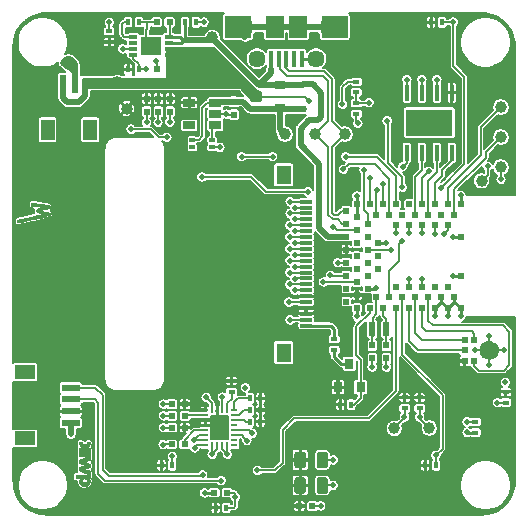
<source format=gbr>
G04 #@! TF.GenerationSoftware,KiCad,Pcbnew,5.1.5-52549c5~84~ubuntu19.04.1*
G04 #@! TF.CreationDate,2020-02-18T23:24:20+01:00*
G04 #@! TF.ProjectId,badge,62616467-652e-46b6-9963-61645f706362,rev?*
G04 #@! TF.SameCoordinates,Original*
G04 #@! TF.FileFunction,Copper,L2,Bot*
G04 #@! TF.FilePolarity,Positive*
%FSLAX46Y46*%
G04 Gerber Fmt 4.6, Leading zero omitted, Abs format (unit mm)*
G04 Created by KiCad (PCBNEW 5.1.5-52549c5~84~ubuntu19.04.1) date 2020-02-18 23:24:20*
%MOMM*%
%LPD*%
G04 APERTURE LIST*
%ADD10C,0.010000*%
%ADD11C,0.300000*%
%ADD12R,1.500000X1.900000*%
%ADD13C,1.450000*%
%ADD14R,0.400000X1.350000*%
%ADD15O,1.200000X1.900000*%
%ADD16R,2.200000X1.900000*%
%ADD17R,0.420000X1.400000*%
%ADD18R,4.000000X2.300000*%
%ADD19R,0.530000X0.280000*%
%ADD20R,0.280000X0.530000*%
%ADD21R,1.550000X0.600000*%
%ADD22R,1.800000X1.200000*%
%ADD23C,1.000000*%
%ADD24R,0.520000X0.300000*%
%ADD25R,0.600000X1.200000*%
%ADD26R,1.200000X1.800000*%
%ADD27R,0.600000X1.550000*%
%ADD28R,1.060000X0.650000*%
%ADD29R,0.522000X0.600000*%
%ADD30C,1.200000*%
%ADD31C,0.300000*%
%ADD32R,0.900000X0.800000*%
%ADD33R,0.800000X0.900000*%
%ADD34R,0.500000X0.600000*%
%ADD35R,0.600000X0.500000*%
%ADD36R,0.600000X0.400000*%
%ADD37R,0.400000X0.600000*%
%ADD38R,0.500000X0.500000*%
%ADD39R,0.800000X0.300000*%
%ADD40R,1.750000X1.550000*%
%ADD41R,1.000000X0.300000*%
%ADD42R,1.300000X1.650000*%
%ADD43C,0.100000*%
%ADD44R,0.450000X0.600000*%
%ADD45C,0.508000*%
%ADD46C,0.254000*%
%ADD47C,0.152400*%
%ADD48C,0.508000*%
G04 APERTURE END LIST*
D10*
G36*
X105308621Y-112579333D02*
G01*
X105237417Y-112580153D01*
X105198669Y-112585761D01*
X105182502Y-112600878D01*
X105179039Y-112630226D01*
X105179000Y-112641297D01*
X105159800Y-112708031D01*
X105107382Y-112758359D01*
X105029518Y-112786450D01*
X104980354Y-112790327D01*
X104916553Y-112783841D01*
X104867278Y-112768595D01*
X104859666Y-112763868D01*
X104815723Y-112715367D01*
X104789981Y-112658705D01*
X104789757Y-112612617D01*
X104790619Y-112594092D01*
X104769869Y-112583924D01*
X104719514Y-112579827D01*
X104673265Y-112579333D01*
X104544000Y-112579333D01*
X104545342Y-112679875D01*
X104550372Y-112751947D01*
X104561422Y-112813876D01*
X104566647Y-112830261D01*
X104632912Y-112945733D01*
X104726019Y-113028506D01*
X104845789Y-113078469D01*
X104991670Y-113095506D01*
X105077915Y-113092615D01*
X105141519Y-113079817D01*
X105201889Y-113052129D01*
X105233171Y-113033483D01*
X105330584Y-112951659D01*
X105394431Y-112846597D01*
X105426623Y-112714965D01*
X105428869Y-112692367D01*
X105438242Y-112579333D01*
X105308621Y-112579333D01*
G37*
X105308621Y-112579333D02*
X105237417Y-112580153D01*
X105198669Y-112585761D01*
X105182502Y-112600878D01*
X105179039Y-112630226D01*
X105179000Y-112641297D01*
X105159800Y-112708031D01*
X105107382Y-112758359D01*
X105029518Y-112786450D01*
X104980354Y-112790327D01*
X104916553Y-112783841D01*
X104867278Y-112768595D01*
X104859666Y-112763868D01*
X104815723Y-112715367D01*
X104789981Y-112658705D01*
X104789757Y-112612617D01*
X104790619Y-112594092D01*
X104769869Y-112583924D01*
X104719514Y-112579827D01*
X104673265Y-112579333D01*
X104544000Y-112579333D01*
X104545342Y-112679875D01*
X104550372Y-112751947D01*
X104561422Y-112813876D01*
X104566647Y-112830261D01*
X104632912Y-112945733D01*
X104726019Y-113028506D01*
X104845789Y-113078469D01*
X104991670Y-113095506D01*
X105077915Y-113092615D01*
X105141519Y-113079817D01*
X105201889Y-113052129D01*
X105233171Y-113033483D01*
X105330584Y-112951659D01*
X105394431Y-112846597D01*
X105426623Y-112714965D01*
X105428869Y-112692367D01*
X105438242Y-112579333D01*
X105308621Y-112579333D01*
G36*
X104544000Y-113129666D02*
G01*
X104544000Y-113426000D01*
X105433000Y-113426000D01*
X105433000Y-113129666D01*
X104544000Y-113129666D01*
G37*
X104544000Y-113129666D02*
X104544000Y-113426000D01*
X105433000Y-113426000D01*
X105433000Y-113129666D01*
X104544000Y-113129666D01*
G36*
X105428654Y-114552156D02*
G01*
X105422417Y-114410250D01*
X105163224Y-114336166D01*
X105065742Y-114307381D01*
X104984986Y-114281779D01*
X104928628Y-114261921D01*
X104904338Y-114250370D01*
X104903933Y-114249559D01*
X104922186Y-114236734D01*
X104968357Y-114218969D01*
X104993792Y-114211131D01*
X105057604Y-114192525D01*
X105145079Y-114166723D01*
X105239339Y-114138707D01*
X105257714Y-114133219D01*
X105431677Y-114081209D01*
X105431677Y-113468333D01*
X104542146Y-113468333D01*
X104548365Y-113621791D01*
X104554583Y-113775250D01*
X105400225Y-113796416D01*
X104971244Y-113952769D01*
X104542262Y-114109121D01*
X104548423Y-114258689D01*
X104554583Y-114408258D01*
X104807837Y-114482883D01*
X105061091Y-114557507D01*
X104802546Y-114638658D01*
X104544000Y-114719808D01*
X104544000Y-114867318D01*
X104547871Y-114960420D01*
X104559547Y-115012464D01*
X104570458Y-115024263D01*
X104597632Y-115034076D01*
X104658208Y-115056022D01*
X104745800Y-115087783D01*
X104854020Y-115127045D01*
X104976479Y-115171490D01*
X105006392Y-115182349D01*
X105129877Y-115227017D01*
X105239357Y-115266315D01*
X105328782Y-115298095D01*
X105392104Y-115320212D01*
X105423273Y-115330519D01*
X105425361Y-115331000D01*
X105429194Y-115311625D01*
X105430480Y-115260539D01*
X105428991Y-115188303D01*
X105428636Y-115179235D01*
X105422417Y-115027469D01*
X105337750Y-115000475D01*
X105278624Y-114982025D01*
X105193886Y-114956078D01*
X105098502Y-114927207D01*
X105062583Y-114916422D01*
X104872083Y-114859364D01*
X104977917Y-114829337D01*
X105049987Y-114808545D01*
X105144255Y-114780889D01*
X105242393Y-114751752D01*
X105259320Y-114746686D01*
X105434890Y-114694063D01*
X105428654Y-114552156D01*
G37*
X105428654Y-114552156D02*
X105422417Y-114410250D01*
X105163224Y-114336166D01*
X105065742Y-114307381D01*
X104984986Y-114281779D01*
X104928628Y-114261921D01*
X104904338Y-114250370D01*
X104903933Y-114249559D01*
X104922186Y-114236734D01*
X104968357Y-114218969D01*
X104993792Y-114211131D01*
X105057604Y-114192525D01*
X105145079Y-114166723D01*
X105239339Y-114138707D01*
X105257714Y-114133219D01*
X105431677Y-114081209D01*
X105431677Y-113468333D01*
X104542146Y-113468333D01*
X104548365Y-113621791D01*
X104554583Y-113775250D01*
X105400225Y-113796416D01*
X104971244Y-113952769D01*
X104542262Y-114109121D01*
X104548423Y-114258689D01*
X104554583Y-114408258D01*
X104807837Y-114482883D01*
X105061091Y-114557507D01*
X104802546Y-114638658D01*
X104544000Y-114719808D01*
X104544000Y-114867318D01*
X104547871Y-114960420D01*
X104559547Y-115012464D01*
X104570458Y-115024263D01*
X104597632Y-115034076D01*
X104658208Y-115056022D01*
X104745800Y-115087783D01*
X104854020Y-115127045D01*
X104976479Y-115171490D01*
X105006392Y-115182349D01*
X105129877Y-115227017D01*
X105239357Y-115266315D01*
X105328782Y-115298095D01*
X105392104Y-115320212D01*
X105423273Y-115330519D01*
X105425361Y-115331000D01*
X105429194Y-115311625D01*
X105430480Y-115260539D01*
X105428991Y-115188303D01*
X105428636Y-115179235D01*
X105422417Y-115027469D01*
X105337750Y-115000475D01*
X105278624Y-114982025D01*
X105193886Y-114956078D01*
X105098502Y-114927207D01*
X105062583Y-114916422D01*
X104872083Y-114859364D01*
X104977917Y-114829337D01*
X105049987Y-114808545D01*
X105144255Y-114780889D01*
X105242393Y-114751752D01*
X105259320Y-114746686D01*
X105434890Y-114694063D01*
X105428654Y-114552156D01*
G36*
X104835042Y-115357129D02*
G01*
X104237083Y-115362750D01*
X104230925Y-115501230D01*
X104229900Y-115574378D01*
X104233254Y-115629903D01*
X104239744Y-115654688D01*
X104266320Y-115661341D01*
X104324755Y-115666477D01*
X104404582Y-115669330D01*
X104444975Y-115669666D01*
X104534755Y-115669992D01*
X104588689Y-115672186D01*
X104613269Y-115678074D01*
X104614981Y-115689481D01*
X104600316Y-115708234D01*
X104596620Y-115712328D01*
X104568676Y-115766779D01*
X104551590Y-115847287D01*
X104546781Y-115938639D01*
X104555673Y-116025625D01*
X104564272Y-116058537D01*
X104595657Y-116117573D01*
X104646778Y-116180953D01*
X104675245Y-116208139D01*
X104780497Y-116274294D01*
X104899172Y-116309770D01*
X104957407Y-116312721D01*
X104957407Y-116007077D01*
X104867736Y-115979742D01*
X104862361Y-115977029D01*
X104802014Y-115925692D01*
X104776174Y-115858364D01*
X104786199Y-115785385D01*
X104828788Y-115721621D01*
X104876222Y-115686354D01*
X104935766Y-115671467D01*
X104980882Y-115669666D01*
X105077147Y-115683780D01*
X105141947Y-115725818D01*
X105174756Y-115795323D01*
X105179000Y-115841153D01*
X105160953Y-115916720D01*
X105112409Y-115971964D01*
X105041762Y-116003284D01*
X104957407Y-116007077D01*
X104957407Y-116312721D01*
X105022993Y-116316045D01*
X105143683Y-116294593D01*
X105252965Y-116246890D01*
X105342561Y-116174413D01*
X105404193Y-116078636D01*
X105404403Y-116078135D01*
X105428367Y-115983622D01*
X105430727Y-115879657D01*
X105412143Y-115784407D01*
X105392151Y-115740518D01*
X105366659Y-115696330D01*
X105363470Y-115675580D01*
X105382599Y-115665716D01*
X105392231Y-115663125D01*
X105413778Y-115652198D01*
X105426142Y-115627137D01*
X105431742Y-115578380D01*
X105433000Y-115501985D01*
X105433000Y-115351507D01*
X104835042Y-115357129D01*
G37*
X104835042Y-115357129D02*
X104237083Y-115362750D01*
X104230925Y-115501230D01*
X104229900Y-115574378D01*
X104233254Y-115629903D01*
X104239744Y-115654688D01*
X104266320Y-115661341D01*
X104324755Y-115666477D01*
X104404582Y-115669330D01*
X104444975Y-115669666D01*
X104534755Y-115669992D01*
X104588689Y-115672186D01*
X104613269Y-115678074D01*
X104614981Y-115689481D01*
X104600316Y-115708234D01*
X104596620Y-115712328D01*
X104568676Y-115766779D01*
X104551590Y-115847287D01*
X104546781Y-115938639D01*
X104555673Y-116025625D01*
X104564272Y-116058537D01*
X104595657Y-116117573D01*
X104646778Y-116180953D01*
X104675245Y-116208139D01*
X104780497Y-116274294D01*
X104899172Y-116309770D01*
X104957407Y-116312721D01*
X104957407Y-116007077D01*
X104867736Y-115979742D01*
X104862361Y-115977029D01*
X104802014Y-115925692D01*
X104776174Y-115858364D01*
X104786199Y-115785385D01*
X104828788Y-115721621D01*
X104876222Y-115686354D01*
X104935766Y-115671467D01*
X104980882Y-115669666D01*
X105077147Y-115683780D01*
X105141947Y-115725818D01*
X105174756Y-115795323D01*
X105179000Y-115841153D01*
X105160953Y-115916720D01*
X105112409Y-115971964D01*
X105041762Y-116003284D01*
X104957407Y-116007077D01*
X104957407Y-116312721D01*
X105022993Y-116316045D01*
X105143683Y-116294593D01*
X105252965Y-116246890D01*
X105342561Y-116174413D01*
X105404193Y-116078636D01*
X105404403Y-116078135D01*
X105428367Y-115983622D01*
X105430727Y-115879657D01*
X105412143Y-115784407D01*
X105392151Y-115740518D01*
X105366659Y-115696330D01*
X105363470Y-115675580D01*
X105382599Y-115665716D01*
X105392231Y-115663125D01*
X105413778Y-115652198D01*
X105426142Y-115627137D01*
X105431742Y-115578380D01*
X105433000Y-115501985D01*
X105433000Y-115351507D01*
X104835042Y-115357129D01*
G36*
X99295498Y-93958906D02*
G01*
X99315605Y-93992234D01*
X99363949Y-93984075D01*
X99485016Y-93960201D01*
X99668752Y-93922693D01*
X99905105Y-93873633D01*
X100184023Y-93815102D01*
X100495451Y-93749180D01*
X100695894Y-93706484D01*
X102041622Y-93419167D01*
X102029394Y-93295038D01*
X102019850Y-93237115D01*
X101994295Y-93195907D01*
X101936948Y-93163198D01*
X101832027Y-93130770D01*
X101663751Y-93090406D01*
X101615000Y-93079266D01*
X101212833Y-92987623D01*
X101625583Y-92891260D01*
X101812956Y-92846508D01*
X101932829Y-92812539D01*
X102000267Y-92781391D01*
X102030335Y-92745102D01*
X102038098Y-92695709D01*
X102038333Y-92673115D01*
X102028749Y-92585855D01*
X102006583Y-92550430D01*
X101955955Y-92543975D01*
X101836465Y-92526718D01*
X101662913Y-92500855D01*
X101450102Y-92468583D01*
X101297500Y-92445174D01*
X101013695Y-92401526D01*
X100803016Y-92370479D01*
X100654841Y-92352175D01*
X100558552Y-92346755D01*
X100503528Y-92354362D01*
X100479149Y-92375136D01*
X100474796Y-92409220D01*
X100479771Y-92456084D01*
X100493167Y-92572500D01*
X101043500Y-92637154D01*
X101269780Y-92664714D01*
X101413835Y-92686780D01*
X101477624Y-92706898D01*
X101463105Y-92728615D01*
X101372235Y-92755476D01*
X101206972Y-92791030D01*
X101136329Y-92805298D01*
X100999734Y-92834970D01*
X100927639Y-92863424D01*
X100901377Y-92905301D01*
X100902282Y-92975243D01*
X100903496Y-92987922D01*
X100914400Y-93057037D01*
X100942808Y-93101755D01*
X101007163Y-93133325D01*
X101125912Y-93162999D01*
X101223417Y-93183057D01*
X101371292Y-93216205D01*
X101480118Y-93246946D01*
X101529356Y-93269350D01*
X101530333Y-93271683D01*
X101490622Y-93286965D01*
X101378648Y-93316483D01*
X101205147Y-93357757D01*
X100980858Y-93408312D01*
X100716516Y-93465668D01*
X100422859Y-93527348D01*
X100419083Y-93528128D01*
X99307833Y-93757834D01*
X99294438Y-93874250D01*
X99295498Y-93958906D01*
G37*
X99295498Y-93958906D02*
X99315605Y-93992234D01*
X99363949Y-93984075D01*
X99485016Y-93960201D01*
X99668752Y-93922693D01*
X99905105Y-93873633D01*
X100184023Y-93815102D01*
X100495451Y-93749180D01*
X100695894Y-93706484D01*
X102041622Y-93419167D01*
X102029394Y-93295038D01*
X102019850Y-93237115D01*
X101994295Y-93195907D01*
X101936948Y-93163198D01*
X101832027Y-93130770D01*
X101663751Y-93090406D01*
X101615000Y-93079266D01*
X101212833Y-92987623D01*
X101625583Y-92891260D01*
X101812956Y-92846508D01*
X101932829Y-92812539D01*
X102000267Y-92781391D01*
X102030335Y-92745102D01*
X102038098Y-92695709D01*
X102038333Y-92673115D01*
X102028749Y-92585855D01*
X102006583Y-92550430D01*
X101955955Y-92543975D01*
X101836465Y-92526718D01*
X101662913Y-92500855D01*
X101450102Y-92468583D01*
X101297500Y-92445174D01*
X101013695Y-92401526D01*
X100803016Y-92370479D01*
X100654841Y-92352175D01*
X100558552Y-92346755D01*
X100503528Y-92354362D01*
X100479149Y-92375136D01*
X100474796Y-92409220D01*
X100479771Y-92456084D01*
X100493167Y-92572500D01*
X101043500Y-92637154D01*
X101269780Y-92664714D01*
X101413835Y-92686780D01*
X101477624Y-92706898D01*
X101463105Y-92728615D01*
X101372235Y-92755476D01*
X101206972Y-92791030D01*
X101136329Y-92805298D01*
X100999734Y-92834970D01*
X100927639Y-92863424D01*
X100901377Y-92905301D01*
X100902282Y-92975243D01*
X100903496Y-92987922D01*
X100914400Y-93057037D01*
X100942808Y-93101755D01*
X101007163Y-93133325D01*
X101125912Y-93162999D01*
X101223417Y-93183057D01*
X101371292Y-93216205D01*
X101480118Y-93246946D01*
X101529356Y-93269350D01*
X101530333Y-93271683D01*
X101490622Y-93286965D01*
X101378648Y-93316483D01*
X101205147Y-93357757D01*
X100980858Y-93408312D01*
X100716516Y-93465668D01*
X100422859Y-93527348D01*
X100419083Y-93528128D01*
X99307833Y-93757834D01*
X99294438Y-93874250D01*
X99295498Y-93958906D01*
D11*
X139912400Y-104825400D02*
G75*
G03X139912400Y-104825400I-662000J0D01*
G01*
D12*
X123075000Y-77437500D03*
D13*
X119575000Y-80137500D03*
D14*
X121425000Y-80137500D03*
X120775000Y-80137500D03*
X123375000Y-80137500D03*
X122725000Y-80137500D03*
X122075000Y-80137500D03*
D13*
X124575000Y-80137500D03*
D12*
X121075000Y-77437500D03*
D15*
X118575000Y-77437500D03*
X125575000Y-77437500D03*
D16*
X126175000Y-77437500D03*
X117975000Y-77437500D03*
D17*
X136075400Y-88081800D03*
X134805400Y-88081800D03*
X133535400Y-88081800D03*
X132265400Y-88081800D03*
X132265400Y-83011800D03*
X133535400Y-83011800D03*
X134805400Y-83011800D03*
X136075400Y-83011800D03*
D18*
X134170400Y-85546800D03*
D19*
X115204800Y-112883200D03*
D20*
X115784800Y-112848200D03*
X116214800Y-112848200D03*
X116644800Y-112848200D03*
X117074800Y-112848200D03*
D19*
X117654800Y-112883200D03*
X117654800Y-112453200D03*
X117654800Y-112023200D03*
X117654800Y-111593200D03*
X117654800Y-111163200D03*
X117654800Y-110733200D03*
X117654800Y-110303200D03*
X117654800Y-109873200D03*
D20*
X117074800Y-109908200D03*
X116644800Y-109908200D03*
X116214800Y-109908200D03*
X115784800Y-109908200D03*
D19*
X115204800Y-109873200D03*
X115204800Y-110303200D03*
X115204800Y-110733200D03*
X115204800Y-111163200D03*
X115204800Y-111593200D03*
X115204800Y-112023200D03*
X115204800Y-112453200D03*
D21*
X103825000Y-107975000D03*
X103825000Y-108975000D03*
X103825000Y-109975000D03*
X103825000Y-110975000D03*
D22*
X99950000Y-112275000D03*
X99950000Y-106675000D03*
D23*
X115795000Y-78340000D03*
D24*
X114109000Y-87002000D03*
X114109000Y-87652000D03*
X115789000Y-87652000D03*
X115789000Y-87002000D03*
D25*
X130544000Y-103029000D03*
X129344000Y-103029000D03*
D26*
X101865000Y-86145000D03*
X105465000Y-86145000D03*
D27*
X103165000Y-82270000D03*
X104165000Y-82270000D03*
D23*
X134165000Y-111410000D03*
X140241000Y-84226000D03*
X140241000Y-86766000D03*
X127033000Y-86512000D03*
X124493000Y-86512000D03*
X108541800Y-84353000D03*
X121953000Y-86512000D03*
X140241000Y-89306000D03*
X131198600Y-111440578D03*
X138615000Y-90480000D03*
D28*
X113859000Y-83877000D03*
X113859000Y-85777000D03*
X116059000Y-85777000D03*
X116059000Y-84827000D03*
X116059000Y-83877000D03*
D29*
X137176400Y-104825400D03*
X137176400Y-105725400D03*
X137998400Y-105725400D03*
X137998400Y-103925400D03*
D30*
X139250400Y-104825400D03*
D29*
X137176400Y-103925400D03*
D31*
X139250400Y-105487400D03*
X139250400Y-104163400D03*
X138588400Y-104825400D03*
X139912400Y-104825400D03*
D32*
X119556000Y-83337000D03*
X121556000Y-84287000D03*
X121556000Y-82387000D03*
D33*
X127400000Y-105950000D03*
X126450000Y-107950000D03*
X128350000Y-107950000D03*
D34*
X110241000Y-84620000D03*
X110241000Y-83520000D03*
D35*
X112379800Y-111378200D03*
X113479800Y-111378200D03*
X112379800Y-109378200D03*
X113479800Y-109378200D03*
X124281000Y-118008000D03*
X123181000Y-118008000D03*
X115979278Y-116888676D03*
X117079278Y-116888676D03*
X113459800Y-112798200D03*
X112359800Y-112798200D03*
X113479800Y-110378200D03*
X112379800Y-110378200D03*
D34*
X112241000Y-84620000D03*
X112241000Y-83520000D03*
D35*
X111080000Y-81041000D03*
X112180000Y-81041000D03*
D34*
X129344400Y-105516400D03*
X129344400Y-104416400D03*
D35*
X111080000Y-77041000D03*
X112180000Y-77041000D03*
D34*
X117635000Y-84877000D03*
X117635000Y-83777000D03*
X130538200Y-105516400D03*
X130538200Y-104416400D03*
X111241000Y-84620000D03*
X111241000Y-83520000D03*
D36*
X117429800Y-108328200D03*
X117429800Y-107428200D03*
D37*
X118979800Y-109878200D03*
X119879800Y-109878200D03*
X118979800Y-108878200D03*
X119879800Y-108878200D03*
D36*
X140647400Y-109245000D03*
X140647400Y-108345000D03*
X138082000Y-110885000D03*
X138082000Y-111785000D03*
D37*
X116979278Y-118158676D03*
X116079278Y-118158676D03*
D36*
X132087600Y-109720400D03*
X132087600Y-108820400D03*
X133357600Y-109720400D03*
X133357600Y-108820400D03*
D37*
X112405000Y-114560000D03*
X111505000Y-114560000D03*
X126650000Y-109425000D03*
X127550000Y-109425000D03*
X134735000Y-114560000D03*
X133835000Y-114560000D03*
X114400000Y-77050000D03*
X113500000Y-77050000D03*
D36*
X126138920Y-103895340D03*
X126138920Y-104795340D03*
D37*
X109580000Y-77041000D03*
X108680000Y-77041000D03*
X108680000Y-81041000D03*
X109580000Y-81041000D03*
X118979800Y-110878200D03*
X119879800Y-110878200D03*
D38*
X127150000Y-93000000D03*
X127150000Y-94100000D03*
X127150000Y-95200000D03*
X127150000Y-96300000D03*
X127150000Y-97400000D03*
X127150000Y-98500000D03*
X127150000Y-99600000D03*
X127150000Y-100700000D03*
X135750000Y-94250000D03*
X134650000Y-94250000D03*
X133550000Y-94250000D03*
X132450000Y-94250000D03*
X131350000Y-94250000D03*
X129850000Y-95750000D03*
X129850000Y-96850000D03*
X129850000Y-97950000D03*
X131350000Y-99450000D03*
X132450000Y-99450000D03*
X133550000Y-99450000D03*
X134650000Y-99450000D03*
X135750000Y-99450000D03*
X136850000Y-98500000D03*
X136850000Y-95200000D03*
X136850000Y-92450000D03*
X136300000Y-93350000D03*
X135750000Y-92450000D03*
X135200000Y-93350000D03*
X134650000Y-92450000D03*
X134100000Y-93350000D03*
X133550000Y-92450000D03*
X133000000Y-93350000D03*
X132450000Y-92450000D03*
X131900000Y-93350000D03*
X131350000Y-92450000D03*
X130800000Y-93350000D03*
X130250000Y-92450000D03*
X129700000Y-93350000D03*
X129150000Y-92450000D03*
X128050000Y-92450000D03*
X128050000Y-93550000D03*
X128950000Y-94100000D03*
X128050000Y-94650000D03*
X128950000Y-95200000D03*
X128050000Y-95750000D03*
X128950000Y-96300000D03*
X128050000Y-96850000D03*
X128950000Y-97400000D03*
X128050000Y-97950000D03*
X128950000Y-98500000D03*
X128050000Y-99050000D03*
X128950000Y-99600000D03*
X128050000Y-100150000D03*
X128050000Y-101250000D03*
X129150000Y-101250000D03*
X129700000Y-100350000D03*
X130250000Y-101250000D03*
X130800000Y-100350000D03*
X131350000Y-101250000D03*
X131900000Y-100350000D03*
X132450000Y-101250000D03*
X133000000Y-100350000D03*
X133550000Y-101250000D03*
X134100000Y-100350000D03*
X134650000Y-101250000D03*
X135200000Y-100350000D03*
X135750000Y-101250000D03*
X136300000Y-100350000D03*
X136850000Y-101250000D03*
D39*
X112130000Y-78291000D03*
X112130000Y-78791000D03*
X112130000Y-79291000D03*
X112130000Y-79791000D03*
X109130000Y-79791000D03*
X109130000Y-79291000D03*
X109130000Y-78791000D03*
X109130000Y-78291000D03*
D40*
X110630000Y-79041000D03*
D41*
X123743700Y-102739440D03*
X123743700Y-102239440D03*
X123743700Y-101739440D03*
X123743700Y-101239440D03*
X123743700Y-100739440D03*
X123743700Y-100239440D03*
X123743700Y-99739440D03*
X123743700Y-99239440D03*
X123743700Y-98739440D03*
X123743700Y-98239440D03*
X123743700Y-97739440D03*
X123743700Y-97239440D03*
X123743700Y-96739440D03*
X123743700Y-96239440D03*
X123743700Y-95739440D03*
X123743700Y-95239440D03*
X123743700Y-94739440D03*
X123743700Y-94239440D03*
X123743700Y-93739440D03*
X123743700Y-93239440D03*
X123743700Y-92739440D03*
X123743700Y-92239440D03*
D42*
X121843700Y-105014440D03*
X121843700Y-89964440D03*
G04 #@! TA.AperFunction,SMDPad,CuDef*
D43*
G36*
X125384676Y-113412993D02*
G01*
X125408337Y-113416503D01*
X125431541Y-113422315D01*
X125454063Y-113430373D01*
X125475687Y-113440601D01*
X125496204Y-113452898D01*
X125515417Y-113467148D01*
X125533141Y-113483212D01*
X125549205Y-113500936D01*
X125563455Y-113520149D01*
X125575752Y-113540666D01*
X125585980Y-113562290D01*
X125594038Y-113584812D01*
X125599850Y-113608016D01*
X125603360Y-113631677D01*
X125604534Y-113655569D01*
X125604534Y-114568069D01*
X125603360Y-114591961D01*
X125599850Y-114615622D01*
X125594038Y-114638826D01*
X125585980Y-114661348D01*
X125575752Y-114682972D01*
X125563455Y-114703489D01*
X125549205Y-114722702D01*
X125533141Y-114740426D01*
X125515417Y-114756490D01*
X125496204Y-114770740D01*
X125475687Y-114783037D01*
X125454063Y-114793265D01*
X125431541Y-114801323D01*
X125408337Y-114807135D01*
X125384676Y-114810645D01*
X125360784Y-114811819D01*
X124873284Y-114811819D01*
X124849392Y-114810645D01*
X124825731Y-114807135D01*
X124802527Y-114801323D01*
X124780005Y-114793265D01*
X124758381Y-114783037D01*
X124737864Y-114770740D01*
X124718651Y-114756490D01*
X124700927Y-114740426D01*
X124684863Y-114722702D01*
X124670613Y-114703489D01*
X124658316Y-114682972D01*
X124648088Y-114661348D01*
X124640030Y-114638826D01*
X124634218Y-114615622D01*
X124630708Y-114591961D01*
X124629534Y-114568069D01*
X124629534Y-113655569D01*
X124630708Y-113631677D01*
X124634218Y-113608016D01*
X124640030Y-113584812D01*
X124648088Y-113562290D01*
X124658316Y-113540666D01*
X124670613Y-113520149D01*
X124684863Y-113500936D01*
X124700927Y-113483212D01*
X124718651Y-113467148D01*
X124737864Y-113452898D01*
X124758381Y-113440601D01*
X124780005Y-113430373D01*
X124802527Y-113422315D01*
X124825731Y-113416503D01*
X124849392Y-113412993D01*
X124873284Y-113411819D01*
X125360784Y-113411819D01*
X125384676Y-113412993D01*
G37*
G04 #@! TD.AperFunction*
G04 #@! TA.AperFunction,SMDPad,CuDef*
G36*
X123509676Y-113412993D02*
G01*
X123533337Y-113416503D01*
X123556541Y-113422315D01*
X123579063Y-113430373D01*
X123600687Y-113440601D01*
X123621204Y-113452898D01*
X123640417Y-113467148D01*
X123658141Y-113483212D01*
X123674205Y-113500936D01*
X123688455Y-113520149D01*
X123700752Y-113540666D01*
X123710980Y-113562290D01*
X123719038Y-113584812D01*
X123724850Y-113608016D01*
X123728360Y-113631677D01*
X123729534Y-113655569D01*
X123729534Y-114568069D01*
X123728360Y-114591961D01*
X123724850Y-114615622D01*
X123719038Y-114638826D01*
X123710980Y-114661348D01*
X123700752Y-114682972D01*
X123688455Y-114703489D01*
X123674205Y-114722702D01*
X123658141Y-114740426D01*
X123640417Y-114756490D01*
X123621204Y-114770740D01*
X123600687Y-114783037D01*
X123579063Y-114793265D01*
X123556541Y-114801323D01*
X123533337Y-114807135D01*
X123509676Y-114810645D01*
X123485784Y-114811819D01*
X122998284Y-114811819D01*
X122974392Y-114810645D01*
X122950731Y-114807135D01*
X122927527Y-114801323D01*
X122905005Y-114793265D01*
X122883381Y-114783037D01*
X122862864Y-114770740D01*
X122843651Y-114756490D01*
X122825927Y-114740426D01*
X122809863Y-114722702D01*
X122795613Y-114703489D01*
X122783316Y-114682972D01*
X122773088Y-114661348D01*
X122765030Y-114638826D01*
X122759218Y-114615622D01*
X122755708Y-114591961D01*
X122754534Y-114568069D01*
X122754534Y-113655569D01*
X122755708Y-113631677D01*
X122759218Y-113608016D01*
X122765030Y-113584812D01*
X122773088Y-113562290D01*
X122783316Y-113540666D01*
X122795613Y-113520149D01*
X122809863Y-113500936D01*
X122825927Y-113483212D01*
X122843651Y-113467148D01*
X122862864Y-113452898D01*
X122883381Y-113440601D01*
X122905005Y-113430373D01*
X122927527Y-113422315D01*
X122950731Y-113416503D01*
X122974392Y-113412993D01*
X122998284Y-113411819D01*
X123485784Y-113411819D01*
X123509676Y-113412993D01*
G37*
G04 #@! TD.AperFunction*
G04 #@! TA.AperFunction,SMDPad,CuDef*
G36*
X123509676Y-115571993D02*
G01*
X123533337Y-115575503D01*
X123556541Y-115581315D01*
X123579063Y-115589373D01*
X123600687Y-115599601D01*
X123621204Y-115611898D01*
X123640417Y-115626148D01*
X123658141Y-115642212D01*
X123674205Y-115659936D01*
X123688455Y-115679149D01*
X123700752Y-115699666D01*
X123710980Y-115721290D01*
X123719038Y-115743812D01*
X123724850Y-115767016D01*
X123728360Y-115790677D01*
X123729534Y-115814569D01*
X123729534Y-116727069D01*
X123728360Y-116750961D01*
X123724850Y-116774622D01*
X123719038Y-116797826D01*
X123710980Y-116820348D01*
X123700752Y-116841972D01*
X123688455Y-116862489D01*
X123674205Y-116881702D01*
X123658141Y-116899426D01*
X123640417Y-116915490D01*
X123621204Y-116929740D01*
X123600687Y-116942037D01*
X123579063Y-116952265D01*
X123556541Y-116960323D01*
X123533337Y-116966135D01*
X123509676Y-116969645D01*
X123485784Y-116970819D01*
X122998284Y-116970819D01*
X122974392Y-116969645D01*
X122950731Y-116966135D01*
X122927527Y-116960323D01*
X122905005Y-116952265D01*
X122883381Y-116942037D01*
X122862864Y-116929740D01*
X122843651Y-116915490D01*
X122825927Y-116899426D01*
X122809863Y-116881702D01*
X122795613Y-116862489D01*
X122783316Y-116841972D01*
X122773088Y-116820348D01*
X122765030Y-116797826D01*
X122759218Y-116774622D01*
X122755708Y-116750961D01*
X122754534Y-116727069D01*
X122754534Y-115814569D01*
X122755708Y-115790677D01*
X122759218Y-115767016D01*
X122765030Y-115743812D01*
X122773088Y-115721290D01*
X122783316Y-115699666D01*
X122795613Y-115679149D01*
X122809863Y-115659936D01*
X122825927Y-115642212D01*
X122843651Y-115626148D01*
X122862864Y-115611898D01*
X122883381Y-115599601D01*
X122905005Y-115589373D01*
X122927527Y-115581315D01*
X122950731Y-115575503D01*
X122974392Y-115571993D01*
X122998284Y-115570819D01*
X123485784Y-115570819D01*
X123509676Y-115571993D01*
G37*
G04 #@! TD.AperFunction*
G04 #@! TA.AperFunction,SMDPad,CuDef*
G36*
X125384676Y-115571993D02*
G01*
X125408337Y-115575503D01*
X125431541Y-115581315D01*
X125454063Y-115589373D01*
X125475687Y-115599601D01*
X125496204Y-115611898D01*
X125515417Y-115626148D01*
X125533141Y-115642212D01*
X125549205Y-115659936D01*
X125563455Y-115679149D01*
X125575752Y-115699666D01*
X125585980Y-115721290D01*
X125594038Y-115743812D01*
X125599850Y-115767016D01*
X125603360Y-115790677D01*
X125604534Y-115814569D01*
X125604534Y-116727069D01*
X125603360Y-116750961D01*
X125599850Y-116774622D01*
X125594038Y-116797826D01*
X125585980Y-116820348D01*
X125575752Y-116841972D01*
X125563455Y-116862489D01*
X125549205Y-116881702D01*
X125533141Y-116899426D01*
X125515417Y-116915490D01*
X125496204Y-116929740D01*
X125475687Y-116942037D01*
X125454063Y-116952265D01*
X125431541Y-116960323D01*
X125408337Y-116966135D01*
X125384676Y-116969645D01*
X125360784Y-116970819D01*
X124873284Y-116970819D01*
X124849392Y-116969645D01*
X124825731Y-116966135D01*
X124802527Y-116960323D01*
X124780005Y-116952265D01*
X124758381Y-116942037D01*
X124737864Y-116929740D01*
X124718651Y-116915490D01*
X124700927Y-116899426D01*
X124684863Y-116881702D01*
X124670613Y-116862489D01*
X124658316Y-116841972D01*
X124648088Y-116820348D01*
X124640030Y-116797826D01*
X124634218Y-116774622D01*
X124630708Y-116750961D01*
X124629534Y-116727069D01*
X124629534Y-115814569D01*
X124630708Y-115790677D01*
X124634218Y-115767016D01*
X124640030Y-115743812D01*
X124648088Y-115721290D01*
X124658316Y-115699666D01*
X124670613Y-115679149D01*
X124684863Y-115659936D01*
X124700927Y-115642212D01*
X124718651Y-115626148D01*
X124737864Y-115611898D01*
X124758381Y-115599601D01*
X124780005Y-115589373D01*
X124802527Y-115581315D01*
X124825731Y-115575503D01*
X124849392Y-115571993D01*
X124873284Y-115570819D01*
X125360784Y-115570819D01*
X125384676Y-115571993D01*
G37*
G04 #@! TD.AperFunction*
D44*
X123604000Y-82300000D03*
X123604000Y-84400000D03*
D36*
X107075000Y-78725000D03*
X107075000Y-77825000D03*
D37*
X135235000Y-77060000D03*
X134335000Y-77060000D03*
D23*
X107775000Y-82150000D03*
D36*
X128000000Y-82975000D03*
X128000000Y-82075000D03*
X128000000Y-83900000D03*
X128000000Y-84800000D03*
D45*
X126825000Y-84000000D03*
X124025000Y-83675000D03*
X110175000Y-81025000D03*
X108925000Y-86100000D03*
X111950000Y-86800000D03*
X114925000Y-90150000D03*
X123900000Y-91400000D03*
X126900000Y-89500000D03*
X129334994Y-106230000D03*
X130535000Y-106250000D03*
X103835000Y-111920000D03*
X115095000Y-77040000D03*
X122285000Y-100740000D03*
X138025000Y-104820000D03*
X140475000Y-104830000D03*
X139245000Y-103600000D03*
X139245000Y-106057400D03*
X137375000Y-111780000D03*
X115145000Y-116900000D03*
X117075000Y-113640000D03*
X115787600Y-113640000D03*
X114305000Y-113080000D03*
X114295000Y-112440000D03*
X111655000Y-109380000D03*
X111655000Y-110370000D03*
X111655000Y-111370000D03*
X111635000Y-112800000D03*
X124985000Y-118000000D03*
X126025000Y-116260000D03*
X126025000Y-114110000D03*
X140615000Y-107550000D03*
X140245000Y-90350000D03*
X122385000Y-102250000D03*
X122785000Y-99750000D03*
X122345000Y-99250000D03*
X122765000Y-98750000D03*
X122355000Y-98240000D03*
X122775000Y-97740000D03*
X122375000Y-97240000D03*
X122815000Y-96730000D03*
X122375000Y-96240000D03*
X122795879Y-95741043D03*
X122379524Y-92242470D03*
X136845000Y-91700000D03*
X136195000Y-95200000D03*
X136205000Y-98500000D03*
X136845000Y-101930000D03*
X135745000Y-101940000D03*
X134655000Y-101940000D03*
X128055000Y-101960000D03*
X129625000Y-99590000D03*
X130525000Y-95750000D03*
X128045000Y-91769800D03*
X116455000Y-87650000D03*
X116995000Y-84820000D03*
X111070000Y-79415000D03*
X110210000Y-79425000D03*
X111070000Y-78645000D03*
X110200000Y-78655000D03*
X108220000Y-79305000D03*
X112215000Y-85500000D03*
X111205000Y-85520000D03*
X110235000Y-85520000D03*
X111070800Y-80314000D03*
X118600000Y-108000000D03*
X103775000Y-80175000D03*
X103775000Y-80875000D03*
X103200000Y-80500000D03*
X128125000Y-85600000D03*
X131935000Y-89275000D03*
X125205000Y-99040000D03*
X112425000Y-113810000D03*
X134735000Y-113730000D03*
X137475000Y-110040000D03*
X137465000Y-108440000D03*
X122505000Y-117240000D03*
X107800000Y-83175000D03*
X107800000Y-81025000D03*
X122370238Y-95236107D03*
X130970000Y-96316400D03*
X122805344Y-94739304D03*
X126042400Y-94360600D03*
X122816600Y-92737540D03*
X128633200Y-89534600D03*
X122385234Y-93237595D03*
X129141200Y-90195000D03*
X122374640Y-94238680D03*
X129725400Y-91287200D03*
X122814589Y-93739377D03*
X130258800Y-90779200D03*
X133545000Y-81920000D03*
X132445000Y-94920000D03*
X132275000Y-81910000D03*
X131355000Y-94930000D03*
X134125000Y-89680000D03*
X139125000Y-89250000D03*
X134815000Y-81920000D03*
X133555000Y-94920000D03*
X132445000Y-98790000D03*
X119175000Y-111860000D03*
X119605000Y-115000000D03*
X118735000Y-112470000D03*
X133555000Y-98790000D03*
X114985000Y-115379100D03*
X125805000Y-98480000D03*
X132075000Y-110470000D03*
X115285000Y-108820000D03*
X116546700Y-115861700D03*
X126415000Y-97410000D03*
X133365000Y-110480000D03*
X116645000Y-108780000D03*
X117745000Y-117260000D03*
X137375000Y-110890000D03*
X139945000Y-109250000D03*
X135450000Y-94975000D03*
X107075000Y-77050000D03*
X118275000Y-88425000D03*
X127100000Y-88425000D03*
X120900000Y-88425000D03*
X136195000Y-77030000D03*
X135150000Y-91075000D03*
X134650000Y-94975000D03*
X131900000Y-95575000D03*
X129075000Y-83850000D03*
X130600000Y-85400000D03*
X131900000Y-91025000D03*
D46*
X113174000Y-78791000D02*
X113307513Y-78657487D01*
X112130000Y-78791000D02*
X113174000Y-78791000D01*
X113307513Y-78657487D02*
X113307513Y-78600000D01*
X113086000Y-78291000D02*
X113307513Y-78512513D01*
X112130000Y-78291000D02*
X113086000Y-78291000D01*
X113307513Y-78512513D02*
X113307513Y-78600000D01*
D47*
X112180000Y-77041000D02*
X112180000Y-78241000D01*
X112180000Y-78241000D02*
X112130000Y-78291000D01*
D48*
X121556000Y-82387000D02*
X123517000Y-82387000D01*
X123517000Y-82387000D02*
X123604000Y-82300000D01*
D46*
X113450000Y-78457513D02*
X113307513Y-78600000D01*
X113450000Y-77125000D02*
X113450000Y-78457513D01*
D48*
X121556000Y-82387000D02*
X119762000Y-82387000D01*
X119762000Y-82387000D02*
X119762000Y-82379487D01*
D46*
X120775000Y-80137500D02*
X120775000Y-81025000D01*
D48*
X120775000Y-81374000D02*
X119762000Y-82387000D01*
X120775000Y-81025000D02*
X120775000Y-81374000D01*
D46*
X113450000Y-78575000D02*
X114075000Y-78575000D01*
D48*
X124325000Y-82300000D02*
X123604000Y-82300000D01*
X125561000Y-95200000D02*
X124848600Y-94487600D01*
X124848600Y-94487600D02*
X124848600Y-89048600D01*
X124775000Y-85325000D02*
X125025000Y-85075000D01*
X127150000Y-95200000D02*
X125561000Y-95200000D01*
X125025000Y-85075000D02*
X125025000Y-83000000D01*
X124000000Y-85325000D02*
X124775000Y-85325000D01*
X124848600Y-89048600D02*
X123275000Y-87475000D01*
X125025000Y-83000000D02*
X124325000Y-82300000D01*
X123275000Y-87475000D02*
X123275000Y-86050000D01*
X123275000Y-86050000D02*
X124000000Y-85325000D01*
X115957513Y-78575000D02*
X113450000Y-78575000D01*
X119762000Y-82379487D02*
X115957513Y-78575000D01*
D47*
X112130000Y-79791000D02*
X113484000Y-79791000D01*
X112130000Y-79291000D02*
X113316000Y-79291000D01*
D48*
X103165000Y-82270000D02*
X103165000Y-83465000D01*
X103165000Y-83465000D02*
X103525000Y-83825000D01*
X103525000Y-83825000D02*
X104500000Y-83825000D01*
X104500000Y-83825000D02*
X105025000Y-83300000D01*
X105025000Y-83300000D02*
X105025000Y-82175000D01*
X107750000Y-82175000D02*
X107775000Y-82150000D01*
X105025000Y-82175000D02*
X107750000Y-82175000D01*
D47*
X128000000Y-82075000D02*
X127300000Y-82075000D01*
X127300000Y-82075000D02*
X126825000Y-82550000D01*
X126825000Y-82550000D02*
X126825000Y-84000000D01*
X123687000Y-83337000D02*
X119556000Y-83337000D01*
X124025000Y-83675000D02*
X123687000Y-83337000D01*
X109130000Y-80125000D02*
X109580000Y-80575000D01*
X109130000Y-79791000D02*
X109130000Y-80125000D01*
X109580000Y-80575000D02*
X109580000Y-81041000D01*
X109580000Y-81041000D02*
X110159000Y-81041000D01*
X110159000Y-81041000D02*
X110175000Y-81025000D01*
X110584480Y-86100000D02*
X111284480Y-86800000D01*
X108925000Y-86100000D02*
X110584480Y-86100000D01*
X111284480Y-86800000D02*
X111950000Y-86800000D01*
X114925000Y-90150000D02*
X119100000Y-90150000D01*
X119100000Y-90150000D02*
X120350000Y-91400000D01*
X120350000Y-91400000D02*
X123900000Y-91400000D01*
X129551999Y-89051999D02*
X130800000Y-90300000D01*
X130800000Y-90300000D02*
X130800000Y-92725000D01*
X127348001Y-89051999D02*
X126900000Y-89500000D01*
X129551999Y-89051999D02*
X127348001Y-89051999D01*
X130800000Y-92725000D02*
X130800000Y-93350000D01*
X129344400Y-105516400D02*
X129344400Y-106220594D01*
X129344400Y-106220594D02*
X129334994Y-106230000D01*
X130538200Y-105516400D02*
X130538200Y-106246800D01*
X130538200Y-106246800D02*
X130535000Y-106250000D01*
D48*
X103825000Y-110975000D02*
X103825000Y-111910000D01*
X103825000Y-111910000D02*
X103835000Y-111920000D01*
D47*
X114400000Y-77050000D02*
X115085000Y-77050000D01*
X115085000Y-77050000D02*
X115095000Y-77040000D01*
X118515000Y-78266000D02*
X118524000Y-78257000D01*
D48*
X118574800Y-78307800D02*
X118524000Y-78257000D01*
D47*
X122285560Y-100739440D02*
X122285000Y-100740000D01*
X123743700Y-100739440D02*
X122285560Y-100739440D01*
X110200000Y-78655000D02*
X110200000Y-77715000D01*
X110200000Y-77715000D02*
X110280000Y-77635000D01*
X110280000Y-77635000D02*
X110280000Y-77035000D01*
X138030400Y-104825400D02*
X138025000Y-104820000D01*
X138588400Y-104825400D02*
X138030400Y-104825400D01*
X140470400Y-104825400D02*
X140475000Y-104830000D01*
X139912400Y-104825400D02*
X140470400Y-104825400D01*
X139250400Y-104163400D02*
X139250400Y-103605400D01*
X139250400Y-103605400D02*
X139245000Y-103600000D01*
X139250400Y-106052000D02*
X139245000Y-106057400D01*
X139250400Y-105487400D02*
X139250400Y-106052000D01*
D46*
X137380000Y-111785000D02*
X137375000Y-111780000D01*
X138082000Y-111785000D02*
X137380000Y-111785000D01*
X115979278Y-116888676D02*
X115156324Y-116888676D01*
X115156324Y-116888676D02*
X115145000Y-116900000D01*
D47*
X116644800Y-112848200D02*
X116644800Y-113209800D01*
X116644800Y-113209800D02*
X117075000Y-113640000D01*
X117074800Y-113639800D02*
X117075000Y-113640000D01*
X117074800Y-112848200D02*
X117074800Y-113639800D01*
X116214800Y-112848200D02*
X116214800Y-113212800D01*
X116214800Y-113212800D02*
X115787600Y-113640000D01*
X115784800Y-113637200D02*
X115787600Y-113640000D01*
X115784800Y-112848200D02*
X115784800Y-113637200D01*
X114501800Y-112883200D02*
X114305000Y-113080000D01*
X115204800Y-112883200D02*
X114501800Y-112883200D01*
X115204800Y-112453200D02*
X114308200Y-112453200D01*
X114308200Y-112453200D02*
X114295000Y-112440000D01*
X114711800Y-112023200D02*
X114295000Y-112440000D01*
X115204800Y-112023200D02*
X114711800Y-112023200D01*
X111656800Y-109378200D02*
X111655000Y-109380000D01*
X112379800Y-109378200D02*
X111656800Y-109378200D01*
X111663200Y-110378200D02*
X111655000Y-110370000D01*
X112379800Y-110378200D02*
X111663200Y-110378200D01*
X111663200Y-111378200D02*
X111655000Y-111370000D01*
X112379800Y-111378200D02*
X111663200Y-111378200D01*
X111636800Y-112798200D02*
X111635000Y-112800000D01*
X112359800Y-112798200D02*
X111636800Y-112798200D01*
X124000000Y-77612500D02*
X124902400Y-77612500D01*
X124902400Y-77612500D02*
X126000000Y-77612500D01*
X124000000Y-77612500D02*
X122100000Y-77612500D01*
X124977000Y-118008000D02*
X124985000Y-118000000D01*
X124281000Y-118008000D02*
X124977000Y-118008000D01*
X126014181Y-116270819D02*
X126025000Y-116260000D01*
X125117034Y-116270819D02*
X126014181Y-116270819D01*
X126023181Y-114111819D02*
X126025000Y-114110000D01*
X125117034Y-114111819D02*
X126023181Y-114111819D01*
X140241000Y-90346000D02*
X140245000Y-90350000D01*
X140241000Y-89306000D02*
X140241000Y-90346000D01*
X122395560Y-102239440D02*
X122385000Y-102250000D01*
X123743700Y-102239440D02*
X122395560Y-102239440D01*
X122795560Y-99739440D02*
X122785000Y-99750000D01*
X123743700Y-99739440D02*
X122795560Y-99739440D01*
X122355560Y-99239440D02*
X122345000Y-99250000D01*
X123743700Y-99239440D02*
X122355560Y-99239440D01*
X122775560Y-98739440D02*
X122765000Y-98750000D01*
X123743700Y-98739440D02*
X122775560Y-98739440D01*
X122355560Y-98239440D02*
X122355000Y-98240000D01*
X123743700Y-98239440D02*
X122355560Y-98239440D01*
X122775560Y-97739440D02*
X122775000Y-97740000D01*
X123743700Y-97739440D02*
X122775560Y-97739440D01*
X122375560Y-97239440D02*
X122375000Y-97240000D01*
X123743700Y-97239440D02*
X122375560Y-97239440D01*
X122824440Y-96739440D02*
X122815000Y-96730000D01*
X123743700Y-96739440D02*
X122824440Y-96739440D01*
X122375560Y-96239440D02*
X122375000Y-96240000D01*
X123743700Y-96239440D02*
X122375560Y-96239440D01*
X122797482Y-95739440D02*
X122795879Y-95741043D01*
X123743700Y-95739440D02*
X122797482Y-95739440D01*
X122382554Y-92239440D02*
X122379524Y-92242470D01*
X123743700Y-92239440D02*
X122382554Y-92239440D01*
D46*
X136850000Y-91705000D02*
X136845000Y-91700000D01*
X136850000Y-92450000D02*
X136850000Y-91705000D01*
X136850000Y-95200000D02*
X136195000Y-95200000D01*
X136850000Y-98500000D02*
X136205000Y-98500000D01*
X135200000Y-100350000D02*
X135200000Y-100700000D01*
X135200000Y-100700000D02*
X135750000Y-101250000D01*
X135200000Y-100700000D02*
X134650000Y-101250000D01*
X136300000Y-100350000D02*
X136300000Y-100700000D01*
X136300000Y-100700000D02*
X136850000Y-101250000D01*
X136300000Y-100700000D02*
X135750000Y-101250000D01*
X136850000Y-101925000D02*
X136845000Y-101930000D01*
X136850000Y-101250000D02*
X136850000Y-101925000D01*
X135750000Y-101935000D02*
X135745000Y-101940000D01*
X135750000Y-101250000D02*
X135750000Y-101935000D01*
X134650000Y-101935000D02*
X134655000Y-101940000D01*
X134650000Y-101250000D02*
X134650000Y-101935000D01*
X128050000Y-101955000D02*
X128055000Y-101960000D01*
X128050000Y-101250000D02*
X128050000Y-101955000D01*
X129615000Y-99600000D02*
X129625000Y-99590000D01*
X128950000Y-99600000D02*
X129615000Y-99600000D01*
X129850000Y-95750000D02*
X130525000Y-95750000D01*
X128050000Y-91774800D02*
X128045000Y-91769800D01*
X128050000Y-92450000D02*
X128050000Y-91774800D01*
X128050000Y-92450000D02*
X128050000Y-93550000D01*
D47*
X132265400Y-87881800D02*
X132265400Y-88539600D01*
X116453000Y-87652000D02*
X116455000Y-87650000D01*
X115789000Y-87652000D02*
X116453000Y-87652000D01*
X117635000Y-84877000D02*
X117052000Y-84877000D01*
X117052000Y-84877000D02*
X116995000Y-84820000D01*
X116988000Y-84827000D02*
X116995000Y-84820000D01*
X116059000Y-84827000D02*
X116988000Y-84827000D01*
X109580000Y-77041000D02*
X110274000Y-77041000D01*
X110274000Y-77041000D02*
X110280000Y-77035000D01*
X110286000Y-77041000D02*
X110280000Y-77035000D01*
X111080000Y-77041000D02*
X110286000Y-77041000D01*
X108234000Y-79291000D02*
X108220000Y-79305000D01*
X109130000Y-79291000D02*
X108234000Y-79291000D01*
X112241000Y-85364000D02*
X112235000Y-85370000D01*
X112241000Y-84620000D02*
X112241000Y-85364000D01*
X111241000Y-85374000D02*
X111225000Y-85390000D01*
X111241000Y-84620000D02*
X111241000Y-85374000D01*
X110241000Y-85376000D02*
X110255000Y-85390000D01*
X110241000Y-84620000D02*
X110241000Y-85376000D01*
X111080000Y-80323200D02*
X111070800Y-80314000D01*
X111080000Y-81041000D02*
X111080000Y-80323200D01*
D46*
X123375000Y-80137500D02*
X124575000Y-80137500D01*
D47*
X118700000Y-107900000D02*
X118600000Y-108000000D01*
D48*
X119175000Y-77437500D02*
X121075000Y-77437500D01*
X123075000Y-77437500D02*
X121075000Y-77437500D01*
X124975000Y-77437500D02*
X123075000Y-77437500D01*
X104165000Y-82270000D02*
X104165000Y-81210000D01*
X104165000Y-82270000D02*
X104165000Y-81265000D01*
X104165000Y-81265000D02*
X103775000Y-80875000D01*
X103775000Y-80175000D02*
X103775000Y-80875000D01*
X103775000Y-80875000D02*
X103575000Y-80875000D01*
X103575000Y-80875000D02*
X103200000Y-80500000D01*
X103525000Y-80175000D02*
X103200000Y-80500000D01*
X103775000Y-80175000D02*
X103525000Y-80175000D01*
X104165000Y-80565000D02*
X103775000Y-80175000D01*
X104165000Y-82270000D02*
X104165000Y-80565000D01*
D47*
X128000000Y-84800000D02*
X128000000Y-85475000D01*
X128000000Y-85475000D02*
X128125000Y-85600000D01*
X132265400Y-88081800D02*
X132265400Y-88944600D01*
X132265400Y-88944600D02*
X131935000Y-89275000D01*
X108356000Y-78291000D02*
X108150000Y-78085000D01*
X109130000Y-78291000D02*
X108356000Y-78291000D01*
X108150000Y-78085000D02*
X108150000Y-77215000D01*
X108150000Y-77215000D02*
X108324000Y-77041000D01*
X108324000Y-77041000D02*
X108680000Y-77041000D01*
X115789000Y-87002000D02*
X115789000Y-86047000D01*
X115789000Y-86047000D02*
X116059000Y-85777000D01*
X114968000Y-86715200D02*
X114681200Y-87002000D01*
X114681200Y-87002000D02*
X114109000Y-87002000D01*
X114968000Y-84285600D02*
X114968000Y-86715200D01*
X116059000Y-83877000D02*
X115376600Y-83877000D01*
X115376600Y-83877000D02*
X114968000Y-84285600D01*
D48*
X121464600Y-84378400D02*
X119006600Y-84378400D01*
X121556000Y-84287000D02*
X121464600Y-84378400D01*
X119006600Y-84378400D02*
X118405200Y-83777000D01*
X118405200Y-83777000D02*
X118393000Y-83777000D01*
X118393000Y-83777000D02*
X117635000Y-83777000D01*
X117635000Y-83777000D02*
X116159000Y-83777000D01*
X116159000Y-83777000D02*
X116059000Y-83877000D01*
X123604000Y-84400000D02*
X121669000Y-84400000D01*
X121669000Y-84400000D02*
X121556000Y-84287000D01*
X121556000Y-86115000D02*
X121953000Y-86512000D01*
X121556000Y-84287000D02*
X121556000Y-86115000D01*
D47*
X125215000Y-99050000D02*
X125205000Y-99040000D01*
X128050000Y-99050000D02*
X125215000Y-99050000D01*
X112405000Y-114560000D02*
X112405000Y-113830000D01*
X112405000Y-113830000D02*
X112425000Y-113810000D01*
X135325000Y-113140000D02*
X135325000Y-108630000D01*
X134735000Y-113730000D02*
X135325000Y-113140000D01*
X135325000Y-108630000D02*
X131900000Y-105205000D01*
X131900000Y-105205000D02*
X131900000Y-100350000D01*
X134735000Y-114560000D02*
X134735000Y-113730000D01*
X130538200Y-103609800D02*
X130544000Y-103604000D01*
X130250000Y-101895600D02*
X130544000Y-102189600D01*
X130250000Y-101250000D02*
X130250000Y-101895600D01*
X130544000Y-102189600D02*
X130544000Y-103604000D01*
X130544000Y-104410600D02*
X130538200Y-104416400D01*
X130544000Y-103029000D02*
X130544000Y-104410600D01*
X129344400Y-103604400D02*
X129344000Y-103604000D01*
X129700000Y-101752000D02*
X129369800Y-102082200D01*
X129700000Y-100350000D02*
X129700000Y-101752000D01*
X129369800Y-102082200D02*
X129369800Y-103578200D01*
X129369800Y-103578200D02*
X129344000Y-103604000D01*
X129344000Y-104416000D02*
X129344400Y-104416400D01*
X129344000Y-103029000D02*
X129344000Y-104416000D01*
X114138200Y-109378200D02*
X114633200Y-109873200D01*
X113479800Y-109378200D02*
X114138200Y-109378200D01*
X114633200Y-109873200D02*
X115204800Y-109873200D01*
X108498000Y-84353000D02*
X107800000Y-83655000D01*
X108541800Y-84353000D02*
X108498000Y-84353000D01*
X107800000Y-83655000D02*
X107800000Y-83175000D01*
X140615000Y-108312600D02*
X140647400Y-108345000D01*
X122814440Y-101739440D02*
X122805000Y-101730000D01*
X123743700Y-101739440D02*
X122814440Y-101739440D01*
X114341800Y-110733200D02*
X114251800Y-110823200D01*
X115204800Y-110733200D02*
X114341800Y-110733200D01*
X114251800Y-110823200D02*
X114251800Y-111163200D01*
X114251800Y-111163200D02*
X114036800Y-111378200D01*
X114036800Y-111378200D02*
X113479800Y-111378200D01*
X115204800Y-111163200D02*
X114251800Y-111163200D01*
X107816000Y-81041000D02*
X107800000Y-81025000D01*
X108680000Y-81041000D02*
X107816000Y-81041000D01*
X107075000Y-80300000D02*
X107800000Y-81025000D01*
X107075000Y-78725000D02*
X107075000Y-80300000D01*
X126565000Y-109410000D02*
X126890000Y-109410000D01*
X122373571Y-95239440D02*
X122370238Y-95236107D01*
X123743700Y-95239440D02*
X122373571Y-95239440D01*
X130953600Y-96300000D02*
X130970000Y-96316400D01*
X128950000Y-96300000D02*
X130953600Y-96300000D01*
X122805480Y-94739440D02*
X122805344Y-94739304D01*
X123743700Y-94739440D02*
X122805480Y-94739440D01*
X126331800Y-94650000D02*
X126042400Y-94360600D01*
X128050000Y-94650000D02*
X126331800Y-94650000D01*
X122818500Y-92739440D02*
X122816600Y-92737540D01*
X123743700Y-92739440D02*
X122818500Y-92739440D01*
X128950000Y-94100000D02*
X128950000Y-93280400D01*
X128607800Y-89560000D02*
X128633200Y-89534600D01*
X128950000Y-93280400D02*
X128607800Y-92938200D01*
X128607800Y-92938200D02*
X128607800Y-89560000D01*
X122387079Y-93239440D02*
X122385234Y-93237595D01*
X123743700Y-93239440D02*
X122387079Y-93239440D01*
X129150000Y-92450000D02*
X129150000Y-90203800D01*
X129150000Y-90203800D02*
X129141200Y-90195000D01*
X122375400Y-94239440D02*
X122374640Y-94238680D01*
X123743700Y-94239440D02*
X122375400Y-94239440D01*
X129725400Y-91287200D02*
X129700000Y-91312600D01*
X129700000Y-91312600D02*
X129700000Y-93350000D01*
X122814652Y-93739440D02*
X122814589Y-93739377D01*
X123743700Y-93739440D02*
X122814652Y-93739440D01*
X130250000Y-90788000D02*
X130258800Y-90779200D01*
X130250000Y-92450000D02*
X130250000Y-90788000D01*
X134650000Y-90695000D02*
X135275000Y-90070000D01*
X134650000Y-92450000D02*
X134650000Y-90695000D01*
X135275000Y-90070000D02*
X135275000Y-89550000D01*
X135275000Y-89550000D02*
X136075000Y-88750000D01*
X136075000Y-88750000D02*
X136075400Y-87881800D01*
X134100000Y-90455000D02*
X134805400Y-89749600D01*
X134100000Y-93350000D02*
X134100000Y-90455000D01*
X134805400Y-89749600D02*
X134805400Y-88564200D01*
X134805400Y-88564200D02*
X134805400Y-87881800D01*
X133545000Y-82210000D02*
X133545000Y-83202200D01*
X133545000Y-83202200D02*
X133535400Y-83211800D01*
X132450000Y-94915000D02*
X132445000Y-94920000D01*
X132450000Y-94250000D02*
X132450000Y-94915000D01*
X133545000Y-82210000D02*
X133545000Y-81920000D01*
X132275000Y-82200000D02*
X132275000Y-83202200D01*
X132275000Y-83202200D02*
X132265400Y-83211800D01*
X131350000Y-94925000D02*
X131355000Y-94930000D01*
X131350000Y-94250000D02*
X131350000Y-94925000D01*
X132275000Y-82200000D02*
X132275000Y-81910000D01*
X139125000Y-89250000D02*
X139125000Y-89970000D01*
X139125000Y-89970000D02*
X138615000Y-90480000D01*
X133871001Y-89933999D02*
X134125000Y-89680000D01*
X133550000Y-92450000D02*
X133550000Y-90255000D01*
X133550000Y-90255000D02*
X133871001Y-89933999D01*
X133000000Y-90135000D02*
X133535400Y-89599600D01*
X133535400Y-89599600D02*
X133535400Y-87881800D01*
X133000000Y-93350000D02*
X133000000Y-90135000D01*
X134815000Y-82210000D02*
X134815000Y-83202200D01*
X134815000Y-83202200D02*
X134805400Y-83211800D01*
X133550000Y-94915000D02*
X133555000Y-94920000D01*
X133550000Y-94250000D02*
X133550000Y-94915000D01*
X134815000Y-82210000D02*
X134815000Y-81920000D01*
X135750000Y-91055000D02*
X138513790Y-88291210D01*
X135750000Y-92450000D02*
X135750000Y-91055000D01*
X138513790Y-88291210D02*
X138513790Y-85953210D01*
X138513790Y-85953210D02*
X139741001Y-84725999D01*
X139741001Y-84725999D02*
X140241000Y-84226000D01*
X136300000Y-91175000D02*
X138971000Y-88504000D01*
X136300000Y-93350000D02*
X136300000Y-91175000D01*
X138971000Y-88504000D02*
X138971000Y-88036000D01*
X138971000Y-88036000D02*
X140241000Y-86766000D01*
X140965000Y-103260000D02*
X140415000Y-102710000D01*
X140965000Y-106060000D02*
X140965000Y-103260000D01*
X140485000Y-106540000D02*
X140965000Y-106060000D01*
X138360600Y-106540000D02*
X140485000Y-106540000D01*
X137998400Y-105725400D02*
X137998400Y-106177800D01*
X140415000Y-102710000D02*
X134475000Y-102710000D01*
X137998400Y-106177800D02*
X138360600Y-106540000D01*
X134475000Y-102710000D02*
X134100000Y-102335000D01*
X134100000Y-102335000D02*
X134100000Y-100350000D01*
X133925000Y-103230000D02*
X133550000Y-102855000D01*
X133550000Y-102855000D02*
X133550000Y-101250000D01*
X137755400Y-103230000D02*
X133925000Y-103230000D01*
X137998400Y-103925400D02*
X137998400Y-103473000D01*
X137998400Y-103473000D02*
X137755400Y-103230000D01*
X133535000Y-103930000D02*
X133000000Y-103395000D01*
X133000000Y-103395000D02*
X133000000Y-100350000D01*
X136758400Y-103930000D02*
X133535000Y-103930000D01*
X137176400Y-103925400D02*
X136763000Y-103925400D01*
X136763000Y-103925400D02*
X136758400Y-103930000D01*
X132445000Y-98790000D02*
X132445000Y-99445000D01*
X132445000Y-99445000D02*
X132450000Y-99450000D01*
X118908200Y-111593200D02*
X119175000Y-111860000D01*
X117654800Y-111593200D02*
X118908200Y-111593200D01*
X129055000Y-110570000D02*
X131350000Y-108275000D01*
X122755000Y-110570000D02*
X129055000Y-110570000D01*
X121755000Y-111570000D02*
X122755000Y-110570000D01*
X121755000Y-114340000D02*
X121755000Y-111570000D01*
X119605000Y-115000000D02*
X121095000Y-115000000D01*
X121095000Y-115000000D02*
X121755000Y-114340000D01*
X131350000Y-108275000D02*
X131350000Y-102045000D01*
X131350000Y-102045000D02*
X131350000Y-101250000D01*
X118481001Y-112216001D02*
X118735000Y-112470000D01*
X118288200Y-112023200D02*
X118481001Y-112216001D01*
X117654800Y-112023200D02*
X118288200Y-112023200D01*
X133550000Y-99450000D02*
X133550000Y-98795000D01*
X133550000Y-98795000D02*
X133555000Y-98790000D01*
X133230400Y-104825400D02*
X132450000Y-104045000D01*
X132450000Y-104045000D02*
X132450000Y-101250000D01*
X137176400Y-104825400D02*
X133230400Y-104825400D01*
X105890000Y-107975000D02*
X106515000Y-108600000D01*
X103825000Y-107975000D02*
X105890000Y-107975000D01*
X106515000Y-108600000D02*
X106515000Y-114930000D01*
X106515000Y-114930000D02*
X107035000Y-115450000D01*
X107035000Y-115450000D02*
X114914100Y-115450000D01*
X114914100Y-115450000D02*
X114985000Y-115379100D01*
X127150000Y-98500000D02*
X125825000Y-98500000D01*
X125825000Y-98500000D02*
X125805000Y-98480000D01*
X132075000Y-110470000D02*
X132075000Y-110564178D01*
X132075000Y-110564178D02*
X131198600Y-111440578D01*
X132087600Y-109720400D02*
X132087600Y-110457400D01*
X132087600Y-110457400D02*
X132075000Y-110470000D01*
X115784800Y-109319800D02*
X115285000Y-108820000D01*
X115784800Y-109908200D02*
X115784800Y-109319800D01*
X105840000Y-108975000D02*
X106115000Y-109250000D01*
X103825000Y-108975000D02*
X105840000Y-108975000D01*
X106115000Y-109250000D02*
X106115000Y-115270000D01*
X106115000Y-115270000D02*
X106706700Y-115861700D01*
X106706700Y-115861700D02*
X109286700Y-115861700D01*
X109286700Y-115861700D02*
X116546700Y-115861700D01*
X127150000Y-97400000D02*
X126425000Y-97400000D01*
X126425000Y-97400000D02*
X126415000Y-97410000D01*
X133365000Y-110480000D02*
X133365000Y-110610000D01*
X133365000Y-110610000D02*
X134165000Y-111410000D01*
X133357600Y-109720400D02*
X133357600Y-110472600D01*
X133357600Y-110472600D02*
X133365000Y-110480000D01*
X116645000Y-108780000D02*
X116645000Y-109908000D01*
X116645000Y-109908000D02*
X116644800Y-109908200D01*
X126774999Y-94100000D02*
X127150000Y-94100000D01*
X125981352Y-93727800D02*
X126402799Y-93727800D01*
X126402799Y-93727800D02*
X126774999Y-94100000D01*
X125585200Y-93331648D02*
X125981352Y-93727800D01*
X125585200Y-87604200D02*
X125585200Y-93331648D01*
X124493000Y-86512000D02*
X125585200Y-87604200D01*
X121572200Y-80759700D02*
X121572200Y-80999150D01*
X121425000Y-80612500D02*
X121572200Y-80759700D01*
X121572200Y-80999150D02*
X122130850Y-81557800D01*
X125151352Y-81557800D02*
X125585200Y-81991648D01*
X121425000Y-80137500D02*
X121425000Y-80612500D01*
X122130850Y-81557800D02*
X125151352Y-81557800D01*
X125585200Y-81991648D02*
X125585200Y-85419800D01*
X125585200Y-85419800D02*
X124493000Y-86512000D01*
X126128648Y-93372200D02*
X126402799Y-93372200D01*
X125940800Y-93184352D02*
X126128648Y-93372200D01*
X126402799Y-93372200D02*
X126774999Y-93000000D01*
X126774999Y-93000000D02*
X127150000Y-93000000D01*
X125940800Y-87604200D02*
X125940800Y-93184352D01*
X127033000Y-86512000D02*
X125940800Y-87604200D01*
X121927800Y-80851854D02*
X122278146Y-81202200D01*
X125940800Y-85419800D02*
X127033000Y-86512000D01*
X122075000Y-80137500D02*
X122075000Y-80612500D01*
X122075000Y-80612500D02*
X121927800Y-80759700D01*
X121927800Y-80759700D02*
X121927800Y-80851854D01*
X122278146Y-81202200D02*
X125298648Y-81202200D01*
X125298648Y-81202200D02*
X125940800Y-81844352D01*
X125940800Y-81844352D02*
X125940800Y-85419800D01*
X118627400Y-110878200D02*
X118482400Y-110733200D01*
X118979800Y-110878200D02*
X118627400Y-110878200D01*
X118482400Y-110733200D02*
X117654800Y-110733200D01*
X118072200Y-110303200D02*
X118497200Y-109878200D01*
X117654800Y-110303200D02*
X118072200Y-110303200D01*
X118497200Y-109878200D02*
X118979800Y-109878200D01*
X117654800Y-109220200D02*
X117996800Y-108878200D01*
X117654800Y-109873200D02*
X117654800Y-109220200D01*
X117996800Y-108878200D02*
X118627400Y-108878200D01*
X118627400Y-108878200D02*
X118979800Y-108878200D01*
X117429800Y-108935200D02*
X117074800Y-109290200D01*
X117429800Y-108328200D02*
X117429800Y-108935200D01*
X117074800Y-109290200D02*
X117074800Y-109490800D01*
X117074800Y-109490800D02*
X117074800Y-109908200D01*
X115204800Y-110303200D02*
X113554800Y-110303200D01*
X113554800Y-110303200D02*
X113479800Y-110378200D01*
X114262400Y-111593200D02*
X113459800Y-112395800D01*
X115204800Y-111593200D02*
X114262400Y-111593200D01*
X113459800Y-112395800D02*
X113459800Y-112798200D01*
X113459800Y-112798200D02*
X113476800Y-112798200D01*
X129150000Y-101250000D02*
X129150000Y-101652400D01*
X128350000Y-105638518D02*
X127975000Y-105263518D01*
X128350000Y-107950000D02*
X128350000Y-105638518D01*
X127975000Y-105263518D02*
X127975000Y-102800000D01*
X129150000Y-101652400D02*
X127975000Y-102800000D01*
X127550000Y-109425000D02*
X127775000Y-109425000D01*
X128350000Y-108850000D02*
X128350000Y-107950000D01*
X127775000Y-109425000D02*
X128350000Y-108850000D01*
X117616324Y-118158676D02*
X117755000Y-118020000D01*
X116979278Y-118158676D02*
X117616324Y-118158676D01*
X117755000Y-118020000D02*
X117755000Y-117260000D01*
X117653676Y-116888676D02*
X117745000Y-116980000D01*
X117079278Y-116888676D02*
X117653676Y-116888676D01*
X117745000Y-116980000D02*
X117745000Y-117260000D01*
X137375000Y-110890000D02*
X138077000Y-110890000D01*
X138077000Y-110890000D02*
X138082000Y-110885000D01*
X139950000Y-109245000D02*
X139945000Y-109250000D01*
X140647400Y-109245000D02*
X139950000Y-109245000D01*
X135750000Y-94250000D02*
X135750000Y-94675000D01*
X135750000Y-94675000D02*
X135450000Y-94975000D01*
D46*
X125824440Y-102739440D02*
X126138920Y-103053920D01*
X123743700Y-102739440D02*
X125824440Y-102739440D01*
X126138920Y-103053920D02*
X126138920Y-103895340D01*
X127400000Y-105950000D02*
X126675000Y-105950000D01*
X126138920Y-105413920D02*
X126138920Y-104795340D01*
X126675000Y-105950000D02*
X126138920Y-105413920D01*
D47*
X107075000Y-77825000D02*
X107075000Y-77050000D01*
X131350000Y-90055000D02*
X131350000Y-92450000D01*
X127100000Y-88425000D02*
X129720000Y-88425000D01*
X129720000Y-88425000D02*
X131350000Y-90055000D01*
X120900000Y-88425000D02*
X118275000Y-88425000D01*
X137145000Y-89080000D02*
X137145000Y-81700000D01*
X135150000Y-91075000D02*
X137145000Y-89080000D01*
X137145000Y-81700000D02*
X136195000Y-80750000D01*
X136195000Y-80750000D02*
X136195000Y-77030000D01*
X135235000Y-77060000D02*
X136165000Y-77060000D01*
X136165000Y-77060000D02*
X136195000Y-77030000D01*
X134650000Y-94250000D02*
X134650000Y-94975000D01*
X130800000Y-100350000D02*
X130800000Y-98075000D01*
X130800000Y-98075000D02*
X131625000Y-97250000D01*
X131625000Y-97250000D02*
X131625000Y-96025000D01*
X131625000Y-96025000D02*
X131625000Y-95850000D01*
X131625000Y-95850000D02*
X131900000Y-95575000D01*
X128000000Y-83900000D02*
X128000000Y-82975000D01*
X128000000Y-83900000D02*
X129100000Y-83900000D01*
X129100000Y-83900000D02*
X129100000Y-83875000D01*
X129100000Y-83875000D02*
X129075000Y-83850000D01*
X130675000Y-88948934D02*
X130675000Y-85475000D01*
X131900000Y-91025000D02*
X131900000Y-90173934D01*
X131900000Y-90173934D02*
X130675000Y-88948934D01*
D46*
G36*
X115848954Y-79220782D02*
G01*
X119331924Y-82703753D01*
X119383005Y-82765995D01*
X119464225Y-82832651D01*
X119556889Y-82882181D01*
X119657435Y-82912681D01*
X119762000Y-82922980D01*
X119788194Y-82920400D01*
X119812714Y-82920400D01*
X119870200Y-82981158D01*
X119870200Y-83616400D01*
X119164561Y-83616400D01*
X118237175Y-82591394D01*
X118218743Y-82574659D01*
X118197399Y-82561841D01*
X118173966Y-82553433D01*
X118143015Y-82549600D01*
X105400020Y-82548100D01*
X104877000Y-82548020D01*
X104877000Y-81849894D01*
X105108746Y-81846020D01*
X111874959Y-81848217D01*
X111899736Y-81845785D01*
X111923563Y-81838565D01*
X111945523Y-81826837D01*
X111964773Y-81811049D01*
X111980574Y-81791809D01*
X111992317Y-81769856D01*
X111999552Y-81746034D01*
X112002000Y-81721217D01*
X112002000Y-79221751D01*
X112530000Y-79221751D01*
X112584772Y-79216356D01*
X112610474Y-79208559D01*
X115848954Y-79220782D01*
G37*
X115848954Y-79220782D02*
X119331924Y-82703753D01*
X119383005Y-82765995D01*
X119464225Y-82832651D01*
X119556889Y-82882181D01*
X119657435Y-82912681D01*
X119762000Y-82922980D01*
X119788194Y-82920400D01*
X119812714Y-82920400D01*
X119870200Y-82981158D01*
X119870200Y-83616400D01*
X119164561Y-83616400D01*
X118237175Y-82591394D01*
X118218743Y-82574659D01*
X118197399Y-82561841D01*
X118173966Y-82553433D01*
X118143015Y-82549600D01*
X105400020Y-82548100D01*
X104877000Y-82548020D01*
X104877000Y-81849894D01*
X105108746Y-81846020D01*
X111874959Y-81848217D01*
X111899736Y-81845785D01*
X111923563Y-81838565D01*
X111945523Y-81826837D01*
X111964773Y-81811049D01*
X111980574Y-81791809D01*
X111992317Y-81769856D01*
X111999552Y-81746034D01*
X112002000Y-81721217D01*
X112002000Y-79221751D01*
X112530000Y-79221751D01*
X112584772Y-79216356D01*
X112610474Y-79208559D01*
X115848954Y-79220782D01*
D47*
G36*
X116747382Y-76296506D02*
G01*
X116712573Y-76325073D01*
X116684006Y-76359882D01*
X116662779Y-76399595D01*
X116649708Y-76442687D01*
X116645294Y-76487500D01*
X116645294Y-78387500D01*
X116649708Y-78432313D01*
X116662779Y-78475405D01*
X116684006Y-78515118D01*
X116712573Y-78549927D01*
X116747382Y-78578494D01*
X116787095Y-78599721D01*
X116830187Y-78612792D01*
X116875000Y-78617206D01*
X118201707Y-78617206D01*
X118250314Y-78665813D01*
X118305385Y-78711008D01*
X118389224Y-78755822D01*
X118480194Y-78783416D01*
X118574799Y-78792735D01*
X118669406Y-78783416D01*
X118760376Y-78755822D01*
X118844215Y-78711008D01*
X118917700Y-78650700D01*
X118945188Y-78617206D01*
X119075000Y-78617206D01*
X119119813Y-78612792D01*
X119162905Y-78599721D01*
X119202618Y-78578494D01*
X119237427Y-78549927D01*
X119265994Y-78515118D01*
X119287221Y-78475405D01*
X119300292Y-78432313D01*
X119304706Y-78387500D01*
X119304706Y-78180070D01*
X119344230Y-78106126D01*
X119391611Y-77949934D01*
X119394549Y-77920100D01*
X120095294Y-77920100D01*
X120095294Y-78387500D01*
X120099708Y-78432313D01*
X120112779Y-78475405D01*
X120134006Y-78515118D01*
X120162573Y-78549927D01*
X120197382Y-78578494D01*
X120237095Y-78599721D01*
X120280187Y-78612792D01*
X120325000Y-78617206D01*
X121825000Y-78617206D01*
X121869813Y-78612792D01*
X121912905Y-78599721D01*
X121952618Y-78578494D01*
X121987427Y-78549927D01*
X122015994Y-78515118D01*
X122037221Y-78475405D01*
X122050292Y-78432313D01*
X122054706Y-78387500D01*
X122054706Y-77920100D01*
X122095294Y-77920100D01*
X122095294Y-78387500D01*
X122099708Y-78432313D01*
X122112779Y-78475405D01*
X122134006Y-78515118D01*
X122162573Y-78549927D01*
X122197382Y-78578494D01*
X122237095Y-78599721D01*
X122280187Y-78612792D01*
X122325000Y-78617206D01*
X123825000Y-78617206D01*
X123869813Y-78612792D01*
X123912905Y-78599721D01*
X123952618Y-78578494D01*
X123987427Y-78549927D01*
X124015994Y-78515118D01*
X124037221Y-78475405D01*
X124050292Y-78432313D01*
X124054706Y-78387500D01*
X124054706Y-77920100D01*
X124755451Y-77920100D01*
X124758389Y-77949934D01*
X124805771Y-78106126D01*
X124845294Y-78180069D01*
X124845294Y-78387500D01*
X124849708Y-78432313D01*
X124862779Y-78475405D01*
X124884006Y-78515118D01*
X124912573Y-78549927D01*
X124947382Y-78578494D01*
X124987095Y-78599721D01*
X125030187Y-78612792D01*
X125075000Y-78617206D01*
X125545525Y-78617206D01*
X125575000Y-78620109D01*
X125604475Y-78617206D01*
X127275000Y-78617206D01*
X127319813Y-78612792D01*
X127362905Y-78599721D01*
X127402618Y-78578494D01*
X127437427Y-78549927D01*
X127465994Y-78515118D01*
X127487221Y-78475405D01*
X127500292Y-78432313D01*
X127504706Y-78387500D01*
X127504706Y-77360000D01*
X133905294Y-77360000D01*
X133909708Y-77404813D01*
X133922779Y-77447905D01*
X133944006Y-77487618D01*
X133972573Y-77522427D01*
X134007382Y-77550994D01*
X134047095Y-77572221D01*
X134090187Y-77585292D01*
X134135000Y-77589706D01*
X134227050Y-77588600D01*
X134284200Y-77531450D01*
X134284200Y-77110800D01*
X134385800Y-77110800D01*
X134385800Y-77531450D01*
X134442950Y-77588600D01*
X134535000Y-77589706D01*
X134579813Y-77585292D01*
X134622905Y-77572221D01*
X134662618Y-77550994D01*
X134697427Y-77522427D01*
X134725994Y-77487618D01*
X134747221Y-77447905D01*
X134760292Y-77404813D01*
X134764706Y-77360000D01*
X134763600Y-77167950D01*
X134706450Y-77110800D01*
X134385800Y-77110800D01*
X134284200Y-77110800D01*
X133963550Y-77110800D01*
X133906400Y-77167950D01*
X133905294Y-77360000D01*
X127504706Y-77360000D01*
X127504706Y-76760000D01*
X133905294Y-76760000D01*
X133906400Y-76952050D01*
X133963550Y-77009200D01*
X134284200Y-77009200D01*
X134284200Y-76588550D01*
X134385800Y-76588550D01*
X134385800Y-77009200D01*
X134706450Y-77009200D01*
X134763600Y-76952050D01*
X134764706Y-76760000D01*
X134760292Y-76715187D01*
X134747221Y-76672095D01*
X134725994Y-76632382D01*
X134697427Y-76597573D01*
X134662618Y-76569006D01*
X134622905Y-76547779D01*
X134579813Y-76534708D01*
X134535000Y-76530294D01*
X134442950Y-76531400D01*
X134385800Y-76588550D01*
X134284200Y-76588550D01*
X134227050Y-76531400D01*
X134135000Y-76530294D01*
X134090187Y-76534708D01*
X134047095Y-76547779D01*
X134007382Y-76569006D01*
X133972573Y-76597573D01*
X133944006Y-76632382D01*
X133922779Y-76672095D01*
X133909708Y-76715187D01*
X133905294Y-76760000D01*
X127504706Y-76760000D01*
X127504706Y-76487500D01*
X127500292Y-76442687D01*
X127487221Y-76399595D01*
X127465994Y-76359882D01*
X127437427Y-76325073D01*
X127402618Y-76296506D01*
X127381011Y-76284957D01*
X138612565Y-76284957D01*
X138906489Y-76299701D01*
X139184461Y-76341884D01*
X139452368Y-76410442D01*
X139708970Y-76503998D01*
X139952998Y-76621202D01*
X140183090Y-76760691D01*
X140397890Y-76921112D01*
X140595975Y-77101068D01*
X140775921Y-77299144D01*
X140936337Y-77513941D01*
X141075825Y-77744031D01*
X141193026Y-77988055D01*
X141286587Y-78244669D01*
X141355141Y-78512564D01*
X141397325Y-78790537D01*
X141412069Y-79084482D01*
X141412069Y-91663800D01*
X137327600Y-91663800D01*
X137327600Y-91652468D01*
X137309054Y-91559231D01*
X137272674Y-91471403D01*
X137219860Y-91392360D01*
X137152640Y-91325140D01*
X137073597Y-91272326D01*
X136985769Y-91235946D01*
X136892532Y-91217400D01*
X136797468Y-91217400D01*
X136704231Y-91235946D01*
X136645974Y-91260077D01*
X138642400Y-89263652D01*
X138642400Y-89297532D01*
X138660946Y-89390769D01*
X138697326Y-89478597D01*
X138750140Y-89557640D01*
X138817360Y-89624860D01*
X138820201Y-89626758D01*
X138820201Y-89777943D01*
X138686761Y-89751400D01*
X138543239Y-89751400D01*
X138402475Y-89779400D01*
X138269879Y-89834323D01*
X138150545Y-89914060D01*
X138049060Y-90015545D01*
X137969323Y-90134879D01*
X137914400Y-90267475D01*
X137886400Y-90408239D01*
X137886400Y-90551761D01*
X137914400Y-90692525D01*
X137969323Y-90825121D01*
X138049060Y-90944455D01*
X138150545Y-91045940D01*
X138269879Y-91125677D01*
X138402475Y-91180600D01*
X138543239Y-91208600D01*
X138686761Y-91208600D01*
X138827525Y-91180600D01*
X138960121Y-91125677D01*
X139079455Y-91045940D01*
X139180940Y-90944455D01*
X139260677Y-90825121D01*
X139315600Y-90692525D01*
X139343600Y-90551761D01*
X139343600Y-90408239D01*
X139315600Y-90267475D01*
X139298898Y-90227154D01*
X139329944Y-90196108D01*
X139341568Y-90186568D01*
X139379658Y-90140157D01*
X139407960Y-90087206D01*
X139420578Y-90045611D01*
X139425389Y-90029752D01*
X139425897Y-90024597D01*
X139429800Y-89984966D01*
X139429800Y-89984958D01*
X139431273Y-89970000D01*
X139429800Y-89955042D01*
X139429800Y-89626758D01*
X139432640Y-89624860D01*
X139499860Y-89557640D01*
X139537095Y-89501912D01*
X139540400Y-89518525D01*
X139595323Y-89651121D01*
X139675060Y-89770455D01*
X139776545Y-89871940D01*
X139895879Y-89951677D01*
X139936201Y-89968379D01*
X139936201Y-89976299D01*
X139870140Y-90042360D01*
X139817326Y-90121403D01*
X139780946Y-90209231D01*
X139762400Y-90302468D01*
X139762400Y-90397532D01*
X139780946Y-90490769D01*
X139817326Y-90578597D01*
X139870140Y-90657640D01*
X139937360Y-90724860D01*
X140016403Y-90777674D01*
X140104231Y-90814054D01*
X140197468Y-90832600D01*
X140292532Y-90832600D01*
X140385769Y-90814054D01*
X140473597Y-90777674D01*
X140552640Y-90724860D01*
X140619860Y-90657640D01*
X140672674Y-90578597D01*
X140709054Y-90490769D01*
X140727600Y-90397532D01*
X140727600Y-90302468D01*
X140709054Y-90209231D01*
X140672674Y-90121403D01*
X140619860Y-90042360D01*
X140552640Y-89975140D01*
X140545800Y-89970570D01*
X140545800Y-89968378D01*
X140586121Y-89951677D01*
X140705455Y-89871940D01*
X140806940Y-89770455D01*
X140886677Y-89651121D01*
X140941600Y-89518525D01*
X140969600Y-89377761D01*
X140969600Y-89234239D01*
X140941600Y-89093475D01*
X140886677Y-88960879D01*
X140806940Y-88841545D01*
X140705455Y-88740060D01*
X140586121Y-88660323D01*
X140453525Y-88605400D01*
X140312761Y-88577400D01*
X140169239Y-88577400D01*
X140028475Y-88605400D01*
X139895879Y-88660323D01*
X139776545Y-88740060D01*
X139675060Y-88841545D01*
X139595323Y-88960879D01*
X139561464Y-89042623D01*
X139552674Y-89021403D01*
X139499860Y-88942360D01*
X139432640Y-88875140D01*
X139353597Y-88822326D01*
X139265769Y-88785946D01*
X139172532Y-88767400D01*
X139138652Y-88767400D01*
X139175945Y-88730107D01*
X139187568Y-88720568D01*
X139225658Y-88674157D01*
X139253960Y-88621206D01*
X139267249Y-88577400D01*
X139271389Y-88563752D01*
X139274375Y-88533432D01*
X139275800Y-88518966D01*
X139275800Y-88518959D01*
X139277273Y-88504001D01*
X139275800Y-88489043D01*
X139275800Y-88162251D01*
X139988153Y-87449898D01*
X140028475Y-87466600D01*
X140169239Y-87494600D01*
X140312761Y-87494600D01*
X140453525Y-87466600D01*
X140586121Y-87411677D01*
X140705455Y-87331940D01*
X140806940Y-87230455D01*
X140886677Y-87111121D01*
X140941600Y-86978525D01*
X140969600Y-86837761D01*
X140969600Y-86694239D01*
X140941600Y-86553475D01*
X140886677Y-86420879D01*
X140806940Y-86301545D01*
X140705455Y-86200060D01*
X140586121Y-86120323D01*
X140453525Y-86065400D01*
X140312761Y-86037400D01*
X140169239Y-86037400D01*
X140028475Y-86065400D01*
X139895879Y-86120323D01*
X139776545Y-86200060D01*
X139675060Y-86301545D01*
X139595323Y-86420879D01*
X139540400Y-86553475D01*
X139512400Y-86694239D01*
X139512400Y-86837761D01*
X139540400Y-86978525D01*
X139557102Y-87018847D01*
X138818590Y-87757359D01*
X138818590Y-86079461D01*
X139967109Y-84930943D01*
X139967113Y-84930938D01*
X139988153Y-84909898D01*
X140028475Y-84926600D01*
X140169239Y-84954600D01*
X140312761Y-84954600D01*
X140453525Y-84926600D01*
X140586121Y-84871677D01*
X140705455Y-84791940D01*
X140806940Y-84690455D01*
X140886677Y-84571121D01*
X140941600Y-84438525D01*
X140969600Y-84297761D01*
X140969600Y-84154239D01*
X140941600Y-84013475D01*
X140886677Y-83880879D01*
X140806940Y-83761545D01*
X140705455Y-83660060D01*
X140586121Y-83580323D01*
X140453525Y-83525400D01*
X140312761Y-83497400D01*
X140169239Y-83497400D01*
X140028475Y-83525400D01*
X139895879Y-83580323D01*
X139776545Y-83660060D01*
X139675060Y-83761545D01*
X139595323Y-83880879D01*
X139540400Y-84013475D01*
X139512400Y-84154239D01*
X139512400Y-84297761D01*
X139540400Y-84438525D01*
X139557102Y-84478847D01*
X139536062Y-84499887D01*
X139536057Y-84499891D01*
X138308847Y-85727102D01*
X138297223Y-85736642D01*
X138259133Y-85783053D01*
X138250283Y-85799611D01*
X138230830Y-85836005D01*
X138213401Y-85893459D01*
X138207517Y-85953210D01*
X138208991Y-85968178D01*
X138208990Y-88164958D01*
X137449800Y-88924148D01*
X137449800Y-81714958D01*
X137451273Y-81700000D01*
X137449800Y-81685042D01*
X137449800Y-81685034D01*
X137445389Y-81640249D01*
X137439129Y-81619611D01*
X137427960Y-81582794D01*
X137420908Y-81569600D01*
X137399658Y-81529843D01*
X137361568Y-81483432D01*
X137349944Y-81473892D01*
X136499800Y-80623749D01*
X136499800Y-78545668D01*
X136803120Y-78545668D01*
X136803120Y-78964492D01*
X136884828Y-79375270D01*
X137045106Y-79762213D01*
X137277792Y-80110454D01*
X137573946Y-80406608D01*
X137922187Y-80639294D01*
X138309130Y-80799572D01*
X138719908Y-80881280D01*
X139138732Y-80881280D01*
X139549510Y-80799572D01*
X139592198Y-80781890D01*
X139592690Y-80781792D01*
X139979633Y-80621514D01*
X140327874Y-80388828D01*
X140624028Y-80092674D01*
X140856714Y-79744433D01*
X141016992Y-79357490D01*
X141098700Y-78946712D01*
X141098700Y-78527888D01*
X141016992Y-78117110D01*
X140856714Y-77730167D01*
X140624028Y-77381926D01*
X140327874Y-77085772D01*
X139979633Y-76853086D01*
X139592690Y-76692808D01*
X139181912Y-76611100D01*
X138763088Y-76611100D01*
X138352310Y-76692808D01*
X138309622Y-76710490D01*
X138309130Y-76710588D01*
X137922187Y-76870866D01*
X137573946Y-77103552D01*
X137277792Y-77399706D01*
X137045106Y-77747947D01*
X136884828Y-78134890D01*
X136803120Y-78545668D01*
X136499800Y-78545668D01*
X136499800Y-77406758D01*
X136502640Y-77404860D01*
X136569860Y-77337640D01*
X136622674Y-77258597D01*
X136659054Y-77170769D01*
X136677600Y-77077532D01*
X136677600Y-76982468D01*
X136659054Y-76889231D01*
X136622674Y-76801403D01*
X136569860Y-76722360D01*
X136502640Y-76655140D01*
X136423597Y-76602326D01*
X136335769Y-76565946D01*
X136242532Y-76547400D01*
X136147468Y-76547400D01*
X136054231Y-76565946D01*
X135966403Y-76602326D01*
X135887360Y-76655140D01*
X135820140Y-76722360D01*
X135798197Y-76755200D01*
X135664233Y-76755200D01*
X135660292Y-76715187D01*
X135647221Y-76672095D01*
X135625994Y-76632382D01*
X135597427Y-76597573D01*
X135562618Y-76569006D01*
X135522905Y-76547779D01*
X135479813Y-76534708D01*
X135435000Y-76530294D01*
X135035000Y-76530294D01*
X134990187Y-76534708D01*
X134947095Y-76547779D01*
X134907382Y-76569006D01*
X134872573Y-76597573D01*
X134844006Y-76632382D01*
X134822779Y-76672095D01*
X134809708Y-76715187D01*
X134805294Y-76760000D01*
X134805294Y-77360000D01*
X134809708Y-77404813D01*
X134822779Y-77447905D01*
X134844006Y-77487618D01*
X134872573Y-77522427D01*
X134907382Y-77550994D01*
X134947095Y-77572221D01*
X134990187Y-77585292D01*
X135035000Y-77589706D01*
X135435000Y-77589706D01*
X135479813Y-77585292D01*
X135522905Y-77572221D01*
X135562618Y-77550994D01*
X135597427Y-77522427D01*
X135625994Y-77487618D01*
X135647221Y-77447905D01*
X135660292Y-77404813D01*
X135664233Y-77364800D01*
X135847300Y-77364800D01*
X135887360Y-77404860D01*
X135890201Y-77406758D01*
X135890200Y-80735042D01*
X135888727Y-80750000D01*
X135890200Y-80764958D01*
X135890200Y-80764965D01*
X135893316Y-80796600D01*
X135894611Y-80809751D01*
X135909252Y-80858013D01*
X135912040Y-80867205D01*
X135940342Y-80920156D01*
X135978432Y-80966568D01*
X135990061Y-80976112D01*
X136840201Y-81826253D01*
X136840200Y-88953748D01*
X135200882Y-90593066D01*
X135197532Y-90592400D01*
X135183652Y-90592400D01*
X135479945Y-90296107D01*
X135491568Y-90286568D01*
X135529658Y-90240157D01*
X135557960Y-90187206D01*
X135573797Y-90135000D01*
X135575389Y-90129752D01*
X135578806Y-90095056D01*
X135579800Y-90084966D01*
X135579800Y-90084959D01*
X135581273Y-90070001D01*
X135579800Y-90055043D01*
X135579800Y-89676251D01*
X136244546Y-89011506D01*
X136285400Y-89011506D01*
X136330213Y-89007092D01*
X136373305Y-88994021D01*
X136413018Y-88972794D01*
X136447827Y-88944227D01*
X136476394Y-88909418D01*
X136497621Y-88869705D01*
X136510692Y-88826613D01*
X136515106Y-88781800D01*
X136515106Y-87381800D01*
X136510692Y-87336987D01*
X136497621Y-87293895D01*
X136476394Y-87254182D01*
X136447827Y-87219373D01*
X136413018Y-87190806D01*
X136373305Y-87169579D01*
X136330213Y-87156508D01*
X136285400Y-87152094D01*
X135865400Y-87152094D01*
X135820587Y-87156508D01*
X135777495Y-87169579D01*
X135737782Y-87190806D01*
X135702973Y-87219373D01*
X135674406Y-87254182D01*
X135653179Y-87293895D01*
X135640108Y-87336987D01*
X135635694Y-87381800D01*
X135635694Y-88758254D01*
X135110200Y-89283749D01*
X135110200Y-88990336D01*
X135143018Y-88972794D01*
X135177827Y-88944227D01*
X135206394Y-88909418D01*
X135227621Y-88869705D01*
X135240692Y-88826613D01*
X135245106Y-88781800D01*
X135245106Y-87381800D01*
X135240692Y-87336987D01*
X135227621Y-87293895D01*
X135206394Y-87254182D01*
X135177827Y-87219373D01*
X135143018Y-87190806D01*
X135103305Y-87169579D01*
X135060213Y-87156508D01*
X135015400Y-87152094D01*
X134595400Y-87152094D01*
X134550587Y-87156508D01*
X134507495Y-87169579D01*
X134467782Y-87190806D01*
X134432973Y-87219373D01*
X134404406Y-87254182D01*
X134383179Y-87293895D01*
X134370108Y-87336987D01*
X134365694Y-87381800D01*
X134365694Y-88781800D01*
X134370108Y-88826613D01*
X134383179Y-88869705D01*
X134404406Y-88909418D01*
X134432973Y-88944227D01*
X134467782Y-88972794D01*
X134500601Y-88990336D01*
X134500600Y-89373468D01*
X134499860Y-89372360D01*
X134432640Y-89305140D01*
X134353597Y-89252326D01*
X134265769Y-89215946D01*
X134172532Y-89197400D01*
X134077468Y-89197400D01*
X133984231Y-89215946D01*
X133896403Y-89252326D01*
X133840200Y-89289879D01*
X133840200Y-88990336D01*
X133873018Y-88972794D01*
X133907827Y-88944227D01*
X133936394Y-88909418D01*
X133957621Y-88869705D01*
X133970692Y-88826613D01*
X133975106Y-88781800D01*
X133975106Y-87381800D01*
X133970692Y-87336987D01*
X133957621Y-87293895D01*
X133936394Y-87254182D01*
X133907827Y-87219373D01*
X133873018Y-87190806D01*
X133833305Y-87169579D01*
X133790213Y-87156508D01*
X133745400Y-87152094D01*
X133325400Y-87152094D01*
X133280587Y-87156508D01*
X133237495Y-87169579D01*
X133197782Y-87190806D01*
X133162973Y-87219373D01*
X133134406Y-87254182D01*
X133113179Y-87293895D01*
X133100108Y-87336987D01*
X133095694Y-87381800D01*
X133095694Y-88781800D01*
X133100108Y-88826613D01*
X133113179Y-88869705D01*
X133134406Y-88909418D01*
X133162973Y-88944227D01*
X133197782Y-88972794D01*
X133230600Y-88990336D01*
X133230600Y-89473348D01*
X132795056Y-89908893D01*
X132783433Y-89918432D01*
X132745343Y-89964843D01*
X132733376Y-89987232D01*
X132717040Y-90017795D01*
X132699611Y-90075249D01*
X132693727Y-90135000D01*
X132695201Y-90149968D01*
X132695200Y-91970294D01*
X132200000Y-91970294D01*
X132155187Y-91974708D01*
X132112095Y-91987779D01*
X132072382Y-92009006D01*
X132037573Y-92037573D01*
X132009006Y-92072382D01*
X131987779Y-92112095D01*
X131974708Y-92155187D01*
X131970294Y-92200000D01*
X131970294Y-92700000D01*
X131974708Y-92744813D01*
X131987779Y-92787905D01*
X132009006Y-92827618D01*
X132037573Y-92862427D01*
X132047159Y-92870294D01*
X131752841Y-92870294D01*
X131762427Y-92862427D01*
X131790994Y-92827618D01*
X131812221Y-92787905D01*
X131825292Y-92744813D01*
X131829706Y-92700000D01*
X131829706Y-92200000D01*
X131825292Y-92155187D01*
X131812221Y-92112095D01*
X131790994Y-92072382D01*
X131762427Y-92037573D01*
X131727618Y-92009006D01*
X131687905Y-91987779D01*
X131654800Y-91977737D01*
X131654800Y-91441580D01*
X131671403Y-91452674D01*
X131759231Y-91489054D01*
X131852468Y-91507600D01*
X131947532Y-91507600D01*
X132040769Y-91489054D01*
X132128597Y-91452674D01*
X132207640Y-91399860D01*
X132274860Y-91332640D01*
X132327674Y-91253597D01*
X132364054Y-91165769D01*
X132382600Y-91072532D01*
X132382600Y-90977468D01*
X132364054Y-90884231D01*
X132327674Y-90796403D01*
X132274860Y-90717360D01*
X132207640Y-90650140D01*
X132204800Y-90648242D01*
X132204800Y-90188892D01*
X132206273Y-90173934D01*
X132204800Y-90158976D01*
X132204800Y-90158968D01*
X132200389Y-90114183D01*
X132182960Y-90056728D01*
X132154658Y-90003777D01*
X132116568Y-89957366D01*
X132104944Y-89947826D01*
X131914718Y-89757600D01*
X131982532Y-89757600D01*
X132075769Y-89739054D01*
X132163597Y-89702674D01*
X132242640Y-89649860D01*
X132309860Y-89582640D01*
X132362674Y-89503597D01*
X132399054Y-89415769D01*
X132417600Y-89322532D01*
X132417600Y-89227468D01*
X132416934Y-89224118D01*
X132470344Y-89170708D01*
X132481968Y-89161168D01*
X132520058Y-89114757D01*
X132548360Y-89061806D01*
X132565407Y-89005611D01*
X132565789Y-89004352D01*
X132566981Y-88992248D01*
X132567001Y-88992045D01*
X132603018Y-88972794D01*
X132637827Y-88944227D01*
X132666394Y-88909418D01*
X132687621Y-88869705D01*
X132700692Y-88826613D01*
X132705106Y-88781800D01*
X132705106Y-87381800D01*
X132700692Y-87336987D01*
X132687621Y-87293895D01*
X132666394Y-87254182D01*
X132637827Y-87219373D01*
X132603018Y-87190806D01*
X132563305Y-87169579D01*
X132520213Y-87156508D01*
X132475400Y-87152094D01*
X132055400Y-87152094D01*
X132010587Y-87156508D01*
X131967495Y-87169579D01*
X131927782Y-87190806D01*
X131892973Y-87219373D01*
X131864406Y-87254182D01*
X131843179Y-87293895D01*
X131830108Y-87336987D01*
X131825694Y-87381800D01*
X131825694Y-88781800D01*
X131827905Y-88804248D01*
X131794231Y-88810946D01*
X131706403Y-88847326D01*
X131627360Y-88900140D01*
X131560140Y-88967360D01*
X131507326Y-89046403D01*
X131470946Y-89134231D01*
X131452400Y-89227468D01*
X131452400Y-89295283D01*
X130979800Y-88822683D01*
X130979800Y-85700247D01*
X131027674Y-85628597D01*
X131064054Y-85540769D01*
X131082600Y-85447532D01*
X131082600Y-85352468D01*
X131064054Y-85259231D01*
X131027674Y-85171403D01*
X130974860Y-85092360D01*
X130907640Y-85025140D01*
X130828597Y-84972326D01*
X130740769Y-84935946D01*
X130647532Y-84917400D01*
X130552468Y-84917400D01*
X130459231Y-84935946D01*
X130371403Y-84972326D01*
X130292360Y-85025140D01*
X130225140Y-85092360D01*
X130172326Y-85171403D01*
X130135946Y-85259231D01*
X130117400Y-85352468D01*
X130117400Y-85447532D01*
X130135946Y-85540769D01*
X130172326Y-85628597D01*
X130225140Y-85707640D01*
X130292360Y-85774860D01*
X130370201Y-85826871D01*
X130370200Y-88644149D01*
X129946112Y-88220061D01*
X129936568Y-88208432D01*
X129890157Y-88170342D01*
X129837206Y-88142040D01*
X129779751Y-88124611D01*
X129734966Y-88120200D01*
X129734958Y-88120200D01*
X129720000Y-88118727D01*
X129705042Y-88120200D01*
X127476758Y-88120200D01*
X127474860Y-88117360D01*
X127407640Y-88050140D01*
X127328597Y-87997326D01*
X127240769Y-87960946D01*
X127147532Y-87942400D01*
X127052468Y-87942400D01*
X126959231Y-87960946D01*
X126871403Y-87997326D01*
X126792360Y-88050140D01*
X126725140Y-88117360D01*
X126672326Y-88196403D01*
X126635946Y-88284231D01*
X126617400Y-88377468D01*
X126617400Y-88472532D01*
X126635946Y-88565769D01*
X126672326Y-88653597D01*
X126725140Y-88732640D01*
X126792360Y-88799860D01*
X126871403Y-88852674D01*
X126959231Y-88889054D01*
X127052468Y-88907600D01*
X127061348Y-88907600D01*
X126950882Y-89018066D01*
X126947532Y-89017400D01*
X126852468Y-89017400D01*
X126759231Y-89035946D01*
X126671403Y-89072326D01*
X126592360Y-89125140D01*
X126525140Y-89192360D01*
X126472326Y-89271403D01*
X126435946Y-89359231D01*
X126417400Y-89452468D01*
X126417400Y-89547532D01*
X126435946Y-89640769D01*
X126472326Y-89728597D01*
X126525140Y-89807640D01*
X126592360Y-89874860D01*
X126671403Y-89927674D01*
X126759231Y-89964054D01*
X126852468Y-89982600D01*
X126947532Y-89982600D01*
X127040769Y-89964054D01*
X127128597Y-89927674D01*
X127207640Y-89874860D01*
X127274860Y-89807640D01*
X127327674Y-89728597D01*
X127364054Y-89640769D01*
X127382600Y-89547532D01*
X127382600Y-89452468D01*
X127381934Y-89449118D01*
X127474253Y-89356799D01*
X128184485Y-89356799D01*
X128169146Y-89393831D01*
X128150600Y-89487068D01*
X128150600Y-89582132D01*
X128169146Y-89675369D01*
X128205526Y-89763197D01*
X128258340Y-89842240D01*
X128303001Y-89886901D01*
X128303000Y-91361772D01*
X128273597Y-91342126D01*
X128185769Y-91305746D01*
X128092532Y-91287200D01*
X127997468Y-91287200D01*
X127904231Y-91305746D01*
X127816403Y-91342126D01*
X127737360Y-91394940D01*
X127670140Y-91462160D01*
X127617326Y-91541203D01*
X127580946Y-91629031D01*
X127562400Y-91722268D01*
X127562400Y-91817332D01*
X127580946Y-91910569D01*
X127617326Y-91998397D01*
X127641402Y-92034430D01*
X127637573Y-92037573D01*
X127609006Y-92072382D01*
X127587779Y-92112095D01*
X127574708Y-92155187D01*
X127570294Y-92200000D01*
X127570294Y-92597159D01*
X127562427Y-92587573D01*
X127527618Y-92559006D01*
X127487905Y-92537779D01*
X127444813Y-92524708D01*
X127400000Y-92520294D01*
X126900000Y-92520294D01*
X126855187Y-92524708D01*
X126812095Y-92537779D01*
X126772382Y-92559006D01*
X126737573Y-92587573D01*
X126709006Y-92622382D01*
X126687779Y-92662095D01*
X126674708Y-92705187D01*
X126674026Y-92712116D01*
X126657793Y-92717040D01*
X126604842Y-92745342D01*
X126558431Y-92783432D01*
X126548891Y-92795056D01*
X126276548Y-93067400D01*
X126254899Y-93067400D01*
X126245600Y-93058101D01*
X126245600Y-87730451D01*
X126780153Y-87195898D01*
X126820475Y-87212600D01*
X126961239Y-87240600D01*
X127104761Y-87240600D01*
X127245525Y-87212600D01*
X127378121Y-87157677D01*
X127497455Y-87077940D01*
X127598940Y-86976455D01*
X127678677Y-86857121D01*
X127733600Y-86724525D01*
X127761600Y-86583761D01*
X127761600Y-86440239D01*
X127733600Y-86299475D01*
X127678677Y-86166879D01*
X127598940Y-86047545D01*
X127497455Y-85946060D01*
X127378121Y-85866323D01*
X127245525Y-85811400D01*
X127104761Y-85783400D01*
X126961239Y-85783400D01*
X126820475Y-85811400D01*
X126780153Y-85828102D01*
X126245600Y-85293549D01*
X126245600Y-84600000D01*
X127470294Y-84600000D01*
X127470294Y-85000000D01*
X127474708Y-85044813D01*
X127487779Y-85087905D01*
X127509006Y-85127618D01*
X127537573Y-85162427D01*
X127572382Y-85190994D01*
X127612095Y-85212221D01*
X127655187Y-85225292D01*
X127695201Y-85229233D01*
X127695201Y-85376534D01*
X127660946Y-85459231D01*
X127642400Y-85552468D01*
X127642400Y-85647532D01*
X127660946Y-85740769D01*
X127697326Y-85828597D01*
X127750140Y-85907640D01*
X127817360Y-85974860D01*
X127896403Y-86027674D01*
X127984231Y-86064054D01*
X128077468Y-86082600D01*
X128172532Y-86082600D01*
X128265769Y-86064054D01*
X128353597Y-86027674D01*
X128432640Y-85974860D01*
X128499860Y-85907640D01*
X128552674Y-85828597D01*
X128589054Y-85740769D01*
X128607600Y-85647532D01*
X128607600Y-85552468D01*
X128589054Y-85459231D01*
X128552674Y-85371403D01*
X128499860Y-85292360D01*
X128432640Y-85225140D01*
X128402016Y-85204678D01*
X128427618Y-85190994D01*
X128462427Y-85162427D01*
X128490994Y-85127618D01*
X128512221Y-85087905D01*
X128525292Y-85044813D01*
X128529706Y-85000000D01*
X128529706Y-84600000D01*
X128525292Y-84555187D01*
X128512221Y-84512095D01*
X128490994Y-84472382D01*
X128462427Y-84437573D01*
X128427618Y-84409006D01*
X128404783Y-84396800D01*
X131940694Y-84396800D01*
X131940694Y-86696800D01*
X131945108Y-86741613D01*
X131958179Y-86784705D01*
X131979406Y-86824418D01*
X132007973Y-86859227D01*
X132042782Y-86887794D01*
X132082495Y-86909021D01*
X132125587Y-86922092D01*
X132170400Y-86926506D01*
X136170400Y-86926506D01*
X136215213Y-86922092D01*
X136258305Y-86909021D01*
X136298018Y-86887794D01*
X136332827Y-86859227D01*
X136361394Y-86824418D01*
X136382621Y-86784705D01*
X136395692Y-86741613D01*
X136400106Y-86696800D01*
X136400106Y-84396800D01*
X136395692Y-84351987D01*
X136382621Y-84308895D01*
X136361394Y-84269182D01*
X136332827Y-84234373D01*
X136298018Y-84205806D01*
X136258305Y-84184579D01*
X136215213Y-84171508D01*
X136170400Y-84167094D01*
X132170400Y-84167094D01*
X132125587Y-84171508D01*
X132082495Y-84184579D01*
X132042782Y-84205806D01*
X132007973Y-84234373D01*
X131979406Y-84269182D01*
X131958179Y-84308895D01*
X131945108Y-84351987D01*
X131940694Y-84396800D01*
X128404783Y-84396800D01*
X128387905Y-84387779D01*
X128344813Y-84374708D01*
X128300000Y-84370294D01*
X127700000Y-84370294D01*
X127655187Y-84374708D01*
X127612095Y-84387779D01*
X127572382Y-84409006D01*
X127537573Y-84437573D01*
X127509006Y-84472382D01*
X127487779Y-84512095D01*
X127474708Y-84555187D01*
X127470294Y-84600000D01*
X126245600Y-84600000D01*
X126245600Y-83952468D01*
X126342400Y-83952468D01*
X126342400Y-84047532D01*
X126360946Y-84140769D01*
X126397326Y-84228597D01*
X126450140Y-84307640D01*
X126517360Y-84374860D01*
X126596403Y-84427674D01*
X126684231Y-84464054D01*
X126777468Y-84482600D01*
X126872532Y-84482600D01*
X126965769Y-84464054D01*
X127053597Y-84427674D01*
X127132640Y-84374860D01*
X127199860Y-84307640D01*
X127252674Y-84228597D01*
X127289054Y-84140769D01*
X127307600Y-84047532D01*
X127307600Y-83952468D01*
X127289054Y-83859231D01*
X127252674Y-83771403D01*
X127199860Y-83692360D01*
X127132640Y-83625140D01*
X127129800Y-83623242D01*
X127129800Y-82775000D01*
X127470294Y-82775000D01*
X127470294Y-83175000D01*
X127474708Y-83219813D01*
X127487779Y-83262905D01*
X127509006Y-83302618D01*
X127537573Y-83337427D01*
X127572382Y-83365994D01*
X127612095Y-83387221D01*
X127655187Y-83400292D01*
X127695201Y-83404233D01*
X127695200Y-83470767D01*
X127655187Y-83474708D01*
X127612095Y-83487779D01*
X127572382Y-83509006D01*
X127537573Y-83537573D01*
X127509006Y-83572382D01*
X127487779Y-83612095D01*
X127474708Y-83655187D01*
X127470294Y-83700000D01*
X127470294Y-84100000D01*
X127474708Y-84144813D01*
X127487779Y-84187905D01*
X127509006Y-84227618D01*
X127537573Y-84262427D01*
X127572382Y-84290994D01*
X127612095Y-84312221D01*
X127655187Y-84325292D01*
X127700000Y-84329706D01*
X128300000Y-84329706D01*
X128344813Y-84325292D01*
X128387905Y-84312221D01*
X128427618Y-84290994D01*
X128462427Y-84262427D01*
X128490994Y-84227618D01*
X128503190Y-84204800D01*
X128747300Y-84204800D01*
X128767360Y-84224860D01*
X128846403Y-84277674D01*
X128934231Y-84314054D01*
X129027468Y-84332600D01*
X129122532Y-84332600D01*
X129215769Y-84314054D01*
X129303597Y-84277674D01*
X129382640Y-84224860D01*
X129449860Y-84157640D01*
X129502674Y-84078597D01*
X129539054Y-83990769D01*
X129557600Y-83897532D01*
X129557600Y-83802468D01*
X129539054Y-83709231D01*
X129502674Y-83621403D01*
X129449860Y-83542360D01*
X129382640Y-83475140D01*
X129303597Y-83422326D01*
X129215769Y-83385946D01*
X129122532Y-83367400D01*
X129027468Y-83367400D01*
X128934231Y-83385946D01*
X128846403Y-83422326D01*
X128767360Y-83475140D01*
X128700140Y-83542360D01*
X128664834Y-83595200D01*
X128503190Y-83595200D01*
X128490994Y-83572382D01*
X128462427Y-83537573D01*
X128427618Y-83509006D01*
X128387905Y-83487779D01*
X128344813Y-83474708D01*
X128304800Y-83470767D01*
X128304800Y-83404233D01*
X128344813Y-83400292D01*
X128387905Y-83387221D01*
X128427618Y-83365994D01*
X128462427Y-83337427D01*
X128490994Y-83302618D01*
X128512221Y-83262905D01*
X128525292Y-83219813D01*
X128529706Y-83175000D01*
X128529706Y-82775000D01*
X128525292Y-82730187D01*
X128512221Y-82687095D01*
X128490994Y-82647382D01*
X128462427Y-82612573D01*
X128427618Y-82584006D01*
X128387905Y-82562779D01*
X128344813Y-82549708D01*
X128300000Y-82545294D01*
X127700000Y-82545294D01*
X127655187Y-82549708D01*
X127612095Y-82562779D01*
X127572382Y-82584006D01*
X127537573Y-82612573D01*
X127509006Y-82647382D01*
X127487779Y-82687095D01*
X127474708Y-82730187D01*
X127470294Y-82775000D01*
X127129800Y-82775000D01*
X127129800Y-82676251D01*
X127426252Y-82379800D01*
X127496810Y-82379800D01*
X127509006Y-82402618D01*
X127537573Y-82437427D01*
X127572382Y-82465994D01*
X127612095Y-82487221D01*
X127655187Y-82500292D01*
X127700000Y-82504706D01*
X128300000Y-82504706D01*
X128344813Y-82500292D01*
X128387905Y-82487221D01*
X128427618Y-82465994D01*
X128462427Y-82437427D01*
X128490994Y-82402618D01*
X128512221Y-82362905D01*
X128525292Y-82319813D01*
X128529706Y-82275000D01*
X128529706Y-81875000D01*
X128528472Y-81862468D01*
X131792400Y-81862468D01*
X131792400Y-81957532D01*
X131810946Y-82050769D01*
X131847326Y-82138597D01*
X131871780Y-82175196D01*
X131864406Y-82184182D01*
X131843179Y-82223895D01*
X131830108Y-82266987D01*
X131825694Y-82311800D01*
X131825694Y-83711800D01*
X131830108Y-83756613D01*
X131843179Y-83799705D01*
X131864406Y-83839418D01*
X131892973Y-83874227D01*
X131927782Y-83902794D01*
X131967495Y-83924021D01*
X132010587Y-83937092D01*
X132055400Y-83941506D01*
X132475400Y-83941506D01*
X132520213Y-83937092D01*
X132563305Y-83924021D01*
X132603018Y-83902794D01*
X132637827Y-83874227D01*
X132666394Y-83839418D01*
X132687621Y-83799705D01*
X132700692Y-83756613D01*
X132705106Y-83711800D01*
X132705106Y-82311800D01*
X132700692Y-82266987D01*
X132687621Y-82223895D01*
X132668981Y-82189023D01*
X132702674Y-82138597D01*
X132739054Y-82050769D01*
X132757600Y-81957532D01*
X132757600Y-81872468D01*
X133062400Y-81872468D01*
X133062400Y-81967532D01*
X133080946Y-82060769D01*
X133117326Y-82148597D01*
X133138097Y-82179684D01*
X133134406Y-82184182D01*
X133113179Y-82223895D01*
X133100108Y-82266987D01*
X133095694Y-82311800D01*
X133095694Y-83711800D01*
X133100108Y-83756613D01*
X133113179Y-83799705D01*
X133134406Y-83839418D01*
X133162973Y-83874227D01*
X133197782Y-83902794D01*
X133237495Y-83924021D01*
X133280587Y-83937092D01*
X133325400Y-83941506D01*
X133745400Y-83941506D01*
X133790213Y-83937092D01*
X133833305Y-83924021D01*
X133873018Y-83902794D01*
X133907827Y-83874227D01*
X133936394Y-83839418D01*
X133957621Y-83799705D01*
X133970692Y-83756613D01*
X133975106Y-83711800D01*
X133975106Y-82311800D01*
X133970692Y-82266987D01*
X133957621Y-82223895D01*
X133941951Y-82194578D01*
X133972674Y-82148597D01*
X134009054Y-82060769D01*
X134027600Y-81967532D01*
X134027600Y-81872468D01*
X134332400Y-81872468D01*
X134332400Y-81967532D01*
X134350946Y-82060769D01*
X134387326Y-82148597D01*
X134408097Y-82179684D01*
X134404406Y-82184182D01*
X134383179Y-82223895D01*
X134370108Y-82266987D01*
X134365694Y-82311800D01*
X134365694Y-83711800D01*
X134370108Y-83756613D01*
X134383179Y-83799705D01*
X134404406Y-83839418D01*
X134432973Y-83874227D01*
X134467782Y-83902794D01*
X134507495Y-83924021D01*
X134550587Y-83937092D01*
X134595400Y-83941506D01*
X135015400Y-83941506D01*
X135060213Y-83937092D01*
X135103305Y-83924021D01*
X135143018Y-83902794D01*
X135177827Y-83874227D01*
X135206394Y-83839418D01*
X135227621Y-83799705D01*
X135240692Y-83756613D01*
X135245106Y-83711800D01*
X135635694Y-83711800D01*
X135640108Y-83756613D01*
X135653179Y-83799705D01*
X135674406Y-83839418D01*
X135702973Y-83874227D01*
X135737782Y-83902794D01*
X135777495Y-83924021D01*
X135820587Y-83937092D01*
X135865400Y-83941506D01*
X135967450Y-83940400D01*
X136024600Y-83883250D01*
X136024600Y-83062600D01*
X136126200Y-83062600D01*
X136126200Y-83883250D01*
X136183350Y-83940400D01*
X136285400Y-83941506D01*
X136330213Y-83937092D01*
X136373305Y-83924021D01*
X136413018Y-83902794D01*
X136447827Y-83874227D01*
X136476394Y-83839418D01*
X136497621Y-83799705D01*
X136510692Y-83756613D01*
X136515106Y-83711800D01*
X136514000Y-83119750D01*
X136456850Y-83062600D01*
X136126200Y-83062600D01*
X136024600Y-83062600D01*
X135693950Y-83062600D01*
X135636800Y-83119750D01*
X135635694Y-83711800D01*
X135245106Y-83711800D01*
X135245106Y-82311800D01*
X135635694Y-82311800D01*
X135636800Y-82903850D01*
X135693950Y-82961000D01*
X136024600Y-82961000D01*
X136024600Y-82140350D01*
X136126200Y-82140350D01*
X136126200Y-82961000D01*
X136456850Y-82961000D01*
X136514000Y-82903850D01*
X136515106Y-82311800D01*
X136510692Y-82266987D01*
X136497621Y-82223895D01*
X136476394Y-82184182D01*
X136447827Y-82149373D01*
X136413018Y-82120806D01*
X136373305Y-82099579D01*
X136330213Y-82086508D01*
X136285400Y-82082094D01*
X136183350Y-82083200D01*
X136126200Y-82140350D01*
X136024600Y-82140350D01*
X135967450Y-82083200D01*
X135865400Y-82082094D01*
X135820587Y-82086508D01*
X135777495Y-82099579D01*
X135737782Y-82120806D01*
X135702973Y-82149373D01*
X135674406Y-82184182D01*
X135653179Y-82223895D01*
X135640108Y-82266987D01*
X135635694Y-82311800D01*
X135245106Y-82311800D01*
X135240692Y-82266987D01*
X135227621Y-82223895D01*
X135211951Y-82194578D01*
X135242674Y-82148597D01*
X135279054Y-82060769D01*
X135297600Y-81967532D01*
X135297600Y-81872468D01*
X135279054Y-81779231D01*
X135242674Y-81691403D01*
X135189860Y-81612360D01*
X135122640Y-81545140D01*
X135043597Y-81492326D01*
X134955769Y-81455946D01*
X134862532Y-81437400D01*
X134767468Y-81437400D01*
X134674231Y-81455946D01*
X134586403Y-81492326D01*
X134507360Y-81545140D01*
X134440140Y-81612360D01*
X134387326Y-81691403D01*
X134350946Y-81779231D01*
X134332400Y-81872468D01*
X134027600Y-81872468D01*
X134009054Y-81779231D01*
X133972674Y-81691403D01*
X133919860Y-81612360D01*
X133852640Y-81545140D01*
X133773597Y-81492326D01*
X133685769Y-81455946D01*
X133592532Y-81437400D01*
X133497468Y-81437400D01*
X133404231Y-81455946D01*
X133316403Y-81492326D01*
X133237360Y-81545140D01*
X133170140Y-81612360D01*
X133117326Y-81691403D01*
X133080946Y-81779231D01*
X133062400Y-81872468D01*
X132757600Y-81872468D01*
X132757600Y-81862468D01*
X132739054Y-81769231D01*
X132702674Y-81681403D01*
X132649860Y-81602360D01*
X132582640Y-81535140D01*
X132503597Y-81482326D01*
X132415769Y-81445946D01*
X132322532Y-81427400D01*
X132227468Y-81427400D01*
X132134231Y-81445946D01*
X132046403Y-81482326D01*
X131967360Y-81535140D01*
X131900140Y-81602360D01*
X131847326Y-81681403D01*
X131810946Y-81769231D01*
X131792400Y-81862468D01*
X128528472Y-81862468D01*
X128525292Y-81830187D01*
X128512221Y-81787095D01*
X128490994Y-81747382D01*
X128462427Y-81712573D01*
X128427618Y-81684006D01*
X128387905Y-81662779D01*
X128344813Y-81649708D01*
X128300000Y-81645294D01*
X127700000Y-81645294D01*
X127655187Y-81649708D01*
X127612095Y-81662779D01*
X127572382Y-81684006D01*
X127537573Y-81712573D01*
X127509006Y-81747382D01*
X127496810Y-81770200D01*
X127314957Y-81770200D01*
X127299999Y-81768727D01*
X127285041Y-81770200D01*
X127285034Y-81770200D01*
X127245889Y-81774055D01*
X127240248Y-81774611D01*
X127225019Y-81779231D01*
X127182794Y-81792040D01*
X127129843Y-81820342D01*
X127083432Y-81858432D01*
X127073892Y-81870056D01*
X126620061Y-82323888D01*
X126608432Y-82333432D01*
X126570342Y-82379844D01*
X126549192Y-82419415D01*
X126542040Y-82432795D01*
X126526029Y-82485577D01*
X126524611Y-82490250D01*
X126520200Y-82535035D01*
X126520200Y-82535042D01*
X126518727Y-82550000D01*
X126520200Y-82564958D01*
X126520201Y-83623242D01*
X126517360Y-83625140D01*
X126450140Y-83692360D01*
X126397326Y-83771403D01*
X126360946Y-83859231D01*
X126342400Y-83952468D01*
X126245600Y-83952468D01*
X126245600Y-81859309D01*
X126247073Y-81844351D01*
X126245600Y-81829393D01*
X126245600Y-81829386D01*
X126241189Y-81784601D01*
X126238210Y-81774779D01*
X126223760Y-81727146D01*
X126210308Y-81701979D01*
X126195458Y-81674195D01*
X126157368Y-81627784D01*
X126145745Y-81618245D01*
X125524760Y-80997261D01*
X125515216Y-80985632D01*
X125468805Y-80947542D01*
X125415854Y-80919240D01*
X125358399Y-80901811D01*
X125313614Y-80897400D01*
X125313606Y-80897400D01*
X125298648Y-80895927D01*
X125283690Y-80897400D01*
X125154164Y-80897400D01*
X125182885Y-80878209D01*
X125315709Y-80745385D01*
X125420069Y-80589199D01*
X125491954Y-80415655D01*
X125528600Y-80231421D01*
X125528600Y-80043579D01*
X125491954Y-79859345D01*
X125420069Y-79685801D01*
X125315709Y-79529615D01*
X125182885Y-79396791D01*
X125026699Y-79292431D01*
X124853155Y-79220546D01*
X124668921Y-79183900D01*
X124481079Y-79183900D01*
X124296845Y-79220546D01*
X124123301Y-79292431D01*
X123967115Y-79396791D01*
X123834291Y-79529615D01*
X123804706Y-79573892D01*
X123804706Y-79462500D01*
X123800292Y-79417687D01*
X123787221Y-79374595D01*
X123765994Y-79334882D01*
X123737427Y-79300073D01*
X123702618Y-79271506D01*
X123662905Y-79250279D01*
X123619813Y-79237208D01*
X123575000Y-79232794D01*
X123175000Y-79232794D01*
X123130187Y-79237208D01*
X123087095Y-79250279D01*
X123050000Y-79270107D01*
X123012905Y-79250279D01*
X122969813Y-79237208D01*
X122925000Y-79232794D01*
X122525000Y-79232794D01*
X122480187Y-79237208D01*
X122437095Y-79250279D01*
X122400000Y-79270107D01*
X122362905Y-79250279D01*
X122319813Y-79237208D01*
X122275000Y-79232794D01*
X121875000Y-79232794D01*
X121830187Y-79237208D01*
X121787095Y-79250279D01*
X121750000Y-79270107D01*
X121712905Y-79250279D01*
X121669813Y-79237208D01*
X121625000Y-79232794D01*
X121225000Y-79232794D01*
X121180187Y-79237208D01*
X121137095Y-79250279D01*
X121100000Y-79270107D01*
X121062905Y-79250279D01*
X121019813Y-79237208D01*
X120975000Y-79232794D01*
X120575000Y-79232794D01*
X120530187Y-79237208D01*
X120487095Y-79250279D01*
X120447382Y-79271506D01*
X120412573Y-79300073D01*
X120384006Y-79334882D01*
X120362779Y-79374595D01*
X120349708Y-79417687D01*
X120345294Y-79462500D01*
X120345294Y-79573892D01*
X120315709Y-79529615D01*
X120182885Y-79396791D01*
X120026699Y-79292431D01*
X119853155Y-79220546D01*
X119668921Y-79183900D01*
X119481079Y-79183900D01*
X119296845Y-79220546D01*
X119123301Y-79292431D01*
X118967115Y-79396791D01*
X118834291Y-79529615D01*
X118729931Y-79685801D01*
X118658046Y-79859345D01*
X118621400Y-80043579D01*
X118621400Y-80231421D01*
X118658046Y-80415655D01*
X118729931Y-80589199D01*
X118834291Y-80745385D01*
X118967115Y-80878209D01*
X119123301Y-80982569D01*
X119296845Y-81054454D01*
X119481079Y-81091100D01*
X119668921Y-81091100D01*
X119853155Y-81054454D01*
X120026699Y-80982569D01*
X120182885Y-80878209D01*
X120315709Y-80745385D01*
X120345294Y-80701108D01*
X120345294Y-80805157D01*
X120326978Y-80839424D01*
X120299383Y-80930395D01*
X120292400Y-81001294D01*
X120292400Y-81174101D01*
X119765757Y-81700744D01*
X116515831Y-78450819D01*
X116523600Y-78411761D01*
X116523600Y-78268239D01*
X116495600Y-78127475D01*
X116440677Y-77994879D01*
X116360940Y-77875545D01*
X116259455Y-77774060D01*
X116140121Y-77694323D01*
X116007525Y-77639400D01*
X115866761Y-77611400D01*
X115723239Y-77611400D01*
X115582475Y-77639400D01*
X115449879Y-77694323D01*
X115330545Y-77774060D01*
X115229060Y-77875545D01*
X115149323Y-77994879D01*
X115108929Y-78092400D01*
X113805600Y-78092400D01*
X113805600Y-77552763D01*
X113827618Y-77540994D01*
X113862427Y-77512427D01*
X113890994Y-77477618D01*
X113912221Y-77437905D01*
X113925292Y-77394813D01*
X113929706Y-77350000D01*
X113929706Y-76750000D01*
X113970294Y-76750000D01*
X113970294Y-77350000D01*
X113974708Y-77394813D01*
X113987779Y-77437905D01*
X114009006Y-77477618D01*
X114037573Y-77512427D01*
X114072382Y-77540994D01*
X114112095Y-77562221D01*
X114155187Y-77575292D01*
X114200000Y-77579706D01*
X114600000Y-77579706D01*
X114644813Y-77575292D01*
X114687905Y-77562221D01*
X114727618Y-77540994D01*
X114762427Y-77512427D01*
X114790994Y-77477618D01*
X114812221Y-77437905D01*
X114813844Y-77432556D01*
X114866403Y-77467674D01*
X114954231Y-77504054D01*
X115047468Y-77522600D01*
X115142532Y-77522600D01*
X115235769Y-77504054D01*
X115323597Y-77467674D01*
X115402640Y-77414860D01*
X115469860Y-77347640D01*
X115522674Y-77268597D01*
X115559054Y-77180769D01*
X115577600Y-77087532D01*
X115577600Y-76992468D01*
X115559054Y-76899231D01*
X115522674Y-76811403D01*
X115469860Y-76732360D01*
X115402640Y-76665140D01*
X115323597Y-76612326D01*
X115235769Y-76575946D01*
X115142532Y-76557400D01*
X115047468Y-76557400D01*
X114954231Y-76575946D01*
X114866403Y-76612326D01*
X114806878Y-76652099D01*
X114790994Y-76622382D01*
X114762427Y-76587573D01*
X114727618Y-76559006D01*
X114687905Y-76537779D01*
X114644813Y-76524708D01*
X114600000Y-76520294D01*
X114200000Y-76520294D01*
X114155187Y-76524708D01*
X114112095Y-76537779D01*
X114072382Y-76559006D01*
X114037573Y-76587573D01*
X114009006Y-76622382D01*
X113987779Y-76662095D01*
X113974708Y-76705187D01*
X113970294Y-76750000D01*
X113929706Y-76750000D01*
X113925292Y-76705187D01*
X113912221Y-76662095D01*
X113890994Y-76622382D01*
X113862427Y-76587573D01*
X113827618Y-76559006D01*
X113787905Y-76537779D01*
X113744813Y-76524708D01*
X113700000Y-76520294D01*
X113300000Y-76520294D01*
X113255187Y-76524708D01*
X113212095Y-76537779D01*
X113172382Y-76559006D01*
X113137573Y-76587573D01*
X113109006Y-76622382D01*
X113087779Y-76662095D01*
X113074708Y-76705187D01*
X113070294Y-76750000D01*
X113070294Y-77350000D01*
X113074708Y-77394813D01*
X113087779Y-77437905D01*
X113094400Y-77450293D01*
X113094401Y-77934508D01*
X113086000Y-77933681D01*
X113068545Y-77935400D01*
X112630292Y-77935400D01*
X112617905Y-77928779D01*
X112574813Y-77915708D01*
X112530000Y-77911294D01*
X112484800Y-77911294D01*
X112484800Y-77520233D01*
X112524813Y-77516292D01*
X112567905Y-77503221D01*
X112607618Y-77481994D01*
X112642427Y-77453427D01*
X112670994Y-77418618D01*
X112692221Y-77378905D01*
X112705292Y-77335813D01*
X112709706Y-77291000D01*
X112709706Y-76791000D01*
X112705292Y-76746187D01*
X112692221Y-76703095D01*
X112670994Y-76663382D01*
X112642427Y-76628573D01*
X112607618Y-76600006D01*
X112567905Y-76578779D01*
X112524813Y-76565708D01*
X112480000Y-76561294D01*
X111880000Y-76561294D01*
X111835187Y-76565708D01*
X111792095Y-76578779D01*
X111752382Y-76600006D01*
X111717573Y-76628573D01*
X111689006Y-76663382D01*
X111667779Y-76703095D01*
X111654708Y-76746187D01*
X111650294Y-76791000D01*
X111650294Y-77291000D01*
X111654708Y-77335813D01*
X111667779Y-77378905D01*
X111689006Y-77418618D01*
X111717573Y-77453427D01*
X111752382Y-77481994D01*
X111792095Y-77503221D01*
X111835187Y-77516292D01*
X111875200Y-77520233D01*
X111875201Y-77911294D01*
X111730000Y-77911294D01*
X111685187Y-77915708D01*
X111642095Y-77928779D01*
X111602382Y-77950006D01*
X111567573Y-77978573D01*
X111539006Y-78013382D01*
X111525671Y-78038330D01*
X111505000Y-78036294D01*
X110504800Y-78036294D01*
X110504800Y-77841538D01*
X110534658Y-77805157D01*
X110562960Y-77752206D01*
X110573133Y-77718670D01*
X110580389Y-77694752D01*
X110582053Y-77677854D01*
X110584800Y-77649966D01*
X110584800Y-77649959D01*
X110586273Y-77635001D01*
X110584800Y-77620043D01*
X110584800Y-77410749D01*
X110589006Y-77418618D01*
X110617573Y-77453427D01*
X110652382Y-77481994D01*
X110692095Y-77503221D01*
X110735187Y-77516292D01*
X110780000Y-77520706D01*
X111380000Y-77520706D01*
X111424813Y-77516292D01*
X111467905Y-77503221D01*
X111507618Y-77481994D01*
X111542427Y-77453427D01*
X111570994Y-77418618D01*
X111592221Y-77378905D01*
X111605292Y-77335813D01*
X111609706Y-77291000D01*
X111609706Y-76791000D01*
X111605292Y-76746187D01*
X111592221Y-76703095D01*
X111570994Y-76663382D01*
X111542427Y-76628573D01*
X111507618Y-76600006D01*
X111467905Y-76578779D01*
X111424813Y-76565708D01*
X111380000Y-76561294D01*
X110780000Y-76561294D01*
X110735187Y-76565708D01*
X110692095Y-76578779D01*
X110652382Y-76600006D01*
X110617573Y-76628573D01*
X110589006Y-76663382D01*
X110567779Y-76703095D01*
X110557737Y-76736200D01*
X110344989Y-76736200D01*
X110339751Y-76734611D01*
X110280000Y-76728726D01*
X110225606Y-76734083D01*
X110220249Y-76734611D01*
X110215011Y-76736200D01*
X110009233Y-76736200D01*
X110005292Y-76696187D01*
X109992221Y-76653095D01*
X109970994Y-76613382D01*
X109942427Y-76578573D01*
X109907618Y-76550006D01*
X109867905Y-76528779D01*
X109824813Y-76515708D01*
X109780000Y-76511294D01*
X109380000Y-76511294D01*
X109335187Y-76515708D01*
X109292095Y-76528779D01*
X109252382Y-76550006D01*
X109217573Y-76578573D01*
X109189006Y-76613382D01*
X109167779Y-76653095D01*
X109154708Y-76696187D01*
X109150294Y-76741000D01*
X109150294Y-77341000D01*
X109154708Y-77385813D01*
X109167779Y-77428905D01*
X109189006Y-77468618D01*
X109217573Y-77503427D01*
X109252382Y-77531994D01*
X109292095Y-77553221D01*
X109335187Y-77566292D01*
X109380000Y-77570706D01*
X109780000Y-77570706D01*
X109824813Y-77566292D01*
X109867905Y-77553221D01*
X109907618Y-77531994D01*
X109942427Y-77503427D01*
X109970994Y-77468618D01*
X109975200Y-77460749D01*
X109975200Y-77508463D01*
X109973893Y-77510056D01*
X109973892Y-77510057D01*
X109971947Y-77512427D01*
X109945343Y-77544843D01*
X109934005Y-77566056D01*
X109917040Y-77597795D01*
X109899611Y-77655249D01*
X109893727Y-77715000D01*
X109895201Y-77729965D01*
X109895201Y-78036294D01*
X109755000Y-78036294D01*
X109734329Y-78038330D01*
X109720994Y-78013382D01*
X109692427Y-77978573D01*
X109657618Y-77950006D01*
X109617905Y-77928779D01*
X109574813Y-77915708D01*
X109530000Y-77911294D01*
X108730000Y-77911294D01*
X108685187Y-77915708D01*
X108642095Y-77928779D01*
X108602382Y-77950006D01*
X108567573Y-77978573D01*
X108561314Y-77986200D01*
X108482252Y-77986200D01*
X108454800Y-77958749D01*
X108454800Y-77568224D01*
X108480000Y-77570706D01*
X108880000Y-77570706D01*
X108924813Y-77566292D01*
X108967905Y-77553221D01*
X109007618Y-77531994D01*
X109042427Y-77503427D01*
X109070994Y-77468618D01*
X109092221Y-77428905D01*
X109105292Y-77385813D01*
X109109706Y-77341000D01*
X109109706Y-76741000D01*
X109105292Y-76696187D01*
X109092221Y-76653095D01*
X109070994Y-76613382D01*
X109042427Y-76578573D01*
X109007618Y-76550006D01*
X108967905Y-76528779D01*
X108924813Y-76515708D01*
X108880000Y-76511294D01*
X108480000Y-76511294D01*
X108435187Y-76515708D01*
X108392095Y-76528779D01*
X108352382Y-76550006D01*
X108317573Y-76578573D01*
X108289006Y-76613382D01*
X108267779Y-76653095D01*
X108254708Y-76696187D01*
X108250294Y-76741000D01*
X108250294Y-76744844D01*
X108206794Y-76758040D01*
X108153843Y-76786342D01*
X108107432Y-76824432D01*
X108097888Y-76836061D01*
X107945057Y-76988892D01*
X107933433Y-76998432D01*
X107923893Y-77010056D01*
X107923892Y-77010057D01*
X107918924Y-77016111D01*
X107895343Y-77044843D01*
X107887242Y-77060000D01*
X107867040Y-77097795D01*
X107849611Y-77155249D01*
X107843727Y-77215000D01*
X107845201Y-77229968D01*
X107845200Y-78070042D01*
X107843727Y-78085000D01*
X107845200Y-78099958D01*
X107845200Y-78099965D01*
X107848390Y-78132350D01*
X107849611Y-78144751D01*
X107863625Y-78190946D01*
X107867040Y-78202205D01*
X107895342Y-78255156D01*
X107933432Y-78301568D01*
X107945061Y-78311112D01*
X108129892Y-78495944D01*
X108139432Y-78507568D01*
X108185843Y-78545658D01*
X108228800Y-78568618D01*
X108238794Y-78573960D01*
X108296248Y-78591389D01*
X108301403Y-78591897D01*
X108341034Y-78595800D01*
X108341042Y-78595800D01*
X108356000Y-78597273D01*
X108370958Y-78595800D01*
X108504825Y-78595800D01*
X108504708Y-78596187D01*
X108500294Y-78641000D01*
X108500294Y-78911868D01*
X108448597Y-78877326D01*
X108360769Y-78840946D01*
X108267532Y-78822400D01*
X108172468Y-78822400D01*
X108079231Y-78840946D01*
X107991403Y-78877326D01*
X107912360Y-78930140D01*
X107845140Y-78997360D01*
X107792326Y-79076403D01*
X107755946Y-79164231D01*
X107737400Y-79257468D01*
X107737400Y-79352532D01*
X107755946Y-79445769D01*
X107792326Y-79533597D01*
X107845140Y-79612640D01*
X107912360Y-79679860D01*
X107991403Y-79732674D01*
X108079231Y-79769054D01*
X108172468Y-79787600D01*
X108267532Y-79787600D01*
X108360769Y-79769054D01*
X108448597Y-79732674D01*
X108500294Y-79698132D01*
X108500294Y-79941000D01*
X108504708Y-79985813D01*
X108517779Y-80028905D01*
X108539006Y-80068618D01*
X108567573Y-80103427D01*
X108602382Y-80131994D01*
X108642095Y-80153221D01*
X108685187Y-80166292D01*
X108730000Y-80170706D01*
X108828228Y-80170706D01*
X108829611Y-80184751D01*
X108847040Y-80242206D01*
X108875343Y-80295157D01*
X108913433Y-80341568D01*
X108925056Y-80351107D01*
X109188422Y-80614474D01*
X109167779Y-80653095D01*
X109154708Y-80696187D01*
X109150294Y-80741000D01*
X109150294Y-81341000D01*
X109154708Y-81385813D01*
X109167779Y-81428905D01*
X109189006Y-81468618D01*
X109207991Y-81491751D01*
X109052051Y-81491701D01*
X109070994Y-81468618D01*
X109092221Y-81428905D01*
X109105292Y-81385813D01*
X109109706Y-81341000D01*
X109108600Y-81148950D01*
X109051450Y-81091800D01*
X108730800Y-81091800D01*
X108730800Y-81111800D01*
X108629200Y-81111800D01*
X108629200Y-81091800D01*
X108308550Y-81091800D01*
X108251400Y-81148950D01*
X108250294Y-81341000D01*
X108254708Y-81385813D01*
X108267779Y-81428905D01*
X108289006Y-81468618D01*
X108307751Y-81491459D01*
X108088893Y-81491388D01*
X107987525Y-81449400D01*
X107846761Y-81421400D01*
X107703239Y-81421400D01*
X107562475Y-81449400D01*
X107461599Y-81491184D01*
X105107794Y-81490420D01*
X105103899Y-81490452D01*
X104746179Y-81496432D01*
X104705402Y-81500792D01*
X104694706Y-81504037D01*
X104694706Y-81495000D01*
X104690292Y-81450187D01*
X104677221Y-81407095D01*
X104655994Y-81367382D01*
X104647600Y-81357154D01*
X104647600Y-81288704D01*
X104649935Y-81264999D01*
X104647600Y-81241293D01*
X104647600Y-80741000D01*
X108250294Y-80741000D01*
X108251400Y-80933050D01*
X108308550Y-80990200D01*
X108629200Y-80990200D01*
X108629200Y-80569550D01*
X108730800Y-80569550D01*
X108730800Y-80990200D01*
X109051450Y-80990200D01*
X109108600Y-80933050D01*
X109109706Y-80741000D01*
X109105292Y-80696187D01*
X109092221Y-80653095D01*
X109070994Y-80613382D01*
X109042427Y-80578573D01*
X109007618Y-80550006D01*
X108967905Y-80528779D01*
X108924813Y-80515708D01*
X108880000Y-80511294D01*
X108787950Y-80512400D01*
X108730800Y-80569550D01*
X108629200Y-80569550D01*
X108572050Y-80512400D01*
X108480000Y-80511294D01*
X108435187Y-80515708D01*
X108392095Y-80528779D01*
X108352382Y-80550006D01*
X108317573Y-80578573D01*
X108289006Y-80613382D01*
X108267779Y-80653095D01*
X108254708Y-80696187D01*
X108250294Y-80741000D01*
X104647600Y-80741000D01*
X104647600Y-80588704D01*
X104649935Y-80564999D01*
X104646964Y-80534836D01*
X104640617Y-80470394D01*
X104613022Y-80379423D01*
X104568209Y-80295585D01*
X104507901Y-80222099D01*
X104489482Y-80206983D01*
X104149862Y-79867363D01*
X104149860Y-79867360D01*
X104133012Y-79850512D01*
X104117901Y-79832099D01*
X104099487Y-79816987D01*
X104082640Y-79800140D01*
X104062829Y-79786903D01*
X104044415Y-79771791D01*
X104023403Y-79760560D01*
X104003597Y-79747326D01*
X103981594Y-79738212D01*
X103960577Y-79726978D01*
X103937775Y-79720061D01*
X103915769Y-79710946D01*
X103892403Y-79706298D01*
X103869606Y-79699383D01*
X103845900Y-79697048D01*
X103822532Y-79692400D01*
X103798707Y-79692400D01*
X103775000Y-79690065D01*
X103751293Y-79692400D01*
X103548696Y-79692400D01*
X103524999Y-79690066D01*
X103501302Y-79692400D01*
X103501293Y-79692400D01*
X103430394Y-79699383D01*
X103339423Y-79726978D01*
X103332634Y-79730607D01*
X103480872Y-79372730D01*
X103562580Y-78961952D01*
X103562580Y-78925000D01*
X106545294Y-78925000D01*
X106549708Y-78969813D01*
X106562779Y-79012905D01*
X106584006Y-79052618D01*
X106612573Y-79087427D01*
X106647382Y-79115994D01*
X106687095Y-79137221D01*
X106730187Y-79150292D01*
X106775000Y-79154706D01*
X106967050Y-79153600D01*
X107024200Y-79096450D01*
X107024200Y-78775800D01*
X107125800Y-78775800D01*
X107125800Y-79096450D01*
X107182950Y-79153600D01*
X107375000Y-79154706D01*
X107419813Y-79150292D01*
X107462905Y-79137221D01*
X107502618Y-79115994D01*
X107537427Y-79087427D01*
X107565994Y-79052618D01*
X107587221Y-79012905D01*
X107600292Y-78969813D01*
X107604706Y-78925000D01*
X107603600Y-78832950D01*
X107546450Y-78775800D01*
X107125800Y-78775800D01*
X107024200Y-78775800D01*
X106603550Y-78775800D01*
X106546400Y-78832950D01*
X106545294Y-78925000D01*
X103562580Y-78925000D01*
X103562580Y-78543128D01*
X103558975Y-78525000D01*
X106545294Y-78525000D01*
X106546400Y-78617050D01*
X106603550Y-78674200D01*
X107024200Y-78674200D01*
X107024200Y-78353550D01*
X107125800Y-78353550D01*
X107125800Y-78674200D01*
X107546450Y-78674200D01*
X107603600Y-78617050D01*
X107604706Y-78525000D01*
X107600292Y-78480187D01*
X107587221Y-78437095D01*
X107565994Y-78397382D01*
X107537427Y-78362573D01*
X107502618Y-78334006D01*
X107462905Y-78312779D01*
X107419813Y-78299708D01*
X107375000Y-78295294D01*
X107182950Y-78296400D01*
X107125800Y-78353550D01*
X107024200Y-78353550D01*
X106967050Y-78296400D01*
X106775000Y-78295294D01*
X106730187Y-78299708D01*
X106687095Y-78312779D01*
X106647382Y-78334006D01*
X106612573Y-78362573D01*
X106584006Y-78397382D01*
X106562779Y-78437095D01*
X106549708Y-78480187D01*
X106545294Y-78525000D01*
X103558975Y-78525000D01*
X103480872Y-78132350D01*
X103320594Y-77745407D01*
X103240142Y-77625000D01*
X106545294Y-77625000D01*
X106545294Y-78025000D01*
X106549708Y-78069813D01*
X106562779Y-78112905D01*
X106584006Y-78152618D01*
X106612573Y-78187427D01*
X106647382Y-78215994D01*
X106687095Y-78237221D01*
X106730187Y-78250292D01*
X106775000Y-78254706D01*
X107375000Y-78254706D01*
X107419813Y-78250292D01*
X107462905Y-78237221D01*
X107502618Y-78215994D01*
X107537427Y-78187427D01*
X107565994Y-78152618D01*
X107587221Y-78112905D01*
X107600292Y-78069813D01*
X107604706Y-78025000D01*
X107604706Y-77625000D01*
X107600292Y-77580187D01*
X107587221Y-77537095D01*
X107565994Y-77497382D01*
X107537427Y-77462573D01*
X107502618Y-77434006D01*
X107462905Y-77412779D01*
X107419813Y-77399708D01*
X107408870Y-77398630D01*
X107449860Y-77357640D01*
X107502674Y-77278597D01*
X107539054Y-77190769D01*
X107557600Y-77097532D01*
X107557600Y-77002468D01*
X107539054Y-76909231D01*
X107502674Y-76821403D01*
X107449860Y-76742360D01*
X107382640Y-76675140D01*
X107303597Y-76622326D01*
X107215769Y-76585946D01*
X107122532Y-76567400D01*
X107027468Y-76567400D01*
X106934231Y-76585946D01*
X106846403Y-76622326D01*
X106767360Y-76675140D01*
X106700140Y-76742360D01*
X106647326Y-76821403D01*
X106610946Y-76909231D01*
X106592400Y-77002468D01*
X106592400Y-77097532D01*
X106610946Y-77190769D01*
X106647326Y-77278597D01*
X106700140Y-77357640D01*
X106741130Y-77398630D01*
X106730187Y-77399708D01*
X106687095Y-77412779D01*
X106647382Y-77434006D01*
X106612573Y-77462573D01*
X106584006Y-77497382D01*
X106562779Y-77537095D01*
X106549708Y-77580187D01*
X106545294Y-77625000D01*
X103240142Y-77625000D01*
X103087908Y-77397166D01*
X102791754Y-77101012D01*
X102443513Y-76868326D01*
X102056570Y-76708048D01*
X101645792Y-76626340D01*
X101226968Y-76626340D01*
X100816190Y-76708048D01*
X100429247Y-76868326D01*
X100081006Y-77101012D01*
X99784852Y-77397166D01*
X99552166Y-77745407D01*
X99391888Y-78132350D01*
X99310180Y-78543128D01*
X99310180Y-78961952D01*
X99391888Y-79372730D01*
X99552166Y-79759673D01*
X99784852Y-80107914D01*
X100081006Y-80404068D01*
X100429247Y-80636754D01*
X100816190Y-80797032D01*
X101226968Y-80878740D01*
X101645792Y-80878740D01*
X102056570Y-80797032D01*
X102443513Y-80636754D01*
X102717400Y-80453749D01*
X102717400Y-80476295D01*
X102715065Y-80500000D01*
X102717400Y-80523705D01*
X102717400Y-80547532D01*
X102722050Y-80570907D01*
X102724384Y-80594606D01*
X102731297Y-80617395D01*
X102735946Y-80640769D01*
X102745063Y-80662779D01*
X102751978Y-80685576D01*
X102763210Y-80706588D01*
X102772326Y-80728597D01*
X102785564Y-80748409D01*
X102796792Y-80769415D01*
X102811899Y-80787823D01*
X102825140Y-80807640D01*
X102841997Y-80824497D01*
X102857100Y-80842900D01*
X102875503Y-80858003D01*
X102892360Y-80874860D01*
X102892363Y-80874862D01*
X103216986Y-81199486D01*
X103232099Y-81217901D01*
X103289848Y-81265294D01*
X102865000Y-81265294D01*
X102820187Y-81269708D01*
X102777095Y-81282779D01*
X102737382Y-81304006D01*
X102702573Y-81332573D01*
X102674006Y-81367382D01*
X102652779Y-81407095D01*
X102639708Y-81450187D01*
X102635294Y-81495000D01*
X102635294Y-83045000D01*
X102639708Y-83089813D01*
X102652779Y-83132905D01*
X102674006Y-83172618D01*
X102682401Y-83182847D01*
X102682401Y-83441285D01*
X102680065Y-83465000D01*
X102689384Y-83559606D01*
X102716978Y-83650576D01*
X102761792Y-83734415D01*
X102780979Y-83757794D01*
X102822100Y-83807901D01*
X102840513Y-83823012D01*
X103166987Y-84149487D01*
X103182099Y-84167901D01*
X103255585Y-84228209D01*
X103332239Y-84269182D01*
X103339423Y-84273022D01*
X103430393Y-84300617D01*
X103525000Y-84309935D01*
X103548707Y-84307600D01*
X104476295Y-84307600D01*
X104500000Y-84309935D01*
X104523705Y-84307600D01*
X104523707Y-84307600D01*
X104594606Y-84300617D01*
X104685577Y-84273022D01*
X104769415Y-84228209D01*
X104842901Y-84167901D01*
X104858017Y-84149482D01*
X105166346Y-83841153D01*
X108101795Y-83841153D01*
X108541800Y-84281158D01*
X108981805Y-83841153D01*
X108971741Y-83820000D01*
X109761294Y-83820000D01*
X109765708Y-83864813D01*
X109778779Y-83907905D01*
X109800006Y-83947618D01*
X109828573Y-83982427D01*
X109863382Y-84010994D01*
X109903095Y-84032221D01*
X109946187Y-84045292D01*
X109991000Y-84049706D01*
X110133050Y-84048600D01*
X110190200Y-83991450D01*
X110190200Y-83570800D01*
X110291800Y-83570800D01*
X110291800Y-83991450D01*
X110348950Y-84048600D01*
X110491000Y-84049706D01*
X110535813Y-84045292D01*
X110578905Y-84032221D01*
X110618618Y-84010994D01*
X110653427Y-83982427D01*
X110681994Y-83947618D01*
X110703221Y-83907905D01*
X110716292Y-83864813D01*
X110720706Y-83820000D01*
X110761294Y-83820000D01*
X110765708Y-83864813D01*
X110778779Y-83907905D01*
X110800006Y-83947618D01*
X110828573Y-83982427D01*
X110863382Y-84010994D01*
X110903095Y-84032221D01*
X110946187Y-84045292D01*
X110991000Y-84049706D01*
X111133050Y-84048600D01*
X111190200Y-83991450D01*
X111190200Y-83570800D01*
X111291800Y-83570800D01*
X111291800Y-83991450D01*
X111348950Y-84048600D01*
X111491000Y-84049706D01*
X111535813Y-84045292D01*
X111578905Y-84032221D01*
X111618618Y-84010994D01*
X111653427Y-83982427D01*
X111681994Y-83947618D01*
X111703221Y-83907905D01*
X111716292Y-83864813D01*
X111720706Y-83820000D01*
X111761294Y-83820000D01*
X111765708Y-83864813D01*
X111778779Y-83907905D01*
X111800006Y-83947618D01*
X111828573Y-83982427D01*
X111863382Y-84010994D01*
X111903095Y-84032221D01*
X111946187Y-84045292D01*
X111991000Y-84049706D01*
X112133050Y-84048600D01*
X112190200Y-83991450D01*
X112190200Y-83570800D01*
X112291800Y-83570800D01*
X112291800Y-83991450D01*
X112348950Y-84048600D01*
X112491000Y-84049706D01*
X112535813Y-84045292D01*
X112578905Y-84032221D01*
X112618618Y-84010994D01*
X112653427Y-83982427D01*
X112681994Y-83947618D01*
X112703221Y-83907905D01*
X112716292Y-83864813D01*
X112720706Y-83820000D01*
X112719600Y-83627950D01*
X112662450Y-83570800D01*
X112291800Y-83570800D01*
X112190200Y-83570800D01*
X111819550Y-83570800D01*
X111762400Y-83627950D01*
X111761294Y-83820000D01*
X111720706Y-83820000D01*
X111719600Y-83627950D01*
X111662450Y-83570800D01*
X111291800Y-83570800D01*
X111190200Y-83570800D01*
X110819550Y-83570800D01*
X110762400Y-83627950D01*
X110761294Y-83820000D01*
X110720706Y-83820000D01*
X110719600Y-83627950D01*
X110662450Y-83570800D01*
X110291800Y-83570800D01*
X110190200Y-83570800D01*
X109819550Y-83570800D01*
X109762400Y-83627950D01*
X109761294Y-83820000D01*
X108971741Y-83820000D01*
X108929997Y-83732267D01*
X108801439Y-83668461D01*
X108662903Y-83630961D01*
X108519714Y-83621209D01*
X108377372Y-83639579D01*
X108241350Y-83685365D01*
X108153603Y-83732267D01*
X108101795Y-83841153D01*
X105166346Y-83841153D01*
X105349487Y-83658013D01*
X105367901Y-83642901D01*
X105384773Y-83622343D01*
X105428208Y-83569416D01*
X105434421Y-83557794D01*
X105437517Y-83552000D01*
X113099294Y-83552000D01*
X113100400Y-83769050D01*
X113157550Y-83826200D01*
X113808200Y-83826200D01*
X113808200Y-83380550D01*
X113909800Y-83380550D01*
X113909800Y-83826200D01*
X114560450Y-83826200D01*
X114617600Y-83769050D01*
X114618706Y-83552000D01*
X114614292Y-83507187D01*
X114601221Y-83464095D01*
X114579994Y-83424382D01*
X114551427Y-83389573D01*
X114516618Y-83361006D01*
X114476905Y-83339779D01*
X114433813Y-83326708D01*
X114389000Y-83322294D01*
X113966950Y-83323400D01*
X113909800Y-83380550D01*
X113808200Y-83380550D01*
X113751050Y-83323400D01*
X113329000Y-83322294D01*
X113284187Y-83326708D01*
X113241095Y-83339779D01*
X113201382Y-83361006D01*
X113166573Y-83389573D01*
X113138006Y-83424382D01*
X113116779Y-83464095D01*
X113103708Y-83507187D01*
X113099294Y-83552000D01*
X105437517Y-83552000D01*
X105473022Y-83485577D01*
X105500617Y-83394606D01*
X105507600Y-83323707D01*
X105507600Y-83323706D01*
X105509935Y-83300001D01*
X105507600Y-83276296D01*
X105507600Y-83220000D01*
X109761294Y-83220000D01*
X109762400Y-83412050D01*
X109819550Y-83469200D01*
X110190200Y-83469200D01*
X110190200Y-83048550D01*
X110291800Y-83048550D01*
X110291800Y-83469200D01*
X110662450Y-83469200D01*
X110719600Y-83412050D01*
X110720706Y-83220000D01*
X110761294Y-83220000D01*
X110762400Y-83412050D01*
X110819550Y-83469200D01*
X111190200Y-83469200D01*
X111190200Y-83048550D01*
X111291800Y-83048550D01*
X111291800Y-83469200D01*
X111662450Y-83469200D01*
X111719600Y-83412050D01*
X111720706Y-83220000D01*
X111761294Y-83220000D01*
X111762400Y-83412050D01*
X111819550Y-83469200D01*
X112190200Y-83469200D01*
X112190200Y-83048550D01*
X112291800Y-83048550D01*
X112291800Y-83469200D01*
X112662450Y-83469200D01*
X112719600Y-83412050D01*
X112720706Y-83220000D01*
X112716292Y-83175187D01*
X112703221Y-83132095D01*
X112681994Y-83092382D01*
X112653427Y-83057573D01*
X112618618Y-83029006D01*
X112578905Y-83007779D01*
X112535813Y-82994708D01*
X112491000Y-82990294D01*
X112348950Y-82991400D01*
X112291800Y-83048550D01*
X112190200Y-83048550D01*
X112133050Y-82991400D01*
X111991000Y-82990294D01*
X111946187Y-82994708D01*
X111903095Y-83007779D01*
X111863382Y-83029006D01*
X111828573Y-83057573D01*
X111800006Y-83092382D01*
X111778779Y-83132095D01*
X111765708Y-83175187D01*
X111761294Y-83220000D01*
X111720706Y-83220000D01*
X111716292Y-83175187D01*
X111703221Y-83132095D01*
X111681994Y-83092382D01*
X111653427Y-83057573D01*
X111618618Y-83029006D01*
X111578905Y-83007779D01*
X111535813Y-82994708D01*
X111491000Y-82990294D01*
X111348950Y-82991400D01*
X111291800Y-83048550D01*
X111190200Y-83048550D01*
X111133050Y-82991400D01*
X110991000Y-82990294D01*
X110946187Y-82994708D01*
X110903095Y-83007779D01*
X110863382Y-83029006D01*
X110828573Y-83057573D01*
X110800006Y-83092382D01*
X110778779Y-83132095D01*
X110765708Y-83175187D01*
X110761294Y-83220000D01*
X110720706Y-83220000D01*
X110716292Y-83175187D01*
X110703221Y-83132095D01*
X110681994Y-83092382D01*
X110653427Y-83057573D01*
X110618618Y-83029006D01*
X110578905Y-83007779D01*
X110535813Y-82994708D01*
X110491000Y-82990294D01*
X110348950Y-82991400D01*
X110291800Y-83048550D01*
X110190200Y-83048550D01*
X110133050Y-82991400D01*
X109991000Y-82990294D01*
X109946187Y-82994708D01*
X109903095Y-83007779D01*
X109863382Y-83029006D01*
X109828573Y-83057573D01*
X109800006Y-83092382D01*
X109778779Y-83132095D01*
X109765708Y-83175187D01*
X109761294Y-83220000D01*
X105507600Y-83220000D01*
X105507600Y-82903713D01*
X118041539Y-82905188D01*
X118392686Y-83293298D01*
X118381495Y-83294400D01*
X118022846Y-83294400D01*
X118012618Y-83286006D01*
X117972905Y-83264779D01*
X117929813Y-83251708D01*
X117885000Y-83247294D01*
X117385000Y-83247294D01*
X117340187Y-83251708D01*
X117297095Y-83264779D01*
X117257382Y-83286006D01*
X117247154Y-83294400D01*
X116182696Y-83294400D01*
X116158999Y-83292066D01*
X116135302Y-83294400D01*
X116135293Y-83294400D01*
X116064394Y-83301383D01*
X115995458Y-83322294D01*
X115529000Y-83322294D01*
X115484187Y-83326708D01*
X115441095Y-83339779D01*
X115401382Y-83361006D01*
X115366573Y-83389573D01*
X115338006Y-83424382D01*
X115316779Y-83464095D01*
X115303708Y-83507187D01*
X115299294Y-83552000D01*
X115299294Y-83581936D01*
X115259394Y-83594040D01*
X115206443Y-83622342D01*
X115160032Y-83660432D01*
X115150492Y-83672056D01*
X114763061Y-84059488D01*
X114751432Y-84069032D01*
X114713342Y-84115444D01*
X114685735Y-84167094D01*
X114685040Y-84168395D01*
X114670427Y-84216568D01*
X114667611Y-84225850D01*
X114663200Y-84270635D01*
X114663200Y-84270642D01*
X114661727Y-84285600D01*
X114663200Y-84300558D01*
X114663201Y-86588947D01*
X114554949Y-86697200D01*
X114537686Y-86697200D01*
X114531427Y-86689573D01*
X114496618Y-86661006D01*
X114456905Y-86639779D01*
X114413813Y-86626708D01*
X114369000Y-86622294D01*
X113849000Y-86622294D01*
X113804187Y-86626708D01*
X113761095Y-86639779D01*
X113721382Y-86661006D01*
X113686573Y-86689573D01*
X113658006Y-86724382D01*
X113636779Y-86764095D01*
X113623708Y-86807187D01*
X113619294Y-86852000D01*
X113619294Y-87152000D01*
X113623708Y-87196813D01*
X113636779Y-87239905D01*
X113658006Y-87279618D01*
X113686573Y-87314427D01*
X113701893Y-87327000D01*
X113686573Y-87339573D01*
X113658006Y-87374382D01*
X113636779Y-87414095D01*
X113623708Y-87457187D01*
X113619294Y-87502000D01*
X113619294Y-87802000D01*
X113623708Y-87846813D01*
X113636779Y-87889905D01*
X113658006Y-87929618D01*
X113686573Y-87964427D01*
X113721382Y-87992994D01*
X113761095Y-88014221D01*
X113804187Y-88027292D01*
X113849000Y-88031706D01*
X114369000Y-88031706D01*
X114413813Y-88027292D01*
X114456905Y-88014221D01*
X114496618Y-87992994D01*
X114531427Y-87964427D01*
X114559994Y-87929618D01*
X114581221Y-87889905D01*
X114594292Y-87846813D01*
X114598706Y-87802000D01*
X114598706Y-87502000D01*
X114594292Y-87457187D01*
X114581221Y-87414095D01*
X114559994Y-87374382D01*
X114531427Y-87339573D01*
X114516107Y-87327000D01*
X114531427Y-87314427D01*
X114537686Y-87306800D01*
X114666242Y-87306800D01*
X114681200Y-87308273D01*
X114696158Y-87306800D01*
X114696166Y-87306800D01*
X114740951Y-87302389D01*
X114798406Y-87284960D01*
X114851357Y-87256658D01*
X114897768Y-87218568D01*
X114907312Y-87206939D01*
X115172944Y-86941308D01*
X115184568Y-86931768D01*
X115199242Y-86913889D01*
X115222309Y-86885782D01*
X115222658Y-86885357D01*
X115250960Y-86832406D01*
X115267351Y-86778372D01*
X115268389Y-86774952D01*
X115269245Y-86766257D01*
X115272800Y-86730166D01*
X115272800Y-86730159D01*
X115274273Y-86715201D01*
X115272800Y-86700243D01*
X115272800Y-84411851D01*
X115345681Y-84338970D01*
X115356374Y-84352000D01*
X115338006Y-84374382D01*
X115316779Y-84414095D01*
X115303708Y-84457187D01*
X115299294Y-84502000D01*
X115299294Y-85152000D01*
X115303708Y-85196813D01*
X115316779Y-85239905D01*
X115338006Y-85279618D01*
X115356374Y-85302000D01*
X115338006Y-85324382D01*
X115316779Y-85364095D01*
X115303708Y-85407187D01*
X115299294Y-85452000D01*
X115299294Y-86102000D01*
X115303708Y-86146813D01*
X115316779Y-86189905D01*
X115338006Y-86229618D01*
X115366573Y-86264427D01*
X115401382Y-86292994D01*
X115441095Y-86314221D01*
X115484187Y-86327292D01*
X115484201Y-86327293D01*
X115484200Y-86626707D01*
X115484187Y-86626708D01*
X115441095Y-86639779D01*
X115401382Y-86661006D01*
X115366573Y-86689573D01*
X115338006Y-86724382D01*
X115316779Y-86764095D01*
X115303708Y-86807187D01*
X115299294Y-86852000D01*
X115299294Y-87152000D01*
X115303708Y-87196813D01*
X115316779Y-87239905D01*
X115338006Y-87279618D01*
X115366573Y-87314427D01*
X115381893Y-87327000D01*
X115366573Y-87339573D01*
X115338006Y-87374382D01*
X115316779Y-87414095D01*
X115303708Y-87457187D01*
X115299294Y-87502000D01*
X115299294Y-87802000D01*
X115303708Y-87846813D01*
X115316779Y-87889905D01*
X115338006Y-87929618D01*
X115366573Y-87964427D01*
X115401382Y-87992994D01*
X115441095Y-88014221D01*
X115484187Y-88027292D01*
X115529000Y-88031706D01*
X116049000Y-88031706D01*
X116093813Y-88027292D01*
X116136764Y-88014264D01*
X116147360Y-88024860D01*
X116226403Y-88077674D01*
X116314231Y-88114054D01*
X116407468Y-88132600D01*
X116502532Y-88132600D01*
X116595769Y-88114054D01*
X116683597Y-88077674D01*
X116762640Y-88024860D01*
X116829860Y-87957640D01*
X116882674Y-87878597D01*
X116919054Y-87790769D01*
X116937600Y-87697532D01*
X116937600Y-87602468D01*
X116919054Y-87509231D01*
X116882674Y-87421403D01*
X116829860Y-87342360D01*
X116762640Y-87275140D01*
X116683597Y-87222326D01*
X116595769Y-87185946D01*
X116502532Y-87167400D01*
X116407468Y-87167400D01*
X116314231Y-87185946D01*
X116272323Y-87203305D01*
X116274292Y-87196813D01*
X116278706Y-87152000D01*
X116278706Y-86852000D01*
X116274292Y-86807187D01*
X116261221Y-86764095D01*
X116239994Y-86724382D01*
X116211427Y-86689573D01*
X116176618Y-86661006D01*
X116136905Y-86639779D01*
X116093813Y-86626708D01*
X116093800Y-86626707D01*
X116093800Y-86331706D01*
X116589000Y-86331706D01*
X116633813Y-86327292D01*
X116676905Y-86314221D01*
X116716618Y-86292994D01*
X116751427Y-86264427D01*
X116779994Y-86229618D01*
X116801221Y-86189905D01*
X116814292Y-86146813D01*
X116818706Y-86102000D01*
X116818706Y-85452000D01*
X116814292Y-85407187D01*
X116801221Y-85364095D01*
X116779994Y-85324382D01*
X116761626Y-85302000D01*
X116779994Y-85279618D01*
X116791510Y-85258074D01*
X116854231Y-85284054D01*
X116947468Y-85302600D01*
X117042532Y-85302600D01*
X117135769Y-85284054D01*
X117174450Y-85268032D01*
X117194006Y-85304618D01*
X117222573Y-85339427D01*
X117257382Y-85367994D01*
X117297095Y-85389221D01*
X117340187Y-85402292D01*
X117385000Y-85406706D01*
X117885000Y-85406706D01*
X117929813Y-85402292D01*
X117972905Y-85389221D01*
X118012618Y-85367994D01*
X118047427Y-85339427D01*
X118075994Y-85304618D01*
X118097221Y-85264905D01*
X118110292Y-85221813D01*
X118114706Y-85177000D01*
X118114706Y-84577000D01*
X118110292Y-84532187D01*
X118097221Y-84489095D01*
X118075994Y-84449382D01*
X118047427Y-84414573D01*
X118012618Y-84386006D01*
X117972905Y-84364779D01*
X117929813Y-84351708D01*
X117885000Y-84347294D01*
X117385000Y-84347294D01*
X117340187Y-84351708D01*
X117297095Y-84364779D01*
X117257382Y-84386006D01*
X117237975Y-84401933D01*
X117223597Y-84392326D01*
X117135769Y-84355946D01*
X117042532Y-84337400D01*
X116947468Y-84337400D01*
X116854231Y-84355946D01*
X116785383Y-84384464D01*
X116779994Y-84374382D01*
X116761626Y-84352000D01*
X116779994Y-84329618D01*
X116801221Y-84289905D01*
X116810413Y-84259600D01*
X117247154Y-84259600D01*
X117257382Y-84267994D01*
X117297095Y-84289221D01*
X117340187Y-84302292D01*
X117385000Y-84306706D01*
X117885000Y-84306706D01*
X117929813Y-84302292D01*
X117972905Y-84289221D01*
X118012618Y-84267994D01*
X118022846Y-84259600D01*
X118205301Y-84259600D01*
X118648587Y-84702887D01*
X118663699Y-84721301D01*
X118682112Y-84736412D01*
X118682113Y-84736413D01*
X118690018Y-84742900D01*
X118737185Y-84781609D01*
X118821023Y-84826422D01*
X118911994Y-84854017D01*
X118982893Y-84861000D01*
X118982894Y-84861000D01*
X119006599Y-84863335D01*
X119030304Y-84861000D01*
X120957675Y-84861000D01*
X120978382Y-84877994D01*
X121018095Y-84899221D01*
X121061187Y-84912292D01*
X121073400Y-84913495D01*
X121073401Y-86091285D01*
X121071065Y-86115000D01*
X121080384Y-86209606D01*
X121107978Y-86300576D01*
X121152792Y-86384415D01*
X121192042Y-86432241D01*
X121213100Y-86457901D01*
X121224400Y-86467175D01*
X121224400Y-86583761D01*
X121252400Y-86724525D01*
X121307323Y-86857121D01*
X121387060Y-86976455D01*
X121488545Y-87077940D01*
X121607879Y-87157677D01*
X121740475Y-87212600D01*
X121881239Y-87240600D01*
X122024761Y-87240600D01*
X122165525Y-87212600D01*
X122298121Y-87157677D01*
X122417455Y-87077940D01*
X122518940Y-86976455D01*
X122598677Y-86857121D01*
X122653600Y-86724525D01*
X122681600Y-86583761D01*
X122681600Y-86440239D01*
X122653600Y-86299475D01*
X122598677Y-86166879D01*
X122518940Y-86047545D01*
X122417455Y-85946060D01*
X122298121Y-85866323D01*
X122165525Y-85811400D01*
X122038600Y-85786153D01*
X122038600Y-84913495D01*
X122050813Y-84912292D01*
X122093905Y-84899221D01*
X122125001Y-84882600D01*
X123241154Y-84882600D01*
X123251382Y-84890994D01*
X123291095Y-84912221D01*
X123334187Y-84925292D01*
X123379000Y-84929706D01*
X123720940Y-84929706D01*
X123657099Y-84982099D01*
X123641987Y-85000513D01*
X122950513Y-85691988D01*
X122932100Y-85707099D01*
X122916989Y-85725512D01*
X122916987Y-85725514D01*
X122871792Y-85780585D01*
X122826978Y-85864424D01*
X122799384Y-85955394D01*
X122790065Y-86050000D01*
X122792401Y-86073715D01*
X122792400Y-87451295D01*
X122790065Y-87475000D01*
X122792400Y-87498705D01*
X122792400Y-87498706D01*
X122799383Y-87569605D01*
X122826978Y-87660576D01*
X122871791Y-87744415D01*
X122932099Y-87817901D01*
X122950518Y-87833017D01*
X124366001Y-89248500D01*
X124366001Y-91269017D01*
X124364054Y-91259231D01*
X124327674Y-91171403D01*
X124274860Y-91092360D01*
X124207640Y-91025140D01*
X124128597Y-90972326D01*
X124040769Y-90935946D01*
X123947532Y-90917400D01*
X123852468Y-90917400D01*
X123759231Y-90935946D01*
X123671403Y-90972326D01*
X123592360Y-91025140D01*
X123525140Y-91092360D01*
X123523242Y-91095200D01*
X120476252Y-91095200D01*
X119326112Y-89945061D01*
X119316568Y-89933432D01*
X119270157Y-89895342D01*
X119217206Y-89867040D01*
X119159751Y-89849611D01*
X119114966Y-89845200D01*
X119114958Y-89845200D01*
X119100000Y-89843727D01*
X119085042Y-89845200D01*
X115301758Y-89845200D01*
X115299860Y-89842360D01*
X115232640Y-89775140D01*
X115153597Y-89722326D01*
X115065769Y-89685946D01*
X114972532Y-89667400D01*
X114877468Y-89667400D01*
X114784231Y-89685946D01*
X114696403Y-89722326D01*
X114617360Y-89775140D01*
X114550140Y-89842360D01*
X114497326Y-89921403D01*
X114460946Y-90009231D01*
X114442400Y-90102468D01*
X114442400Y-90197532D01*
X114460946Y-90290769D01*
X114497326Y-90378597D01*
X114550140Y-90457640D01*
X114617360Y-90524860D01*
X114696403Y-90577674D01*
X114784231Y-90614054D01*
X114877468Y-90632600D01*
X114972532Y-90632600D01*
X115065769Y-90614054D01*
X115153597Y-90577674D01*
X115232640Y-90524860D01*
X115299860Y-90457640D01*
X115301758Y-90454800D01*
X118973749Y-90454800D01*
X120123892Y-91604944D01*
X120133432Y-91616568D01*
X120179843Y-91654658D01*
X120232794Y-91682960D01*
X120290248Y-91700389D01*
X120295403Y-91700897D01*
X120335034Y-91704800D01*
X120335042Y-91704800D01*
X120350000Y-91706273D01*
X120364958Y-91704800D01*
X123523242Y-91704800D01*
X123525140Y-91707640D01*
X123592360Y-91774860D01*
X123671403Y-91827674D01*
X123748802Y-91859734D01*
X123243700Y-91859734D01*
X123198887Y-91864148D01*
X123155795Y-91877219D01*
X123116082Y-91898446D01*
X123081273Y-91927013D01*
X123075014Y-91934640D01*
X122754194Y-91934640D01*
X122687164Y-91867610D01*
X122608121Y-91814796D01*
X122520293Y-91778416D01*
X122427056Y-91759870D01*
X122331992Y-91759870D01*
X122238755Y-91778416D01*
X122150927Y-91814796D01*
X122071884Y-91867610D01*
X122004664Y-91934830D01*
X121951850Y-92013873D01*
X121915470Y-92101701D01*
X121896924Y-92194938D01*
X121896924Y-92290002D01*
X121915470Y-92383239D01*
X121951850Y-92471067D01*
X122004664Y-92550110D01*
X122071884Y-92617330D01*
X122150927Y-92670144D01*
X122238755Y-92706524D01*
X122331992Y-92725070D01*
X122334000Y-92725070D01*
X122334000Y-92755731D01*
X122244465Y-92773541D01*
X122156637Y-92809921D01*
X122077594Y-92862735D01*
X122010374Y-92929955D01*
X121957560Y-93008998D01*
X121921180Y-93096826D01*
X121902634Y-93190063D01*
X121902634Y-93285127D01*
X121921180Y-93378364D01*
X121957560Y-93466192D01*
X122010374Y-93545235D01*
X122077594Y-93612455D01*
X122156637Y-93665269D01*
X122244465Y-93701649D01*
X122331989Y-93719059D01*
X122331989Y-93756080D01*
X122327108Y-93756080D01*
X122233871Y-93774626D01*
X122146043Y-93811006D01*
X122067000Y-93863820D01*
X121999780Y-93931040D01*
X121946966Y-94010083D01*
X121910586Y-94097911D01*
X121892040Y-94191148D01*
X121892040Y-94286212D01*
X121910586Y-94379449D01*
X121946966Y-94467277D01*
X121999780Y-94546320D01*
X122067000Y-94613540D01*
X122146043Y-94666354D01*
X122233871Y-94702734D01*
X122322744Y-94720412D01*
X122322744Y-94753507D01*
X122322706Y-94753507D01*
X122229469Y-94772053D01*
X122141641Y-94808433D01*
X122062598Y-94861247D01*
X121995378Y-94928467D01*
X121942564Y-95007510D01*
X121906184Y-95095338D01*
X121887638Y-95188575D01*
X121887638Y-95283639D01*
X121906184Y-95376876D01*
X121942564Y-95464704D01*
X121995378Y-95543747D01*
X122062598Y-95610967D01*
X122141641Y-95663781D01*
X122229469Y-95700161D01*
X122313279Y-95716832D01*
X122313279Y-95760222D01*
X122234231Y-95775946D01*
X122146403Y-95812326D01*
X122067360Y-95865140D01*
X122000140Y-95932360D01*
X121947326Y-96011403D01*
X121910946Y-96099231D01*
X121892400Y-96192468D01*
X121892400Y-96287532D01*
X121910946Y-96380769D01*
X121947326Y-96468597D01*
X122000140Y-96547640D01*
X122067360Y-96614860D01*
X122146403Y-96667674D01*
X122234231Y-96704054D01*
X122327468Y-96722600D01*
X122332400Y-96722600D01*
X122332400Y-96757400D01*
X122327468Y-96757400D01*
X122234231Y-96775946D01*
X122146403Y-96812326D01*
X122067360Y-96865140D01*
X122000140Y-96932360D01*
X121947326Y-97011403D01*
X121910946Y-97099231D01*
X121892400Y-97192468D01*
X121892400Y-97287532D01*
X121910946Y-97380769D01*
X121947326Y-97468597D01*
X122000140Y-97547640D01*
X122067360Y-97614860D01*
X122146403Y-97667674D01*
X122234231Y-97704054D01*
X122292400Y-97715625D01*
X122292400Y-97760397D01*
X122214231Y-97775946D01*
X122126403Y-97812326D01*
X122047360Y-97865140D01*
X121980140Y-97932360D01*
X121927326Y-98011403D01*
X121890946Y-98099231D01*
X121872400Y-98192468D01*
X121872400Y-98287532D01*
X121890946Y-98380769D01*
X121927326Y-98468597D01*
X121980140Y-98547640D01*
X122047360Y-98614860D01*
X122126403Y-98667674D01*
X122214231Y-98704054D01*
X122282400Y-98717614D01*
X122282400Y-98770397D01*
X122204231Y-98785946D01*
X122116403Y-98822326D01*
X122037360Y-98875140D01*
X121970140Y-98942360D01*
X121917326Y-99021403D01*
X121880946Y-99109231D01*
X121862400Y-99202468D01*
X121862400Y-99297532D01*
X121880946Y-99390769D01*
X121917326Y-99478597D01*
X121970140Y-99557640D01*
X122037360Y-99624860D01*
X122116403Y-99677674D01*
X122204231Y-99714054D01*
X122297468Y-99732600D01*
X122302400Y-99732600D01*
X122302400Y-99797532D01*
X122320946Y-99890769D01*
X122357326Y-99978597D01*
X122410140Y-100057640D01*
X122477360Y-100124860D01*
X122556403Y-100177674D01*
X122644231Y-100214054D01*
X122737468Y-100232600D01*
X122832532Y-100232600D01*
X122925769Y-100214054D01*
X123013597Y-100177674D01*
X123042183Y-100158573D01*
X123072250Y-100188640D01*
X123692900Y-100188640D01*
X123692900Y-100168640D01*
X123794500Y-100168640D01*
X123794500Y-100188640D01*
X124415150Y-100188640D01*
X124472300Y-100131490D01*
X124473406Y-100089440D01*
X124468992Y-100044627D01*
X124455921Y-100001535D01*
X124449456Y-99989440D01*
X124455921Y-99977345D01*
X124468992Y-99934253D01*
X124473406Y-99889440D01*
X124473406Y-99589440D01*
X124468992Y-99544627D01*
X124455921Y-99501535D01*
X124449456Y-99489440D01*
X124455921Y-99477345D01*
X124468992Y-99434253D01*
X124473406Y-99389440D01*
X124473406Y-99089440D01*
X124468992Y-99044627D01*
X124455921Y-99001535D01*
X124449456Y-98989440D01*
X124455921Y-98977345D01*
X124468992Y-98934253D01*
X124473406Y-98889440D01*
X124473406Y-98589440D01*
X124468992Y-98544627D01*
X124455921Y-98501535D01*
X124449456Y-98489440D01*
X124455921Y-98477345D01*
X124468992Y-98434253D01*
X124473406Y-98389440D01*
X124473406Y-98089440D01*
X124468992Y-98044627D01*
X124455921Y-98001535D01*
X124449456Y-97989440D01*
X124455921Y-97977345D01*
X124468992Y-97934253D01*
X124473406Y-97889440D01*
X124473406Y-97589440D01*
X124468992Y-97544627D01*
X124455921Y-97501535D01*
X124449456Y-97489440D01*
X124455921Y-97477345D01*
X124468992Y-97434253D01*
X124473406Y-97389440D01*
X124473406Y-97089440D01*
X124468992Y-97044627D01*
X124455921Y-97001535D01*
X124449456Y-96989440D01*
X124455921Y-96977345D01*
X124468992Y-96934253D01*
X124473406Y-96889440D01*
X124473406Y-96589440D01*
X124469522Y-96550000D01*
X126670294Y-96550000D01*
X126674708Y-96594813D01*
X126687779Y-96637905D01*
X126709006Y-96677618D01*
X126737573Y-96712427D01*
X126772382Y-96740994D01*
X126812095Y-96762221D01*
X126855187Y-96775292D01*
X126900000Y-96779706D01*
X127042050Y-96778600D01*
X127099200Y-96721450D01*
X127099200Y-96350800D01*
X126728550Y-96350800D01*
X126671400Y-96407950D01*
X126670294Y-96550000D01*
X124469522Y-96550000D01*
X124468992Y-96544627D01*
X124455921Y-96501535D01*
X124449456Y-96489440D01*
X124455921Y-96477345D01*
X124468992Y-96434253D01*
X124473406Y-96389440D01*
X124473406Y-96089440D01*
X124469522Y-96050000D01*
X126670294Y-96050000D01*
X126671400Y-96192050D01*
X126728550Y-96249200D01*
X127099200Y-96249200D01*
X127099200Y-95878550D01*
X127042050Y-95821400D01*
X126900000Y-95820294D01*
X126855187Y-95824708D01*
X126812095Y-95837779D01*
X126772382Y-95859006D01*
X126737573Y-95887573D01*
X126709006Y-95922382D01*
X126687779Y-95962095D01*
X126674708Y-96005187D01*
X126670294Y-96050000D01*
X124469522Y-96050000D01*
X124468992Y-96044627D01*
X124455921Y-96001535D01*
X124449456Y-95989440D01*
X124455921Y-95977345D01*
X124468992Y-95934253D01*
X124473406Y-95889440D01*
X124473406Y-95589440D01*
X124468992Y-95544627D01*
X124455921Y-95501535D01*
X124449456Y-95489440D01*
X124455921Y-95477345D01*
X124468992Y-95434253D01*
X124473406Y-95389440D01*
X124473406Y-95089440D01*
X124468992Y-95044627D01*
X124455921Y-95001535D01*
X124449456Y-94989440D01*
X124455921Y-94977345D01*
X124468992Y-94934253D01*
X124473406Y-94889440D01*
X124473406Y-94791152D01*
X124505699Y-94830501D01*
X124524118Y-94845617D01*
X125202987Y-95524487D01*
X125218099Y-95542901D01*
X125291585Y-95603209D01*
X125350597Y-95634752D01*
X125375423Y-95648022D01*
X125466393Y-95675617D01*
X125561000Y-95684935D01*
X125584707Y-95682600D01*
X127173707Y-95682600D01*
X127203090Y-95679706D01*
X127400000Y-95679706D01*
X127444813Y-95675292D01*
X127487905Y-95662221D01*
X127527618Y-95640994D01*
X127562427Y-95612427D01*
X127570294Y-95602841D01*
X127570294Y-95897159D01*
X127562427Y-95887573D01*
X127527618Y-95859006D01*
X127487905Y-95837779D01*
X127444813Y-95824708D01*
X127400000Y-95820294D01*
X127257950Y-95821400D01*
X127200800Y-95878550D01*
X127200800Y-96249200D01*
X127571450Y-96249200D01*
X127628600Y-96192050D01*
X127628913Y-96151875D01*
X127637573Y-96162427D01*
X127672382Y-96190994D01*
X127712095Y-96212221D01*
X127755187Y-96225292D01*
X127800000Y-96229706D01*
X128300000Y-96229706D01*
X128344813Y-96225292D01*
X128387905Y-96212221D01*
X128427618Y-96190994D01*
X128462427Y-96162427D01*
X128470294Y-96152841D01*
X128470294Y-96447159D01*
X128462427Y-96437573D01*
X128427618Y-96409006D01*
X128387905Y-96387779D01*
X128344813Y-96374708D01*
X128300000Y-96370294D01*
X127800000Y-96370294D01*
X127755187Y-96374708D01*
X127712095Y-96387779D01*
X127672382Y-96409006D01*
X127637573Y-96437573D01*
X127628913Y-96448125D01*
X127628600Y-96407950D01*
X127571450Y-96350800D01*
X127200800Y-96350800D01*
X127200800Y-96721450D01*
X127257950Y-96778600D01*
X127400000Y-96779706D01*
X127444813Y-96775292D01*
X127487905Y-96762221D01*
X127527618Y-96740994D01*
X127562427Y-96712427D01*
X127570294Y-96702841D01*
X127570294Y-96997159D01*
X127562427Y-96987573D01*
X127527618Y-96959006D01*
X127487905Y-96937779D01*
X127444813Y-96924708D01*
X127400000Y-96920294D01*
X126900000Y-96920294D01*
X126855187Y-96924708D01*
X126812095Y-96937779D01*
X126772382Y-96959006D01*
X126737573Y-96987573D01*
X126709006Y-97022382D01*
X126707569Y-97025070D01*
X126643597Y-96982326D01*
X126555769Y-96945946D01*
X126462532Y-96927400D01*
X126367468Y-96927400D01*
X126274231Y-96945946D01*
X126186403Y-96982326D01*
X126107360Y-97035140D01*
X126040140Y-97102360D01*
X125987326Y-97181403D01*
X125950946Y-97269231D01*
X125932400Y-97362468D01*
X125932400Y-97457532D01*
X125950946Y-97550769D01*
X125987326Y-97638597D01*
X126040140Y-97717640D01*
X126107360Y-97784860D01*
X126186403Y-97837674D01*
X126274231Y-97874054D01*
X126367468Y-97892600D01*
X126462532Y-97892600D01*
X126555769Y-97874054D01*
X126643597Y-97837674D01*
X126717673Y-97788179D01*
X126737573Y-97812427D01*
X126772382Y-97840994D01*
X126812095Y-97862221D01*
X126855187Y-97875292D01*
X126900000Y-97879706D01*
X127400000Y-97879706D01*
X127444813Y-97875292D01*
X127487905Y-97862221D01*
X127527618Y-97840994D01*
X127562427Y-97812427D01*
X127570294Y-97802841D01*
X127570294Y-98097159D01*
X127562427Y-98087573D01*
X127527618Y-98059006D01*
X127487905Y-98037779D01*
X127444813Y-98024708D01*
X127400000Y-98020294D01*
X126900000Y-98020294D01*
X126855187Y-98024708D01*
X126812095Y-98037779D01*
X126772382Y-98059006D01*
X126737573Y-98087573D01*
X126709006Y-98122382D01*
X126687779Y-98162095D01*
X126677737Y-98195200D01*
X126195121Y-98195200D01*
X126179860Y-98172360D01*
X126112640Y-98105140D01*
X126033597Y-98052326D01*
X125945769Y-98015946D01*
X125852532Y-97997400D01*
X125757468Y-97997400D01*
X125664231Y-98015946D01*
X125576403Y-98052326D01*
X125497360Y-98105140D01*
X125430140Y-98172360D01*
X125377326Y-98251403D01*
X125340946Y-98339231D01*
X125322400Y-98432468D01*
X125322400Y-98527532D01*
X125331464Y-98573101D01*
X125252532Y-98557400D01*
X125157468Y-98557400D01*
X125064231Y-98575946D01*
X124976403Y-98612326D01*
X124897360Y-98665140D01*
X124830140Y-98732360D01*
X124777326Y-98811403D01*
X124740946Y-98899231D01*
X124722400Y-98992468D01*
X124722400Y-99087532D01*
X124740946Y-99180769D01*
X124777326Y-99268597D01*
X124830140Y-99347640D01*
X124897360Y-99414860D01*
X124976403Y-99467674D01*
X125064231Y-99504054D01*
X125157468Y-99522600D01*
X125252532Y-99522600D01*
X125345769Y-99504054D01*
X125433597Y-99467674D01*
X125512640Y-99414860D01*
X125572700Y-99354800D01*
X126670294Y-99354800D01*
X126670294Y-99850000D01*
X126674708Y-99894813D01*
X126687779Y-99937905D01*
X126709006Y-99977618D01*
X126737573Y-100012427D01*
X126772382Y-100040994D01*
X126812095Y-100062221D01*
X126855187Y-100075292D01*
X126900000Y-100079706D01*
X127400000Y-100079706D01*
X127444813Y-100075292D01*
X127487905Y-100062221D01*
X127527618Y-100040994D01*
X127562427Y-100012427D01*
X127571087Y-100001875D01*
X127571400Y-100042050D01*
X127628550Y-100099200D01*
X127999200Y-100099200D01*
X127999200Y-99728550D01*
X127942050Y-99671400D01*
X127800000Y-99670294D01*
X127755187Y-99674708D01*
X127712095Y-99687779D01*
X127672382Y-99709006D01*
X127637573Y-99737573D01*
X127629706Y-99747159D01*
X127629706Y-99452841D01*
X127637573Y-99462427D01*
X127672382Y-99490994D01*
X127712095Y-99512221D01*
X127755187Y-99525292D01*
X127800000Y-99529706D01*
X128300000Y-99529706D01*
X128344813Y-99525292D01*
X128387905Y-99512221D01*
X128427618Y-99490994D01*
X128462427Y-99462427D01*
X128470294Y-99452841D01*
X128470294Y-99747159D01*
X128462427Y-99737573D01*
X128427618Y-99709006D01*
X128387905Y-99687779D01*
X128344813Y-99674708D01*
X128300000Y-99670294D01*
X128157950Y-99671400D01*
X128100800Y-99728550D01*
X128100800Y-100099200D01*
X128471450Y-100099200D01*
X128528600Y-100042050D01*
X128528913Y-100001875D01*
X128537573Y-100012427D01*
X128572382Y-100040994D01*
X128612095Y-100062221D01*
X128655187Y-100075292D01*
X128700000Y-100079706D01*
X129200000Y-100079706D01*
X129222511Y-100077489D01*
X129220294Y-100100000D01*
X129220294Y-100600000D01*
X129224708Y-100644813D01*
X129237779Y-100687905D01*
X129259006Y-100727618D01*
X129287573Y-100762427D01*
X129297159Y-100770294D01*
X128900000Y-100770294D01*
X128855187Y-100774708D01*
X128812095Y-100787779D01*
X128772382Y-100809006D01*
X128737573Y-100837573D01*
X128709006Y-100872382D01*
X128687779Y-100912095D01*
X128674708Y-100955187D01*
X128670294Y-101000000D01*
X128670294Y-101500000D01*
X128674708Y-101544813D01*
X128687779Y-101587905D01*
X128709006Y-101627618D01*
X128722415Y-101643957D01*
X128522942Y-101838779D01*
X128519054Y-101819231D01*
X128482674Y-101731403D01*
X128445738Y-101676123D01*
X128462427Y-101662427D01*
X128490994Y-101627618D01*
X128512221Y-101587905D01*
X128525292Y-101544813D01*
X128529706Y-101500000D01*
X128529706Y-101000000D01*
X128525292Y-100955187D01*
X128512221Y-100912095D01*
X128490994Y-100872382D01*
X128462427Y-100837573D01*
X128427618Y-100809006D01*
X128387905Y-100787779D01*
X128344813Y-100774708D01*
X128300000Y-100770294D01*
X127800000Y-100770294D01*
X127755187Y-100774708D01*
X127712095Y-100787779D01*
X127672382Y-100809006D01*
X127637573Y-100837573D01*
X127629706Y-100847159D01*
X127629706Y-100552841D01*
X127637573Y-100562427D01*
X127672382Y-100590994D01*
X127712095Y-100612221D01*
X127755187Y-100625292D01*
X127800000Y-100629706D01*
X127942050Y-100628600D01*
X127999200Y-100571450D01*
X127999200Y-100200800D01*
X128100800Y-100200800D01*
X128100800Y-100571450D01*
X128157950Y-100628600D01*
X128300000Y-100629706D01*
X128344813Y-100625292D01*
X128387905Y-100612221D01*
X128427618Y-100590994D01*
X128462427Y-100562427D01*
X128490994Y-100527618D01*
X128512221Y-100487905D01*
X128525292Y-100444813D01*
X128529706Y-100400000D01*
X128528600Y-100257950D01*
X128471450Y-100200800D01*
X128100800Y-100200800D01*
X127999200Y-100200800D01*
X127628550Y-100200800D01*
X127571400Y-100257950D01*
X127571087Y-100298125D01*
X127562427Y-100287573D01*
X127527618Y-100259006D01*
X127487905Y-100237779D01*
X127444813Y-100224708D01*
X127400000Y-100220294D01*
X126900000Y-100220294D01*
X126855187Y-100224708D01*
X126812095Y-100237779D01*
X126772382Y-100259006D01*
X126737573Y-100287573D01*
X126709006Y-100322382D01*
X126687779Y-100362095D01*
X126674708Y-100405187D01*
X126670294Y-100450000D01*
X126670294Y-100950000D01*
X126674708Y-100994813D01*
X126687779Y-101037905D01*
X126709006Y-101077618D01*
X126737573Y-101112427D01*
X126772382Y-101140994D01*
X126812095Y-101162221D01*
X126855187Y-101175292D01*
X126900000Y-101179706D01*
X127400000Y-101179706D01*
X127444813Y-101175292D01*
X127487905Y-101162221D01*
X127527618Y-101140994D01*
X127562427Y-101112427D01*
X127570294Y-101102841D01*
X127570294Y-101500000D01*
X127574708Y-101544813D01*
X127587779Y-101587905D01*
X127609006Y-101627618D01*
X127637573Y-101662427D01*
X127660721Y-101681424D01*
X127627326Y-101731403D01*
X127590946Y-101819231D01*
X127572400Y-101912468D01*
X127572400Y-102007532D01*
X127590946Y-102100769D01*
X127627326Y-102188597D01*
X127680140Y-102267640D01*
X127747360Y-102334860D01*
X127826403Y-102387674D01*
X127914231Y-102424054D01*
X127922093Y-102425618D01*
X127771447Y-102572752D01*
X127758433Y-102583432D01*
X127740530Y-102605246D01*
X127722368Y-102626852D01*
X127721496Y-102628438D01*
X127720343Y-102629843D01*
X127707024Y-102654762D01*
X127693443Y-102679465D01*
X127692896Y-102681194D01*
X127692041Y-102682794D01*
X127683857Y-102709772D01*
X127675337Y-102736710D01*
X127675138Y-102738517D01*
X127674612Y-102740249D01*
X127671849Y-102768300D01*
X127668748Y-102796388D01*
X127670201Y-102813169D01*
X127670200Y-105248560D01*
X127668727Y-105263518D01*
X127669394Y-105270294D01*
X127000000Y-105270294D01*
X126955187Y-105274708D01*
X126912095Y-105287779D01*
X126872382Y-105309006D01*
X126837573Y-105337573D01*
X126809006Y-105372382D01*
X126787779Y-105412095D01*
X126774708Y-105455187D01*
X126770294Y-105500000D01*
X126770294Y-105542400D01*
X126494520Y-105266627D01*
X126494520Y-105217360D01*
X126526825Y-105207561D01*
X126566538Y-105186334D01*
X126601347Y-105157767D01*
X126629914Y-105122958D01*
X126651141Y-105083245D01*
X126664212Y-105040153D01*
X126668626Y-104995340D01*
X126668626Y-104595340D01*
X126664212Y-104550527D01*
X126651141Y-104507435D01*
X126629914Y-104467722D01*
X126601347Y-104432913D01*
X126566538Y-104404346D01*
X126526825Y-104383119D01*
X126483733Y-104370048D01*
X126438920Y-104365634D01*
X125838920Y-104365634D01*
X125794107Y-104370048D01*
X125751015Y-104383119D01*
X125711302Y-104404346D01*
X125676493Y-104432913D01*
X125647926Y-104467722D01*
X125626699Y-104507435D01*
X125613628Y-104550527D01*
X125609214Y-104595340D01*
X125609214Y-104995340D01*
X125613628Y-105040153D01*
X125626699Y-105083245D01*
X125647926Y-105122958D01*
X125676493Y-105157767D01*
X125711302Y-105186334D01*
X125751015Y-105207561D01*
X125783320Y-105217360D01*
X125783320Y-105396464D01*
X125781601Y-105413920D01*
X125783320Y-105431375D01*
X125783320Y-105431382D01*
X125787787Y-105476732D01*
X125788466Y-105483630D01*
X125793432Y-105500000D01*
X125808799Y-105550659D01*
X125841819Y-105612435D01*
X125886257Y-105666582D01*
X125899821Y-105677714D01*
X126411206Y-106189100D01*
X126422337Y-106202663D01*
X126476484Y-106247101D01*
X126538260Y-106280121D01*
X126605290Y-106300454D01*
X126657537Y-106305600D01*
X126657545Y-106305600D01*
X126675000Y-106307319D01*
X126692455Y-106305600D01*
X126770294Y-106305600D01*
X126770294Y-106400000D01*
X126774708Y-106444813D01*
X126787779Y-106487905D01*
X126809006Y-106527618D01*
X126837573Y-106562427D01*
X126872382Y-106590994D01*
X126912095Y-106612221D01*
X126955187Y-106625292D01*
X127000000Y-106629706D01*
X127800000Y-106629706D01*
X127844813Y-106625292D01*
X127887905Y-106612221D01*
X127927618Y-106590994D01*
X127962427Y-106562427D01*
X127990994Y-106527618D01*
X128012221Y-106487905D01*
X128025292Y-106444813D01*
X128029706Y-106400000D01*
X128029706Y-105749276D01*
X128045201Y-105764771D01*
X128045200Y-107270294D01*
X127950000Y-107270294D01*
X127905187Y-107274708D01*
X127862095Y-107287779D01*
X127822382Y-107309006D01*
X127787573Y-107337573D01*
X127759006Y-107372382D01*
X127737779Y-107412095D01*
X127724708Y-107455187D01*
X127720294Y-107500000D01*
X127720294Y-108400000D01*
X127724708Y-108444813D01*
X127737779Y-108487905D01*
X127759006Y-108527618D01*
X127787573Y-108562427D01*
X127822382Y-108590994D01*
X127862095Y-108612221D01*
X127905187Y-108625292D01*
X127950000Y-108629706D01*
X128045200Y-108629706D01*
X128045200Y-108723748D01*
X127849807Y-108919141D01*
X127837905Y-108912779D01*
X127794813Y-108899708D01*
X127750000Y-108895294D01*
X127350000Y-108895294D01*
X127305187Y-108899708D01*
X127262095Y-108912779D01*
X127222382Y-108934006D01*
X127187573Y-108962573D01*
X127159006Y-108997382D01*
X127137779Y-109037095D01*
X127124708Y-109080187D01*
X127120294Y-109125000D01*
X127120294Y-109725000D01*
X127124708Y-109769813D01*
X127137779Y-109812905D01*
X127159006Y-109852618D01*
X127187573Y-109887427D01*
X127222382Y-109915994D01*
X127262095Y-109937221D01*
X127305187Y-109950292D01*
X127350000Y-109954706D01*
X127750000Y-109954706D01*
X127794813Y-109950292D01*
X127837905Y-109937221D01*
X127877618Y-109915994D01*
X127912427Y-109887427D01*
X127940994Y-109852618D01*
X127962221Y-109812905D01*
X127975292Y-109769813D01*
X127979706Y-109725000D01*
X127979706Y-109651303D01*
X127991568Y-109641568D01*
X128001112Y-109629939D01*
X128554945Y-109076107D01*
X128566568Y-109066568D01*
X128604658Y-109020157D01*
X128632960Y-108967206D01*
X128638129Y-108950166D01*
X128650389Y-108909752D01*
X128651813Y-108895294D01*
X128654800Y-108864966D01*
X128654800Y-108864958D01*
X128656273Y-108850000D01*
X128654800Y-108835042D01*
X128654800Y-108629706D01*
X128750000Y-108629706D01*
X128794813Y-108625292D01*
X128837905Y-108612221D01*
X128877618Y-108590994D01*
X128912427Y-108562427D01*
X128940994Y-108527618D01*
X128962221Y-108487905D01*
X128975292Y-108444813D01*
X128979706Y-108400000D01*
X128979706Y-107500000D01*
X128975292Y-107455187D01*
X128962221Y-107412095D01*
X128940994Y-107372382D01*
X128912427Y-107337573D01*
X128877618Y-107309006D01*
X128837905Y-107287779D01*
X128794813Y-107274708D01*
X128750000Y-107270294D01*
X128654800Y-107270294D01*
X128654800Y-106182468D01*
X128852394Y-106182468D01*
X128852394Y-106277532D01*
X128870940Y-106370769D01*
X128907320Y-106458597D01*
X128960134Y-106537640D01*
X129027354Y-106604860D01*
X129106397Y-106657674D01*
X129194225Y-106694054D01*
X129287462Y-106712600D01*
X129382526Y-106712600D01*
X129475763Y-106694054D01*
X129563591Y-106657674D01*
X129642634Y-106604860D01*
X129709854Y-106537640D01*
X129762668Y-106458597D01*
X129799048Y-106370769D01*
X129817594Y-106277532D01*
X129817594Y-106202468D01*
X130052400Y-106202468D01*
X130052400Y-106297532D01*
X130070946Y-106390769D01*
X130107326Y-106478597D01*
X130160140Y-106557640D01*
X130227360Y-106624860D01*
X130306403Y-106677674D01*
X130394231Y-106714054D01*
X130487468Y-106732600D01*
X130582532Y-106732600D01*
X130675769Y-106714054D01*
X130763597Y-106677674D01*
X130842640Y-106624860D01*
X130909860Y-106557640D01*
X130962674Y-106478597D01*
X130999054Y-106390769D01*
X131017600Y-106297532D01*
X131017600Y-106202468D01*
X130999054Y-106109231D01*
X130962674Y-106021403D01*
X130940034Y-105987520D01*
X130950627Y-105978827D01*
X130979194Y-105944018D01*
X131000421Y-105904305D01*
X131013492Y-105861213D01*
X131017906Y-105816400D01*
X131017906Y-105216400D01*
X131013492Y-105171587D01*
X131000421Y-105128495D01*
X130979194Y-105088782D01*
X130950627Y-105053973D01*
X130915818Y-105025406D01*
X130876105Y-105004179D01*
X130833013Y-104991108D01*
X130788200Y-104986694D01*
X130288200Y-104986694D01*
X130243387Y-104991108D01*
X130200295Y-105004179D01*
X130160582Y-105025406D01*
X130125773Y-105053973D01*
X130097206Y-105088782D01*
X130075979Y-105128495D01*
X130062908Y-105171587D01*
X130058494Y-105216400D01*
X130058494Y-105816400D01*
X130062908Y-105861213D01*
X130075979Y-105904305D01*
X130097206Y-105944018D01*
X130125773Y-105978827D01*
X130132232Y-105984128D01*
X130107326Y-106021403D01*
X130070946Y-106109231D01*
X130052400Y-106202468D01*
X129817594Y-106202468D01*
X129817594Y-106182468D01*
X129799048Y-106089231D01*
X129762668Y-106001403D01*
X129750857Y-105983726D01*
X129756827Y-105978827D01*
X129785394Y-105944018D01*
X129806621Y-105904305D01*
X129819692Y-105861213D01*
X129824106Y-105816400D01*
X129824106Y-105216400D01*
X129819692Y-105171587D01*
X129806621Y-105128495D01*
X129785394Y-105088782D01*
X129756827Y-105053973D01*
X129722018Y-105025406D01*
X129682305Y-105004179D01*
X129639213Y-104991108D01*
X129594400Y-104986694D01*
X129094400Y-104986694D01*
X129049587Y-104991108D01*
X129006495Y-105004179D01*
X128966782Y-105025406D01*
X128931973Y-105053973D01*
X128903406Y-105088782D01*
X128882179Y-105128495D01*
X128869108Y-105171587D01*
X128864694Y-105216400D01*
X128864694Y-105816400D01*
X128869108Y-105861213D01*
X128882179Y-105904305D01*
X128903406Y-105944018D01*
X128926699Y-105972400D01*
X128907320Y-106001403D01*
X128870940Y-106089231D01*
X128852394Y-106182468D01*
X128654800Y-106182468D01*
X128654800Y-105653475D01*
X128656273Y-105638517D01*
X128654800Y-105623559D01*
X128654800Y-105623552D01*
X128650389Y-105578767D01*
X128647667Y-105569792D01*
X128632960Y-105521312D01*
X128627595Y-105511274D01*
X128604658Y-105468361D01*
X128566568Y-105421950D01*
X128554944Y-105412410D01*
X128279800Y-105137267D01*
X128279800Y-102928363D01*
X128816764Y-102403921D01*
X128814294Y-102429000D01*
X128814294Y-103629000D01*
X128818708Y-103673813D01*
X128831779Y-103716905D01*
X128853006Y-103756618D01*
X128881573Y-103791427D01*
X128916382Y-103819994D01*
X128956095Y-103841221D01*
X128999187Y-103854292D01*
X129039201Y-103858233D01*
X129039201Y-103894258D01*
X129006495Y-103904179D01*
X128966782Y-103925406D01*
X128931973Y-103953973D01*
X128903406Y-103988782D01*
X128882179Y-104028495D01*
X128869108Y-104071587D01*
X128864694Y-104116400D01*
X128864694Y-104716400D01*
X128869108Y-104761213D01*
X128882179Y-104804305D01*
X128903406Y-104844018D01*
X128931973Y-104878827D01*
X128966782Y-104907394D01*
X129006495Y-104928621D01*
X129049587Y-104941692D01*
X129094400Y-104946106D01*
X129594400Y-104946106D01*
X129639213Y-104941692D01*
X129682305Y-104928621D01*
X129722018Y-104907394D01*
X129756827Y-104878827D01*
X129785394Y-104844018D01*
X129806621Y-104804305D01*
X129819692Y-104761213D01*
X129824106Y-104716400D01*
X129824106Y-104116400D01*
X129819692Y-104071587D01*
X129806621Y-104028495D01*
X129785394Y-103988782D01*
X129756827Y-103953973D01*
X129722018Y-103925406D01*
X129682305Y-103904179D01*
X129648800Y-103894016D01*
X129648800Y-103858233D01*
X129688813Y-103854292D01*
X129731905Y-103841221D01*
X129771618Y-103819994D01*
X129806427Y-103791427D01*
X129834994Y-103756618D01*
X129856221Y-103716905D01*
X129869292Y-103673813D01*
X129873706Y-103629000D01*
X129873706Y-102429000D01*
X129869292Y-102384187D01*
X129856221Y-102341095D01*
X129834994Y-102301382D01*
X129806427Y-102266573D01*
X129771618Y-102238006D01*
X129731905Y-102216779D01*
X129688813Y-102203708D01*
X129680192Y-102202859D01*
X129904944Y-101978108D01*
X129916568Y-101968568D01*
X129947233Y-101931204D01*
X129949611Y-101955351D01*
X129967040Y-102012805D01*
X129975551Y-102028727D01*
X129995343Y-102065757D01*
X130033433Y-102112168D01*
X130045056Y-102121707D01*
X130145689Y-102222341D01*
X130116382Y-102238006D01*
X130081573Y-102266573D01*
X130053006Y-102301382D01*
X130031779Y-102341095D01*
X130018708Y-102384187D01*
X130014294Y-102429000D01*
X130014294Y-103629000D01*
X130018708Y-103673813D01*
X130031779Y-103716905D01*
X130053006Y-103756618D01*
X130081573Y-103791427D01*
X130116382Y-103819994D01*
X130156095Y-103841221D01*
X130199187Y-103854292D01*
X130239201Y-103858233D01*
X130239201Y-103892378D01*
X130200295Y-103904179D01*
X130160582Y-103925406D01*
X130125773Y-103953973D01*
X130097206Y-103988782D01*
X130075979Y-104028495D01*
X130062908Y-104071587D01*
X130058494Y-104116400D01*
X130058494Y-104716400D01*
X130062908Y-104761213D01*
X130075979Y-104804305D01*
X130097206Y-104844018D01*
X130125773Y-104878827D01*
X130160582Y-104907394D01*
X130200295Y-104928621D01*
X130243387Y-104941692D01*
X130288200Y-104946106D01*
X130788200Y-104946106D01*
X130833013Y-104941692D01*
X130876105Y-104928621D01*
X130915818Y-104907394D01*
X130950627Y-104878827D01*
X130979194Y-104844018D01*
X131000421Y-104804305D01*
X131013492Y-104761213D01*
X131017906Y-104716400D01*
X131017906Y-104116400D01*
X131013492Y-104071587D01*
X131000421Y-104028495D01*
X130979194Y-103988782D01*
X130950627Y-103953973D01*
X130915818Y-103925406D01*
X130876105Y-103904179D01*
X130848800Y-103895897D01*
X130848800Y-103858233D01*
X130888813Y-103854292D01*
X130931905Y-103841221D01*
X130971618Y-103819994D01*
X131006427Y-103791427D01*
X131034994Y-103756618D01*
X131045201Y-103737523D01*
X131045200Y-108148748D01*
X128928749Y-110265200D01*
X122769958Y-110265200D01*
X122755000Y-110263727D01*
X122740042Y-110265200D01*
X122740034Y-110265200D01*
X122695249Y-110269611D01*
X122637794Y-110287040D01*
X122584843Y-110315342D01*
X122567955Y-110329202D01*
X122550056Y-110343891D01*
X122550050Y-110343897D01*
X122538432Y-110353432D01*
X122528897Y-110365050D01*
X121550056Y-111343893D01*
X121538433Y-111353432D01*
X121500343Y-111399843D01*
X121488194Y-111422573D01*
X121472040Y-111452795D01*
X121454611Y-111510249D01*
X121448727Y-111570000D01*
X121450201Y-111584968D01*
X121450200Y-114213748D01*
X120968749Y-114695200D01*
X119981758Y-114695200D01*
X119979860Y-114692360D01*
X119912640Y-114625140D01*
X119833597Y-114572326D01*
X119745769Y-114535946D01*
X119652532Y-114517400D01*
X119557468Y-114517400D01*
X119464231Y-114535946D01*
X119376403Y-114572326D01*
X119297360Y-114625140D01*
X119230140Y-114692360D01*
X119177326Y-114771403D01*
X119140946Y-114859231D01*
X119122400Y-114952468D01*
X119122400Y-115047532D01*
X119140946Y-115140769D01*
X119177326Y-115228597D01*
X119230140Y-115307640D01*
X119297360Y-115374860D01*
X119376403Y-115427674D01*
X119464231Y-115464054D01*
X119557468Y-115482600D01*
X119652532Y-115482600D01*
X119745769Y-115464054D01*
X119833597Y-115427674D01*
X119912640Y-115374860D01*
X119979860Y-115307640D01*
X119981758Y-115304800D01*
X121080042Y-115304800D01*
X121095000Y-115306273D01*
X121109958Y-115304800D01*
X121109966Y-115304800D01*
X121154751Y-115300389D01*
X121212206Y-115282960D01*
X121265157Y-115254658D01*
X121311568Y-115216568D01*
X121321112Y-115204939D01*
X121714232Y-114811819D01*
X122524828Y-114811819D01*
X122529242Y-114856632D01*
X122542313Y-114899724D01*
X122563540Y-114939437D01*
X122592107Y-114974246D01*
X122626916Y-115002813D01*
X122666629Y-115024040D01*
X122709721Y-115037111D01*
X122754534Y-115041525D01*
X123134084Y-115040419D01*
X123191234Y-114983269D01*
X123191234Y-114162619D01*
X123292834Y-114162619D01*
X123292834Y-114983269D01*
X123349984Y-115040419D01*
X123729534Y-115041525D01*
X123774347Y-115037111D01*
X123817439Y-115024040D01*
X123857152Y-115002813D01*
X123891961Y-114974246D01*
X123920528Y-114939437D01*
X123941755Y-114899724D01*
X123954826Y-114856632D01*
X123959240Y-114811819D01*
X123958134Y-114219769D01*
X123900984Y-114162619D01*
X123292834Y-114162619D01*
X123191234Y-114162619D01*
X122583084Y-114162619D01*
X122525934Y-114219769D01*
X122524828Y-114811819D01*
X121714232Y-114811819D01*
X121959945Y-114566107D01*
X121971568Y-114556568D01*
X122009658Y-114510157D01*
X122037960Y-114457206D01*
X122042509Y-114442210D01*
X122055389Y-114399752D01*
X122056779Y-114385635D01*
X122059800Y-114354966D01*
X122059800Y-114354958D01*
X122061273Y-114340000D01*
X122059800Y-114325042D01*
X122059800Y-113411819D01*
X122524828Y-113411819D01*
X122525934Y-114003869D01*
X122583084Y-114061019D01*
X123191234Y-114061019D01*
X123191234Y-113240369D01*
X123292834Y-113240369D01*
X123292834Y-114061019D01*
X123900984Y-114061019D01*
X123958134Y-114003869D01*
X123958784Y-113655569D01*
X124399828Y-113655569D01*
X124399828Y-114568069D01*
X124408925Y-114660436D01*
X124435868Y-114749253D01*
X124479620Y-114831107D01*
X124538500Y-114902853D01*
X124610246Y-114961733D01*
X124692100Y-115005485D01*
X124780917Y-115032428D01*
X124873284Y-115041525D01*
X125360784Y-115041525D01*
X125453151Y-115032428D01*
X125541968Y-115005485D01*
X125623822Y-114961733D01*
X125695568Y-114902853D01*
X125730736Y-114860000D01*
X133405294Y-114860000D01*
X133409708Y-114904813D01*
X133422779Y-114947905D01*
X133444006Y-114987618D01*
X133472573Y-115022427D01*
X133507382Y-115050994D01*
X133547095Y-115072221D01*
X133590187Y-115085292D01*
X133635000Y-115089706D01*
X133727050Y-115088600D01*
X133784200Y-115031450D01*
X133784200Y-114610800D01*
X133885800Y-114610800D01*
X133885800Y-115031450D01*
X133942950Y-115088600D01*
X134035000Y-115089706D01*
X134079813Y-115085292D01*
X134122905Y-115072221D01*
X134162618Y-115050994D01*
X134197427Y-115022427D01*
X134225994Y-114987618D01*
X134247221Y-114947905D01*
X134260292Y-114904813D01*
X134264706Y-114860000D01*
X134263600Y-114667950D01*
X134206450Y-114610800D01*
X133885800Y-114610800D01*
X133784200Y-114610800D01*
X133463550Y-114610800D01*
X133406400Y-114667950D01*
X133405294Y-114860000D01*
X125730736Y-114860000D01*
X125754448Y-114831107D01*
X125798200Y-114749253D01*
X125825143Y-114660436D01*
X125834240Y-114568069D01*
X125834240Y-114553347D01*
X125884231Y-114574054D01*
X125977468Y-114592600D01*
X126072532Y-114592600D01*
X126165769Y-114574054D01*
X126253597Y-114537674D01*
X126332640Y-114484860D01*
X126399860Y-114417640D01*
X126452674Y-114338597D01*
X126485230Y-114260000D01*
X133405294Y-114260000D01*
X133406400Y-114452050D01*
X133463550Y-114509200D01*
X133784200Y-114509200D01*
X133784200Y-114088550D01*
X133885800Y-114088550D01*
X133885800Y-114509200D01*
X134206450Y-114509200D01*
X134263600Y-114452050D01*
X134264706Y-114260000D01*
X134260292Y-114215187D01*
X134247221Y-114172095D01*
X134225994Y-114132382D01*
X134197427Y-114097573D01*
X134162618Y-114069006D01*
X134122905Y-114047779D01*
X134079813Y-114034708D01*
X134035000Y-114030294D01*
X133942950Y-114031400D01*
X133885800Y-114088550D01*
X133784200Y-114088550D01*
X133727050Y-114031400D01*
X133635000Y-114030294D01*
X133590187Y-114034708D01*
X133547095Y-114047779D01*
X133507382Y-114069006D01*
X133472573Y-114097573D01*
X133444006Y-114132382D01*
X133422779Y-114172095D01*
X133409708Y-114215187D01*
X133405294Y-114260000D01*
X126485230Y-114260000D01*
X126489054Y-114250769D01*
X126507600Y-114157532D01*
X126507600Y-114062468D01*
X126489054Y-113969231D01*
X126452674Y-113881403D01*
X126399860Y-113802360D01*
X126332640Y-113735140D01*
X126253597Y-113682326D01*
X126165769Y-113645946D01*
X126072532Y-113627400D01*
X125977468Y-113627400D01*
X125884231Y-113645946D01*
X125834240Y-113666653D01*
X125834240Y-113655569D01*
X125825143Y-113563202D01*
X125798200Y-113474385D01*
X125754448Y-113392531D01*
X125695568Y-113320785D01*
X125623822Y-113261905D01*
X125541968Y-113218153D01*
X125453151Y-113191210D01*
X125360784Y-113182113D01*
X124873284Y-113182113D01*
X124780917Y-113191210D01*
X124692100Y-113218153D01*
X124610246Y-113261905D01*
X124538500Y-113320785D01*
X124479620Y-113392531D01*
X124435868Y-113474385D01*
X124408925Y-113563202D01*
X124399828Y-113655569D01*
X123958784Y-113655569D01*
X123959240Y-113411819D01*
X123954826Y-113367006D01*
X123941755Y-113323914D01*
X123920528Y-113284201D01*
X123891961Y-113249392D01*
X123857152Y-113220825D01*
X123817439Y-113199598D01*
X123774347Y-113186527D01*
X123729534Y-113182113D01*
X123349984Y-113183219D01*
X123292834Y-113240369D01*
X123191234Y-113240369D01*
X123134084Y-113183219D01*
X122754534Y-113182113D01*
X122709721Y-113186527D01*
X122666629Y-113199598D01*
X122626916Y-113220825D01*
X122592107Y-113249392D01*
X122563540Y-113284201D01*
X122542313Y-113323914D01*
X122529242Y-113367006D01*
X122524828Y-113411819D01*
X122059800Y-113411819D01*
X122059800Y-111696251D01*
X122387234Y-111368817D01*
X130470000Y-111368817D01*
X130470000Y-111512339D01*
X130498000Y-111653103D01*
X130552923Y-111785699D01*
X130632660Y-111905033D01*
X130734145Y-112006518D01*
X130853479Y-112086255D01*
X130986075Y-112141178D01*
X131126839Y-112169178D01*
X131270361Y-112169178D01*
X131411125Y-112141178D01*
X131543721Y-112086255D01*
X131663055Y-112006518D01*
X131764540Y-111905033D01*
X131844277Y-111785699D01*
X131899200Y-111653103D01*
X131927200Y-111512339D01*
X131927200Y-111368817D01*
X131899200Y-111228053D01*
X131882498Y-111187731D01*
X132117630Y-110952600D01*
X132122532Y-110952600D01*
X132215769Y-110934054D01*
X132303597Y-110897674D01*
X132382640Y-110844860D01*
X132449860Y-110777640D01*
X132502674Y-110698597D01*
X132539054Y-110610769D01*
X132557600Y-110517532D01*
X132557600Y-110422468D01*
X132539054Y-110329231D01*
X132502674Y-110241403D01*
X132449860Y-110162360D01*
X132433011Y-110145511D01*
X132475505Y-110132621D01*
X132515218Y-110111394D01*
X132550027Y-110082827D01*
X132578594Y-110048018D01*
X132599821Y-110008305D01*
X132612892Y-109965213D01*
X132617306Y-109920400D01*
X132617306Y-109520400D01*
X132827894Y-109520400D01*
X132827894Y-109920400D01*
X132832308Y-109965213D01*
X132845379Y-110008305D01*
X132866606Y-110048018D01*
X132895173Y-110082827D01*
X132929982Y-110111394D01*
X132969695Y-110132621D01*
X133012787Y-110145692D01*
X133016447Y-110146053D01*
X132990140Y-110172360D01*
X132937326Y-110251403D01*
X132900946Y-110339231D01*
X132882400Y-110432468D01*
X132882400Y-110527532D01*
X132900946Y-110620769D01*
X132937326Y-110708597D01*
X132990140Y-110787640D01*
X133057360Y-110854860D01*
X133136403Y-110907674D01*
X133224231Y-110944054D01*
X133278872Y-110954923D01*
X133481102Y-111157153D01*
X133464400Y-111197475D01*
X133436400Y-111338239D01*
X133436400Y-111481761D01*
X133464400Y-111622525D01*
X133519323Y-111755121D01*
X133599060Y-111874455D01*
X133700545Y-111975940D01*
X133819879Y-112055677D01*
X133952475Y-112110600D01*
X134093239Y-112138600D01*
X134236761Y-112138600D01*
X134377525Y-112110600D01*
X134510121Y-112055677D01*
X134629455Y-111975940D01*
X134730940Y-111874455D01*
X134810677Y-111755121D01*
X134865600Y-111622525D01*
X134893600Y-111481761D01*
X134893600Y-111338239D01*
X134865600Y-111197475D01*
X134810677Y-111064879D01*
X134730940Y-110945545D01*
X134629455Y-110844060D01*
X134510121Y-110764323D01*
X134377525Y-110709400D01*
X134236761Y-110681400D01*
X134093239Y-110681400D01*
X133952475Y-110709400D01*
X133912153Y-110726102D01*
X133822542Y-110636491D01*
X133829054Y-110620769D01*
X133847600Y-110527532D01*
X133847600Y-110432468D01*
X133829054Y-110339231D01*
X133792674Y-110251403D01*
X133739860Y-110172360D01*
X133710683Y-110143183D01*
X133745505Y-110132621D01*
X133785218Y-110111394D01*
X133820027Y-110082827D01*
X133848594Y-110048018D01*
X133869821Y-110008305D01*
X133882892Y-109965213D01*
X133887306Y-109920400D01*
X133887306Y-109520400D01*
X133882892Y-109475587D01*
X133869821Y-109432495D01*
X133848594Y-109392782D01*
X133820027Y-109357973D01*
X133785218Y-109329406D01*
X133745505Y-109308179D01*
X133702413Y-109295108D01*
X133657600Y-109290694D01*
X133057600Y-109290694D01*
X133012787Y-109295108D01*
X132969695Y-109308179D01*
X132929982Y-109329406D01*
X132895173Y-109357973D01*
X132866606Y-109392782D01*
X132845379Y-109432495D01*
X132832308Y-109475587D01*
X132827894Y-109520400D01*
X132617306Y-109520400D01*
X132612892Y-109475587D01*
X132599821Y-109432495D01*
X132578594Y-109392782D01*
X132550027Y-109357973D01*
X132515218Y-109329406D01*
X132475505Y-109308179D01*
X132432413Y-109295108D01*
X132387600Y-109290694D01*
X131787600Y-109290694D01*
X131742787Y-109295108D01*
X131699695Y-109308179D01*
X131659982Y-109329406D01*
X131625173Y-109357973D01*
X131596606Y-109392782D01*
X131575379Y-109432495D01*
X131562308Y-109475587D01*
X131557894Y-109520400D01*
X131557894Y-109920400D01*
X131562308Y-109965213D01*
X131575379Y-110008305D01*
X131596606Y-110048018D01*
X131625173Y-110082827D01*
X131659982Y-110111394D01*
X131699695Y-110132621D01*
X131722854Y-110139646D01*
X131700140Y-110162360D01*
X131647326Y-110241403D01*
X131610946Y-110329231D01*
X131592400Y-110422468D01*
X131592400Y-110517532D01*
X131608691Y-110599435D01*
X131451447Y-110756680D01*
X131411125Y-110739978D01*
X131270361Y-110711978D01*
X131126839Y-110711978D01*
X130986075Y-110739978D01*
X130853479Y-110794901D01*
X130734145Y-110874638D01*
X130632660Y-110976123D01*
X130552923Y-111095457D01*
X130498000Y-111228053D01*
X130470000Y-111368817D01*
X122387234Y-111368817D01*
X122881253Y-110874800D01*
X129040042Y-110874800D01*
X129055000Y-110876273D01*
X129069958Y-110874800D01*
X129069966Y-110874800D01*
X129114751Y-110870389D01*
X129172206Y-110852960D01*
X129225157Y-110824658D01*
X129271568Y-110786568D01*
X129281112Y-110774939D01*
X131035651Y-109020400D01*
X131557894Y-109020400D01*
X131562308Y-109065213D01*
X131575379Y-109108305D01*
X131596606Y-109148018D01*
X131625173Y-109182827D01*
X131659982Y-109211394D01*
X131699695Y-109232621D01*
X131742787Y-109245692D01*
X131787600Y-109250106D01*
X131979650Y-109249000D01*
X132036800Y-109191850D01*
X132036800Y-108871200D01*
X132138400Y-108871200D01*
X132138400Y-109191850D01*
X132195550Y-109249000D01*
X132387600Y-109250106D01*
X132432413Y-109245692D01*
X132475505Y-109232621D01*
X132515218Y-109211394D01*
X132550027Y-109182827D01*
X132578594Y-109148018D01*
X132599821Y-109108305D01*
X132612892Y-109065213D01*
X132617306Y-109020400D01*
X132827894Y-109020400D01*
X132832308Y-109065213D01*
X132845379Y-109108305D01*
X132866606Y-109148018D01*
X132895173Y-109182827D01*
X132929982Y-109211394D01*
X132969695Y-109232621D01*
X133012787Y-109245692D01*
X133057600Y-109250106D01*
X133249650Y-109249000D01*
X133306800Y-109191850D01*
X133306800Y-108871200D01*
X133408400Y-108871200D01*
X133408400Y-109191850D01*
X133465550Y-109249000D01*
X133657600Y-109250106D01*
X133702413Y-109245692D01*
X133745505Y-109232621D01*
X133785218Y-109211394D01*
X133820027Y-109182827D01*
X133848594Y-109148018D01*
X133869821Y-109108305D01*
X133882892Y-109065213D01*
X133887306Y-109020400D01*
X133886200Y-108928350D01*
X133829050Y-108871200D01*
X133408400Y-108871200D01*
X133306800Y-108871200D01*
X132886150Y-108871200D01*
X132829000Y-108928350D01*
X132827894Y-109020400D01*
X132617306Y-109020400D01*
X132616200Y-108928350D01*
X132559050Y-108871200D01*
X132138400Y-108871200D01*
X132036800Y-108871200D01*
X131616150Y-108871200D01*
X131559000Y-108928350D01*
X131557894Y-109020400D01*
X131035651Y-109020400D01*
X131435651Y-108620400D01*
X131557894Y-108620400D01*
X131559000Y-108712450D01*
X131616150Y-108769600D01*
X132036800Y-108769600D01*
X132036800Y-108448950D01*
X132138400Y-108448950D01*
X132138400Y-108769600D01*
X132559050Y-108769600D01*
X132616200Y-108712450D01*
X132617306Y-108620400D01*
X132827894Y-108620400D01*
X132829000Y-108712450D01*
X132886150Y-108769600D01*
X133306800Y-108769600D01*
X133306800Y-108448950D01*
X133408400Y-108448950D01*
X133408400Y-108769600D01*
X133829050Y-108769600D01*
X133886200Y-108712450D01*
X133887306Y-108620400D01*
X133882892Y-108575587D01*
X133869821Y-108532495D01*
X133848594Y-108492782D01*
X133820027Y-108457973D01*
X133785218Y-108429406D01*
X133745505Y-108408179D01*
X133702413Y-108395108D01*
X133657600Y-108390694D01*
X133465550Y-108391800D01*
X133408400Y-108448950D01*
X133306800Y-108448950D01*
X133249650Y-108391800D01*
X133057600Y-108390694D01*
X133012787Y-108395108D01*
X132969695Y-108408179D01*
X132929982Y-108429406D01*
X132895173Y-108457973D01*
X132866606Y-108492782D01*
X132845379Y-108532495D01*
X132832308Y-108575587D01*
X132827894Y-108620400D01*
X132617306Y-108620400D01*
X132612892Y-108575587D01*
X132599821Y-108532495D01*
X132578594Y-108492782D01*
X132550027Y-108457973D01*
X132515218Y-108429406D01*
X132475505Y-108408179D01*
X132432413Y-108395108D01*
X132387600Y-108390694D01*
X132195550Y-108391800D01*
X132138400Y-108448950D01*
X132036800Y-108448950D01*
X131979650Y-108391800D01*
X131787600Y-108390694D01*
X131742787Y-108395108D01*
X131699695Y-108408179D01*
X131659982Y-108429406D01*
X131625173Y-108457973D01*
X131596606Y-108492782D01*
X131575379Y-108532495D01*
X131562308Y-108575587D01*
X131557894Y-108620400D01*
X131435651Y-108620400D01*
X131554945Y-108501107D01*
X131566568Y-108491568D01*
X131604658Y-108445157D01*
X131632960Y-108392206D01*
X131640916Y-108365979D01*
X131650389Y-108334752D01*
X131653059Y-108307640D01*
X131654800Y-108289966D01*
X131654800Y-108289959D01*
X131656273Y-108275001D01*
X131654800Y-108260043D01*
X131654800Y-105386680D01*
X131683432Y-105421568D01*
X131695061Y-105431112D01*
X135020201Y-108756253D01*
X135020200Y-113013748D01*
X134785882Y-113248066D01*
X134782532Y-113247400D01*
X134687468Y-113247400D01*
X134594231Y-113265946D01*
X134506403Y-113302326D01*
X134427360Y-113355140D01*
X134360140Y-113422360D01*
X134307326Y-113501403D01*
X134270946Y-113589231D01*
X134252400Y-113682468D01*
X134252400Y-113777532D01*
X134270946Y-113870769D01*
X134307326Y-113958597D01*
X134360140Y-114037640D01*
X134398662Y-114076162D01*
X134372573Y-114097573D01*
X134344006Y-114132382D01*
X134322779Y-114172095D01*
X134309708Y-114215187D01*
X134305294Y-114260000D01*
X134305294Y-114860000D01*
X134309708Y-114904813D01*
X134322779Y-114947905D01*
X134344006Y-114987618D01*
X134372573Y-115022427D01*
X134407382Y-115050994D01*
X134447095Y-115072221D01*
X134490187Y-115085292D01*
X134535000Y-115089706D01*
X134935000Y-115089706D01*
X134979813Y-115085292D01*
X135022905Y-115072221D01*
X135062618Y-115050994D01*
X135097427Y-115022427D01*
X135125994Y-114987618D01*
X135147221Y-114947905D01*
X135160292Y-114904813D01*
X135164706Y-114860000D01*
X135164706Y-114260000D01*
X135160292Y-114215187D01*
X135147221Y-114172095D01*
X135125994Y-114132382D01*
X135097427Y-114097573D01*
X135071338Y-114076162D01*
X135109860Y-114037640D01*
X135162674Y-113958597D01*
X135199054Y-113870769D01*
X135217600Y-113777532D01*
X135217600Y-113682468D01*
X135216934Y-113679118D01*
X135529945Y-113366107D01*
X135541568Y-113356568D01*
X135579658Y-113310157D01*
X135607960Y-113257206D01*
X135610330Y-113249392D01*
X135625389Y-113199752D01*
X135627665Y-113176638D01*
X135629800Y-113154966D01*
X135629800Y-113154959D01*
X135631273Y-113140001D01*
X135629800Y-113125043D01*
X135629800Y-110842468D01*
X136892400Y-110842468D01*
X136892400Y-110937532D01*
X136910946Y-111030769D01*
X136947326Y-111118597D01*
X137000140Y-111197640D01*
X137067360Y-111264860D01*
X137146403Y-111317674D01*
X137188231Y-111335000D01*
X137146403Y-111352326D01*
X137067360Y-111405140D01*
X137000140Y-111472360D01*
X136947326Y-111551403D01*
X136910946Y-111639231D01*
X136892400Y-111732468D01*
X136892400Y-111827532D01*
X136910946Y-111920769D01*
X136947326Y-112008597D01*
X137000140Y-112087640D01*
X137067360Y-112154860D01*
X137146403Y-112207674D01*
X137234231Y-112244054D01*
X137327468Y-112262600D01*
X137422532Y-112262600D01*
X137515769Y-112244054D01*
X137603597Y-112207674D01*
X137652869Y-112174752D01*
X137654382Y-112175994D01*
X137694095Y-112197221D01*
X137737187Y-112210292D01*
X137782000Y-112214706D01*
X138382000Y-112214706D01*
X138426813Y-112210292D01*
X138469905Y-112197221D01*
X138509618Y-112175994D01*
X138544427Y-112147427D01*
X138572994Y-112112618D01*
X138594221Y-112072905D01*
X138607292Y-112029813D01*
X138611706Y-111985000D01*
X138611706Y-111585000D01*
X138607292Y-111540187D01*
X138594221Y-111497095D01*
X138572994Y-111457382D01*
X138544427Y-111422573D01*
X138509618Y-111394006D01*
X138469905Y-111372779D01*
X138426813Y-111359708D01*
X138382000Y-111355294D01*
X137782000Y-111355294D01*
X137737187Y-111359708D01*
X137694095Y-111372779D01*
X137660824Y-111390563D01*
X137603597Y-111352326D01*
X137561769Y-111335000D01*
X137603597Y-111317674D01*
X137660824Y-111279437D01*
X137694095Y-111297221D01*
X137737187Y-111310292D01*
X137782000Y-111314706D01*
X138382000Y-111314706D01*
X138426813Y-111310292D01*
X138469905Y-111297221D01*
X138509618Y-111275994D01*
X138544427Y-111247427D01*
X138572994Y-111212618D01*
X138594221Y-111172905D01*
X138607292Y-111129813D01*
X138611706Y-111085000D01*
X138611706Y-110685000D01*
X138607292Y-110640187D01*
X138594221Y-110597095D01*
X138572994Y-110557382D01*
X138544427Y-110522573D01*
X138509618Y-110494006D01*
X138469905Y-110472779D01*
X138426813Y-110459708D01*
X138382000Y-110455294D01*
X137782000Y-110455294D01*
X137737187Y-110459708D01*
X137694095Y-110472779D01*
X137654382Y-110494006D01*
X137652869Y-110495248D01*
X137603597Y-110462326D01*
X137515769Y-110425946D01*
X137422532Y-110407400D01*
X137327468Y-110407400D01*
X137234231Y-110425946D01*
X137146403Y-110462326D01*
X137067360Y-110515140D01*
X137000140Y-110582360D01*
X136947326Y-110661403D01*
X136910946Y-110749231D01*
X136892400Y-110842468D01*
X135629800Y-110842468D01*
X135629800Y-109202468D01*
X139462400Y-109202468D01*
X139462400Y-109297532D01*
X139480946Y-109390769D01*
X139517326Y-109478597D01*
X139570140Y-109557640D01*
X139637360Y-109624860D01*
X139716403Y-109677674D01*
X139804231Y-109714054D01*
X139897468Y-109732600D01*
X139992532Y-109732600D01*
X140085769Y-109714054D01*
X140173597Y-109677674D01*
X140228779Y-109640803D01*
X140259495Y-109657221D01*
X140302587Y-109670292D01*
X140347400Y-109674706D01*
X140947400Y-109674706D01*
X140992213Y-109670292D01*
X141035305Y-109657221D01*
X141075018Y-109635994D01*
X141109827Y-109607427D01*
X141138394Y-109572618D01*
X141159621Y-109532905D01*
X141172692Y-109489813D01*
X141177106Y-109445000D01*
X141177106Y-109045000D01*
X141172692Y-109000187D01*
X141159621Y-108957095D01*
X141138394Y-108917382D01*
X141109827Y-108882573D01*
X141075018Y-108854006D01*
X141035305Y-108832779D01*
X140992213Y-108819708D01*
X140947400Y-108815294D01*
X140347400Y-108815294D01*
X140302587Y-108819708D01*
X140259495Y-108832779D01*
X140220464Y-108853641D01*
X140173597Y-108822326D01*
X140085769Y-108785946D01*
X139992532Y-108767400D01*
X139897468Y-108767400D01*
X139804231Y-108785946D01*
X139716403Y-108822326D01*
X139637360Y-108875140D01*
X139570140Y-108942360D01*
X139517326Y-109021403D01*
X139480946Y-109109231D01*
X139462400Y-109202468D01*
X135629800Y-109202468D01*
X135629800Y-108644957D01*
X135631273Y-108629999D01*
X135629800Y-108615041D01*
X135629800Y-108615034D01*
X135625389Y-108570249D01*
X135617730Y-108545000D01*
X140117694Y-108545000D01*
X140122108Y-108589813D01*
X140135179Y-108632905D01*
X140156406Y-108672618D01*
X140184973Y-108707427D01*
X140219782Y-108735994D01*
X140259495Y-108757221D01*
X140302587Y-108770292D01*
X140347400Y-108774706D01*
X140539450Y-108773600D01*
X140596600Y-108716450D01*
X140596600Y-108395800D01*
X140698200Y-108395800D01*
X140698200Y-108716450D01*
X140755350Y-108773600D01*
X140947400Y-108774706D01*
X140992213Y-108770292D01*
X141035305Y-108757221D01*
X141075018Y-108735994D01*
X141109827Y-108707427D01*
X141138394Y-108672618D01*
X141159621Y-108632905D01*
X141172692Y-108589813D01*
X141177106Y-108545000D01*
X141176000Y-108452950D01*
X141118850Y-108395800D01*
X140698200Y-108395800D01*
X140596600Y-108395800D01*
X140175950Y-108395800D01*
X140118800Y-108452950D01*
X140117694Y-108545000D01*
X135617730Y-108545000D01*
X135607960Y-108512794D01*
X135579658Y-108459843D01*
X135541568Y-108413432D01*
X135529944Y-108403892D01*
X135271052Y-108145000D01*
X140117694Y-108145000D01*
X140118800Y-108237050D01*
X140175950Y-108294200D01*
X140596600Y-108294200D01*
X140596600Y-108274200D01*
X140698200Y-108274200D01*
X140698200Y-108294200D01*
X141118850Y-108294200D01*
X141176000Y-108237050D01*
X141177106Y-108145000D01*
X141172692Y-108100187D01*
X141159621Y-108057095D01*
X141138394Y-108017382D01*
X141109827Y-107982573D01*
X141075018Y-107954006D01*
X141035305Y-107932779D01*
X140992213Y-107919708D01*
X140947400Y-107915294D01*
X140932118Y-107915382D01*
X140989860Y-107857640D01*
X141042674Y-107778597D01*
X141079054Y-107690769D01*
X141097600Y-107597532D01*
X141097600Y-107502468D01*
X141079054Y-107409231D01*
X141042674Y-107321403D01*
X140989860Y-107242360D01*
X140922640Y-107175140D01*
X140843597Y-107122326D01*
X140755769Y-107085946D01*
X140662532Y-107067400D01*
X140567468Y-107067400D01*
X140474231Y-107085946D01*
X140386403Y-107122326D01*
X140307360Y-107175140D01*
X140240140Y-107242360D01*
X140187326Y-107321403D01*
X140150946Y-107409231D01*
X140132400Y-107502468D01*
X140132400Y-107597532D01*
X140150946Y-107690769D01*
X140187326Y-107778597D01*
X140240140Y-107857640D01*
X140302296Y-107919796D01*
X140259495Y-107932779D01*
X140219782Y-107954006D01*
X140184973Y-107982573D01*
X140156406Y-108017382D01*
X140135179Y-108057095D01*
X140122108Y-108100187D01*
X140117694Y-108145000D01*
X135271052Y-108145000D01*
X133151452Y-106025400D01*
X136685694Y-106025400D01*
X136690108Y-106070213D01*
X136703179Y-106113305D01*
X136724406Y-106153018D01*
X136752973Y-106187827D01*
X136787782Y-106216394D01*
X136827495Y-106237621D01*
X136870587Y-106250692D01*
X136915400Y-106255106D01*
X137068450Y-106254000D01*
X137125600Y-106196850D01*
X137125600Y-105776200D01*
X136743950Y-105776200D01*
X136686800Y-105833350D01*
X136685694Y-106025400D01*
X133151452Y-106025400D01*
X132204800Y-105078749D01*
X132204800Y-104226680D01*
X132233432Y-104261568D01*
X132245061Y-104271112D01*
X133004291Y-105030343D01*
X133013832Y-105041968D01*
X133060243Y-105080058D01*
X133113194Y-105108360D01*
X133149845Y-105119478D01*
X133170648Y-105125789D01*
X133176289Y-105126345D01*
X133215434Y-105130200D01*
X133215441Y-105130200D01*
X133230399Y-105131673D01*
X133245357Y-105130200D01*
X136686167Y-105130200D01*
X136690108Y-105170213D01*
X136703179Y-105213305D01*
X136724406Y-105253018D01*
X136742774Y-105275400D01*
X136724406Y-105297782D01*
X136703179Y-105337495D01*
X136690108Y-105380587D01*
X136685694Y-105425400D01*
X136686800Y-105617450D01*
X136743950Y-105674600D01*
X137125600Y-105674600D01*
X137125600Y-105654600D01*
X137227200Y-105654600D01*
X137227200Y-105674600D01*
X137247200Y-105674600D01*
X137247200Y-105776200D01*
X137227200Y-105776200D01*
X137227200Y-106196850D01*
X137284350Y-106254000D01*
X137437400Y-106255106D01*
X137482213Y-106250692D01*
X137525305Y-106237621D01*
X137565018Y-106216394D01*
X137587400Y-106198026D01*
X137609782Y-106216394D01*
X137649495Y-106237621D01*
X137692587Y-106250692D01*
X137702287Y-106251647D01*
X137715440Y-106295005D01*
X137721669Y-106306658D01*
X137743743Y-106347957D01*
X137781833Y-106394368D01*
X137793456Y-106403907D01*
X138134492Y-106744944D01*
X138144032Y-106756568D01*
X138190443Y-106794658D01*
X138243394Y-106822960D01*
X138287476Y-106836332D01*
X138300848Y-106840389D01*
X138306489Y-106840945D01*
X138345634Y-106844800D01*
X138345641Y-106844800D01*
X138360599Y-106846273D01*
X138375557Y-106844800D01*
X140470042Y-106844800D01*
X140485000Y-106846273D01*
X140499958Y-106844800D01*
X140499966Y-106844800D01*
X140544751Y-106840389D01*
X140602206Y-106822960D01*
X140655157Y-106794658D01*
X140701568Y-106756568D01*
X140711112Y-106744939D01*
X141169951Y-106286102D01*
X141181568Y-106276568D01*
X141191103Y-106264950D01*
X141191109Y-106264944D01*
X141213532Y-106237621D01*
X141219658Y-106230157D01*
X141247960Y-106177206D01*
X141265389Y-106119751D01*
X141269800Y-106074966D01*
X141269800Y-106074958D01*
X141271273Y-106060000D01*
X141269800Y-106045042D01*
X141269800Y-103274957D01*
X141271273Y-103259999D01*
X141269800Y-103245041D01*
X141269800Y-103245034D01*
X141265389Y-103200249D01*
X141262481Y-103190661D01*
X141257005Y-103172611D01*
X141247960Y-103142794D01*
X141219658Y-103089843D01*
X141181568Y-103043432D01*
X141169944Y-103033892D01*
X140641112Y-102505061D01*
X140631568Y-102493432D01*
X140585157Y-102455342D01*
X140532206Y-102427040D01*
X140474751Y-102409611D01*
X140429966Y-102405200D01*
X140429958Y-102405200D01*
X140415000Y-102403727D01*
X140400042Y-102405200D01*
X136929734Y-102405200D01*
X136985769Y-102394054D01*
X137073597Y-102357674D01*
X137152640Y-102304860D01*
X137219860Y-102237640D01*
X137272674Y-102158597D01*
X137309054Y-102070769D01*
X137313941Y-102046200D01*
X141412068Y-102046200D01*
X141412068Y-115927697D01*
X141397325Y-116221623D01*
X141355139Y-116499625D01*
X141286581Y-116767555D01*
X141193023Y-117024193D01*
X141075812Y-117268271D01*
X140936319Y-117498411D01*
X140775902Y-117713248D01*
X140595948Y-117911376D01*
X140397866Y-118091374D01*
X140183069Y-118251836D01*
X139952964Y-118391372D01*
X139708938Y-118508611D01*
X139452345Y-118602193D01*
X139184449Y-118670772D01*
X138906480Y-118712970D01*
X138612571Y-118727719D01*
X101769321Y-118727719D01*
X101475410Y-118712970D01*
X101197421Y-118670772D01*
X100929497Y-118602193D01*
X100672863Y-118508607D01*
X100568920Y-118458676D01*
X115649572Y-118458676D01*
X115653986Y-118503489D01*
X115667057Y-118546581D01*
X115688284Y-118586294D01*
X115716851Y-118621103D01*
X115751660Y-118649670D01*
X115791373Y-118670897D01*
X115834465Y-118683968D01*
X115879278Y-118688382D01*
X115971328Y-118687276D01*
X116028478Y-118630126D01*
X116028478Y-118209476D01*
X116130078Y-118209476D01*
X116130078Y-118630126D01*
X116187228Y-118687276D01*
X116279278Y-118688382D01*
X116324091Y-118683968D01*
X116367183Y-118670897D01*
X116406896Y-118649670D01*
X116441705Y-118621103D01*
X116470272Y-118586294D01*
X116491499Y-118546581D01*
X116504570Y-118503489D01*
X116508984Y-118458676D01*
X116507878Y-118266626D01*
X116450728Y-118209476D01*
X116130078Y-118209476D01*
X116028478Y-118209476D01*
X115707828Y-118209476D01*
X115650678Y-118266626D01*
X115649572Y-118458676D01*
X100568920Y-118458676D01*
X100428798Y-118391366D01*
X100198649Y-118251828D01*
X99983803Y-118091364D01*
X99785674Y-117911363D01*
X99605671Y-117713232D01*
X99445204Y-117498385D01*
X99305666Y-117268237D01*
X99188424Y-117024170D01*
X99094836Y-116767530D01*
X99026256Y-116499606D01*
X98984058Y-116221615D01*
X98975130Y-116043688D01*
X99317800Y-116043688D01*
X99317800Y-116462512D01*
X99399508Y-116873290D01*
X99559786Y-117260233D01*
X99792472Y-117608474D01*
X100088626Y-117904628D01*
X100436867Y-118137314D01*
X100823810Y-118297592D01*
X101234588Y-118379300D01*
X101653412Y-118379300D01*
X102064190Y-118297592D01*
X102451133Y-118137314D01*
X102799374Y-117904628D01*
X102845326Y-117858676D01*
X115649572Y-117858676D01*
X115650678Y-118050726D01*
X115707828Y-118107876D01*
X116028478Y-118107876D01*
X116028478Y-117687226D01*
X116130078Y-117687226D01*
X116130078Y-118107876D01*
X116450728Y-118107876D01*
X116507878Y-118050726D01*
X116508984Y-117858676D01*
X116504570Y-117813863D01*
X116491499Y-117770771D01*
X116470272Y-117731058D01*
X116441705Y-117696249D01*
X116406896Y-117667682D01*
X116367183Y-117646455D01*
X116324091Y-117633384D01*
X116279278Y-117628970D01*
X116187228Y-117630076D01*
X116130078Y-117687226D01*
X116028478Y-117687226D01*
X115971328Y-117630076D01*
X115879278Y-117628970D01*
X115834465Y-117633384D01*
X115791373Y-117646455D01*
X115751660Y-117667682D01*
X115716851Y-117696249D01*
X115688284Y-117731058D01*
X115667057Y-117770771D01*
X115653986Y-117813863D01*
X115649572Y-117858676D01*
X102845326Y-117858676D01*
X103095528Y-117608474D01*
X103328214Y-117260233D01*
X103488492Y-116873290D01*
X103492633Y-116852468D01*
X114662400Y-116852468D01*
X114662400Y-116947532D01*
X114680946Y-117040769D01*
X114717326Y-117128597D01*
X114770140Y-117207640D01*
X114837360Y-117274860D01*
X114916403Y-117327674D01*
X115004231Y-117364054D01*
X115097468Y-117382600D01*
X115192532Y-117382600D01*
X115285769Y-117364054D01*
X115373597Y-117327674D01*
X115452640Y-117274860D01*
X115478852Y-117248648D01*
X115488284Y-117266294D01*
X115516851Y-117301103D01*
X115551660Y-117329670D01*
X115591373Y-117350897D01*
X115634465Y-117363968D01*
X115679278Y-117368382D01*
X116279278Y-117368382D01*
X116324091Y-117363968D01*
X116367183Y-117350897D01*
X116406896Y-117329670D01*
X116441705Y-117301103D01*
X116470272Y-117266294D01*
X116491499Y-117226581D01*
X116504570Y-117183489D01*
X116508984Y-117138676D01*
X116508984Y-116638676D01*
X116549572Y-116638676D01*
X116549572Y-117138676D01*
X116553986Y-117183489D01*
X116567057Y-117226581D01*
X116588284Y-117266294D01*
X116616851Y-117301103D01*
X116651660Y-117329670D01*
X116691373Y-117350897D01*
X116734465Y-117363968D01*
X116779278Y-117368382D01*
X117274504Y-117368382D01*
X117280946Y-117400769D01*
X117317326Y-117488597D01*
X117370140Y-117567640D01*
X117437360Y-117634860D01*
X117450200Y-117643440D01*
X117450200Y-117853876D01*
X117408511Y-117853876D01*
X117404570Y-117813863D01*
X117391499Y-117770771D01*
X117370272Y-117731058D01*
X117341705Y-117696249D01*
X117306896Y-117667682D01*
X117267183Y-117646455D01*
X117224091Y-117633384D01*
X117179278Y-117628970D01*
X116779278Y-117628970D01*
X116734465Y-117633384D01*
X116691373Y-117646455D01*
X116651660Y-117667682D01*
X116616851Y-117696249D01*
X116588284Y-117731058D01*
X116567057Y-117770771D01*
X116553986Y-117813863D01*
X116549572Y-117858676D01*
X116549572Y-118458676D01*
X116553986Y-118503489D01*
X116567057Y-118546581D01*
X116588284Y-118586294D01*
X116616851Y-118621103D01*
X116651660Y-118649670D01*
X116691373Y-118670897D01*
X116734465Y-118683968D01*
X116779278Y-118688382D01*
X117179278Y-118688382D01*
X117224091Y-118683968D01*
X117267183Y-118670897D01*
X117306896Y-118649670D01*
X117341705Y-118621103D01*
X117370272Y-118586294D01*
X117391499Y-118546581D01*
X117404570Y-118503489D01*
X117408511Y-118463476D01*
X117601366Y-118463476D01*
X117616324Y-118464949D01*
X117631282Y-118463476D01*
X117631290Y-118463476D01*
X117676075Y-118459065D01*
X117733530Y-118441636D01*
X117786481Y-118413334D01*
X117832892Y-118375244D01*
X117842436Y-118363615D01*
X117948051Y-118258000D01*
X122651294Y-118258000D01*
X122655708Y-118302813D01*
X122668779Y-118345905D01*
X122690006Y-118385618D01*
X122718573Y-118420427D01*
X122753382Y-118448994D01*
X122793095Y-118470221D01*
X122836187Y-118483292D01*
X122881000Y-118487706D01*
X123073050Y-118486600D01*
X123130200Y-118429450D01*
X123130200Y-118058800D01*
X123231800Y-118058800D01*
X123231800Y-118429450D01*
X123288950Y-118486600D01*
X123481000Y-118487706D01*
X123525813Y-118483292D01*
X123568905Y-118470221D01*
X123608618Y-118448994D01*
X123643427Y-118420427D01*
X123671994Y-118385618D01*
X123693221Y-118345905D01*
X123706292Y-118302813D01*
X123710706Y-118258000D01*
X123709600Y-118115950D01*
X123652450Y-118058800D01*
X123231800Y-118058800D01*
X123130200Y-118058800D01*
X122709550Y-118058800D01*
X122652400Y-118115950D01*
X122651294Y-118258000D01*
X117948051Y-118258000D01*
X117959940Y-118246111D01*
X117971568Y-118236568D01*
X118009658Y-118190157D01*
X118037960Y-118137206D01*
X118055389Y-118079751D01*
X118055563Y-118077990D01*
X118056559Y-118067871D01*
X118059800Y-118034966D01*
X118059800Y-118034959D01*
X118061273Y-118020001D01*
X118059800Y-118005043D01*
X118059800Y-117758000D01*
X122651294Y-117758000D01*
X122652400Y-117900050D01*
X122709550Y-117957200D01*
X123130200Y-117957200D01*
X123130200Y-117586550D01*
X123231800Y-117586550D01*
X123231800Y-117957200D01*
X123652450Y-117957200D01*
X123709600Y-117900050D01*
X123710706Y-117758000D01*
X123751294Y-117758000D01*
X123751294Y-118258000D01*
X123755708Y-118302813D01*
X123768779Y-118345905D01*
X123790006Y-118385618D01*
X123818573Y-118420427D01*
X123853382Y-118448994D01*
X123893095Y-118470221D01*
X123936187Y-118483292D01*
X123981000Y-118487706D01*
X124581000Y-118487706D01*
X124625813Y-118483292D01*
X124668905Y-118470221D01*
X124708618Y-118448994D01*
X124743427Y-118420427D01*
X124744181Y-118419508D01*
X124756403Y-118427674D01*
X124844231Y-118464054D01*
X124937468Y-118482600D01*
X125032532Y-118482600D01*
X125125769Y-118464054D01*
X125213597Y-118427674D01*
X125292640Y-118374860D01*
X125359860Y-118307640D01*
X125412674Y-118228597D01*
X125449054Y-118140769D01*
X125467600Y-118047532D01*
X125467600Y-117952468D01*
X125449054Y-117859231D01*
X125412674Y-117771403D01*
X125359860Y-117692360D01*
X125292640Y-117625140D01*
X125213597Y-117572326D01*
X125125769Y-117535946D01*
X125032532Y-117517400D01*
X124937468Y-117517400D01*
X124844231Y-117535946D01*
X124756403Y-117572326D01*
X124733636Y-117587538D01*
X124708618Y-117567006D01*
X124668905Y-117545779D01*
X124625813Y-117532708D01*
X124581000Y-117528294D01*
X123981000Y-117528294D01*
X123936187Y-117532708D01*
X123893095Y-117545779D01*
X123853382Y-117567006D01*
X123818573Y-117595573D01*
X123790006Y-117630382D01*
X123768779Y-117670095D01*
X123755708Y-117713187D01*
X123751294Y-117758000D01*
X123710706Y-117758000D01*
X123706292Y-117713187D01*
X123693221Y-117670095D01*
X123671994Y-117630382D01*
X123643427Y-117595573D01*
X123608618Y-117567006D01*
X123568905Y-117545779D01*
X123525813Y-117532708D01*
X123481000Y-117528294D01*
X123288950Y-117529400D01*
X123231800Y-117586550D01*
X123130200Y-117586550D01*
X123073050Y-117529400D01*
X122881000Y-117528294D01*
X122836187Y-117532708D01*
X122793095Y-117545779D01*
X122753382Y-117567006D01*
X122718573Y-117595573D01*
X122690006Y-117630382D01*
X122668779Y-117670095D01*
X122655708Y-117713187D01*
X122651294Y-117758000D01*
X118059800Y-117758000D01*
X118059800Y-117627700D01*
X118119860Y-117567640D01*
X118172674Y-117488597D01*
X118209054Y-117400769D01*
X118227600Y-117307532D01*
X118227600Y-117212468D01*
X118209054Y-117119231D01*
X118172674Y-117031403D01*
X118132194Y-116970819D01*
X122524828Y-116970819D01*
X122529242Y-117015632D01*
X122542313Y-117058724D01*
X122563540Y-117098437D01*
X122592107Y-117133246D01*
X122626916Y-117161813D01*
X122666629Y-117183040D01*
X122709721Y-117196111D01*
X122754534Y-117200525D01*
X123134084Y-117199419D01*
X123191234Y-117142269D01*
X123191234Y-116321619D01*
X123292834Y-116321619D01*
X123292834Y-117142269D01*
X123349984Y-117199419D01*
X123729534Y-117200525D01*
X123774347Y-117196111D01*
X123817439Y-117183040D01*
X123857152Y-117161813D01*
X123891961Y-117133246D01*
X123920528Y-117098437D01*
X123941755Y-117058724D01*
X123954826Y-117015632D01*
X123959240Y-116970819D01*
X123958134Y-116378769D01*
X123900984Y-116321619D01*
X123292834Y-116321619D01*
X123191234Y-116321619D01*
X122583084Y-116321619D01*
X122525934Y-116378769D01*
X122524828Y-116970819D01*
X118132194Y-116970819D01*
X118119860Y-116952360D01*
X118052640Y-116885140D01*
X118030188Y-116870138D01*
X118027960Y-116862794D01*
X117999658Y-116809843D01*
X117961568Y-116763432D01*
X117949940Y-116753889D01*
X117879788Y-116683737D01*
X117870244Y-116672108D01*
X117823833Y-116634018D01*
X117770882Y-116605716D01*
X117713427Y-116588287D01*
X117668642Y-116583876D01*
X117668634Y-116583876D01*
X117653676Y-116582403D01*
X117638718Y-116583876D01*
X117601541Y-116583876D01*
X117591499Y-116550771D01*
X117570272Y-116511058D01*
X117541705Y-116476249D01*
X117506896Y-116447682D01*
X117467183Y-116426455D01*
X117424091Y-116413384D01*
X117379278Y-116408970D01*
X116779278Y-116408970D01*
X116734465Y-116413384D01*
X116691373Y-116426455D01*
X116651660Y-116447682D01*
X116616851Y-116476249D01*
X116588284Y-116511058D01*
X116567057Y-116550771D01*
X116553986Y-116593863D01*
X116549572Y-116638676D01*
X116508984Y-116638676D01*
X116504570Y-116593863D01*
X116491499Y-116550771D01*
X116470272Y-116511058D01*
X116441705Y-116476249D01*
X116406896Y-116447682D01*
X116367183Y-116426455D01*
X116324091Y-116413384D01*
X116279278Y-116408970D01*
X115679278Y-116408970D01*
X115634465Y-116413384D01*
X115591373Y-116426455D01*
X115551660Y-116447682D01*
X115516851Y-116476249D01*
X115488284Y-116511058D01*
X115476515Y-116533076D01*
X115460576Y-116533076D01*
X115452640Y-116525140D01*
X115373597Y-116472326D01*
X115285769Y-116435946D01*
X115192532Y-116417400D01*
X115097468Y-116417400D01*
X115004231Y-116435946D01*
X114916403Y-116472326D01*
X114837360Y-116525140D01*
X114770140Y-116592360D01*
X114717326Y-116671403D01*
X114680946Y-116759231D01*
X114662400Y-116852468D01*
X103492633Y-116852468D01*
X103570200Y-116462512D01*
X103570200Y-116043688D01*
X103488492Y-115632910D01*
X103462892Y-115571105D01*
X103996323Y-115571105D01*
X103996914Y-115578146D01*
X103996551Y-115585206D01*
X103996725Y-115588463D01*
X104000079Y-115643988D01*
X104003421Y-115664954D01*
X104006469Y-115685915D01*
X104007273Y-115689077D01*
X104013763Y-115713862D01*
X104016927Y-115722428D01*
X104019065Y-115731302D01*
X104024806Y-115743758D01*
X104029560Y-115756628D01*
X104034328Y-115764416D01*
X104038148Y-115772705D01*
X104046197Y-115783805D01*
X104053363Y-115795512D01*
X104059555Y-115802228D01*
X104064911Y-115809615D01*
X104074966Y-115818944D01*
X104084266Y-115829031D01*
X104091641Y-115834415D01*
X104098333Y-115840623D01*
X104110002Y-115847817D01*
X104121090Y-115855911D01*
X104129375Y-115859761D01*
X104137141Y-115864549D01*
X104149996Y-115869344D01*
X104162435Y-115875124D01*
X104171302Y-115877290D01*
X104179857Y-115880481D01*
X104183015Y-115881295D01*
X104209591Y-115887948D01*
X104226189Y-115890415D01*
X104242620Y-115893735D01*
X104245867Y-115894044D01*
X104304302Y-115899180D01*
X104308755Y-115899135D01*
X104313152Y-115899788D01*
X104314899Y-115899863D01*
X104313504Y-115926359D01*
X104314245Y-115942747D01*
X104314083Y-115959147D01*
X104314392Y-115962395D01*
X104323284Y-116049380D01*
X104326521Y-116065380D01*
X104328858Y-116081514D01*
X104329660Y-116084676D01*
X104338259Y-116117588D01*
X104339217Y
... [332168 chars truncated]
</source>
